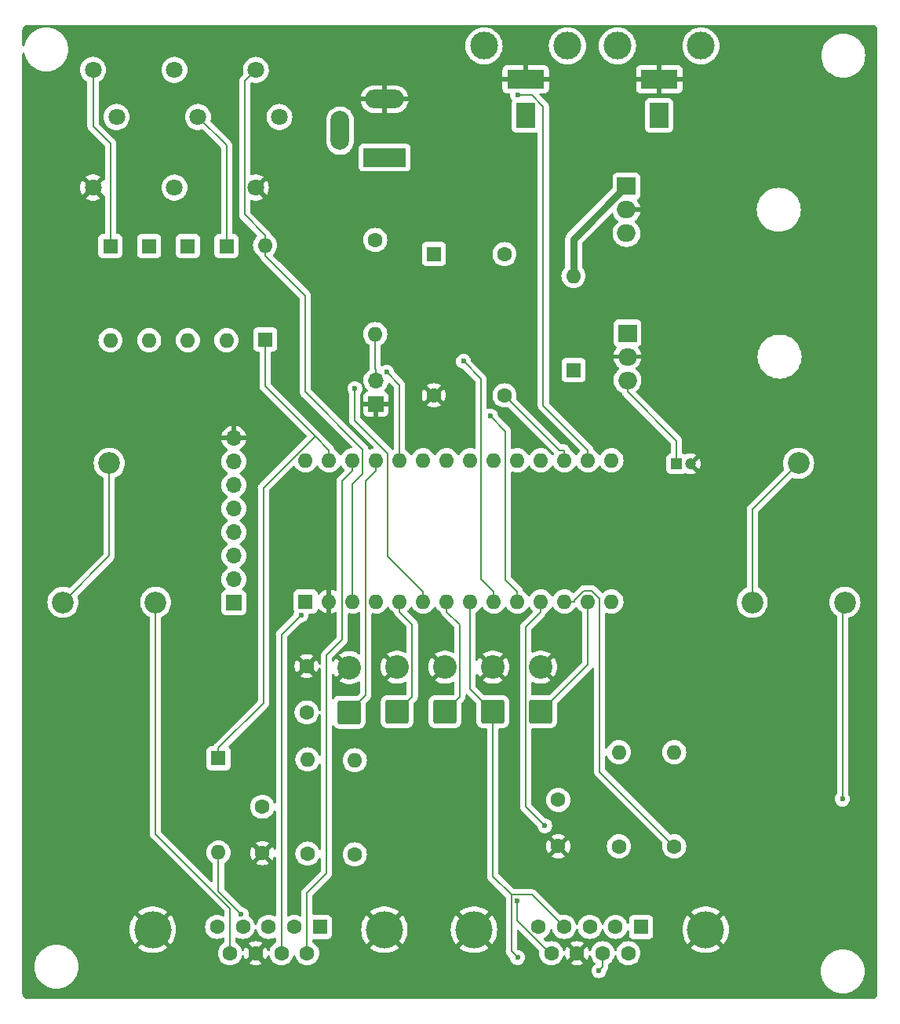
<source format=gbr>
%TF.GenerationSoftware,KiCad,Pcbnew,7.0.11*%
%TF.CreationDate,2025-01-18T22:08:42+03:00*%
%TF.ProjectId,Pong,506f6e67-2e6b-4696-9361-645f70636258,rev?*%
%TF.SameCoordinates,Original*%
%TF.FileFunction,Copper,L1,Top*%
%TF.FilePolarity,Positive*%
%FSLAX46Y46*%
G04 Gerber Fmt 4.6, Leading zero omitted, Abs format (unit mm)*
G04 Created by KiCad (PCBNEW 7.0.11) date 2025-01-18 22:08:42*
%MOMM*%
%LPD*%
G01*
G04 APERTURE LIST*
G04 Aperture macros list*
%AMRoundRect*
0 Rectangle with rounded corners*
0 $1 Rounding radius*
0 $2 $3 $4 $5 $6 $7 $8 $9 X,Y pos of 4 corners*
0 Add a 4 corners polygon primitive as box body*
4,1,4,$2,$3,$4,$5,$6,$7,$8,$9,$2,$3,0*
0 Add four circle primitives for the rounded corners*
1,1,$1+$1,$2,$3*
1,1,$1+$1,$4,$5*
1,1,$1+$1,$6,$7*
1,1,$1+$1,$8,$9*
0 Add four rect primitives between the rounded corners*
20,1,$1+$1,$2,$3,$4,$5,0*
20,1,$1+$1,$4,$5,$6,$7,0*
20,1,$1+$1,$6,$7,$8,$9,0*
20,1,$1+$1,$8,$9,$2,$3,0*%
G04 Aperture macros list end*
%TA.AperFunction,ComponentPad*%
%ADD10C,1.800000*%
%TD*%
%TA.AperFunction,ComponentPad*%
%ADD11R,1.600000X1.600000*%
%TD*%
%TA.AperFunction,ComponentPad*%
%ADD12O,1.600000X1.600000*%
%TD*%
%TA.AperFunction,ComponentPad*%
%ADD13R,4.600000X2.000000*%
%TD*%
%TA.AperFunction,ComponentPad*%
%ADD14O,4.200000X2.000000*%
%TD*%
%TA.AperFunction,ComponentPad*%
%ADD15O,2.000000X4.200000*%
%TD*%
%TA.AperFunction,ComponentPad*%
%ADD16C,4.000000*%
%TD*%
%TA.AperFunction,ComponentPad*%
%ADD17C,1.600000*%
%TD*%
%TA.AperFunction,ComponentPad*%
%ADD18RoundRect,0.249999X1.025001X-1.025001X1.025001X1.025001X-1.025001X1.025001X-1.025001X-1.025001X0*%
%TD*%
%TA.AperFunction,ComponentPad*%
%ADD19C,2.550000*%
%TD*%
%TA.AperFunction,ComponentPad*%
%ADD20R,1.700000X1.700000*%
%TD*%
%TA.AperFunction,ComponentPad*%
%ADD21O,1.700000X1.700000*%
%TD*%
%TA.AperFunction,ComponentPad*%
%ADD22C,3.000000*%
%TD*%
%TA.AperFunction,ComponentPad*%
%ADD23R,2.000000X2.700000*%
%TD*%
%TA.AperFunction,ComponentPad*%
%ADD24R,4.000000X2.000000*%
%TD*%
%TA.AperFunction,ComponentPad*%
%ADD25R,1.200000X1.200000*%
%TD*%
%TA.AperFunction,ComponentPad*%
%ADD26C,1.200000*%
%TD*%
%TA.AperFunction,ComponentPad*%
%ADD27R,2.000000X1.905000*%
%TD*%
%TA.AperFunction,ComponentPad*%
%ADD28O,2.000000X1.905000*%
%TD*%
%TA.AperFunction,ComponentPad*%
%ADD29C,2.340000*%
%TD*%
%TA.AperFunction,ViaPad*%
%ADD30C,0.600000*%
%TD*%
%TA.AperFunction,Conductor*%
%ADD31C,0.800000*%
%TD*%
%TA.AperFunction,Conductor*%
%ADD32C,0.200000*%
%TD*%
G04 APERTURE END LIST*
D10*
%TO.P,RV3,1,1*%
%TO.N,GND*%
X124734400Y-55256400D03*
%TO.P,RV3,2,2*%
%TO.N,Net-(J5-Pad1)*%
X127274400Y-47636400D03*
%TO.P,RV3,3,3*%
%TO.N,Net-(D3-A)*%
X124734400Y-42556400D03*
%TD*%
D11*
%TO.P,D6,1,K*%
%TO.N,Net-(D4-K)*%
X113214200Y-61569600D03*
D12*
%TO.P,D6,2,A*%
%TO.N,Net-(D6-A)*%
X113214200Y-71729600D03*
%TD*%
D13*
%TO.P,J3,1*%
%TO.N,/Power*%
X138622800Y-52019200D03*
D14*
%TO.P,J3,2*%
%TO.N,GND*%
X138622800Y-45719200D03*
D15*
%TO.P,J3,3*%
%TO.N,N/C*%
X133822800Y-49119200D03*
%TD*%
D11*
%TO.P,D4,1,K*%
%TO.N,Net-(D4-K)*%
X121558100Y-61569600D03*
D12*
%TO.P,D4,2,A*%
%TO.N,Net-(D4-A)*%
X121558100Y-71729600D03*
%TD*%
D16*
%TO.P,J1,0,PAD*%
%TO.N,GND*%
X148266600Y-135334100D03*
X173266600Y-135334100D03*
D11*
%TO.P,J1,1,1*%
%TO.N,HIT*%
X166306600Y-135034100D03*
D17*
%TO.P,J1,2,2*%
%TO.N,unconnected-(J1-Pad2)*%
X163536600Y-135034100D03*
%TO.P,J1,3,3*%
%TO.N,SERVE*%
X160766600Y-135034100D03*
%TO.P,J1,4,4*%
X157996600Y-135034100D03*
%TO.P,J1,5,5*%
%TO.N,Net-(J1-Pad5)*%
X155226600Y-135034100D03*
%TO.P,J1,6,6*%
%TO.N,SHOT*%
X164921600Y-137874100D03*
%TO.P,J1,7,7*%
%TO.N,Net-(U2-Vcc)*%
X162151600Y-137874100D03*
%TO.P,J1,8,8*%
%TO.N,GND*%
X159381600Y-137874100D03*
%TO.P,J1,9,9*%
%TO.N,Net-(J1-Pad9)*%
X156611600Y-137874100D03*
%TD*%
%TO.P,C1,1*%
%TO.N,Net-(C1-Pad1)*%
X125424600Y-122064500D03*
%TO.P,C1,2*%
%TO.N,GND*%
X125424600Y-127064500D03*
%TD*%
D11*
%TO.P,D3,1,K*%
%TO.N,Net-(D3-K)*%
X125730000Y-71653400D03*
D12*
%TO.P,D3,2,A*%
%TO.N,Net-(D3-A)*%
X125730000Y-61493400D03*
%TD*%
D11*
%TO.P,D2,1,K*%
%TO.N,Net-(D2-K)*%
X159004000Y-74955400D03*
D12*
%TO.P,D2,2,A*%
%TO.N,/Power*%
X159004000Y-64795400D03*
%TD*%
D17*
%TO.P,C2,1*%
%TO.N,Net-(C2-Pad1)*%
X157352400Y-121327900D03*
%TO.P,C2,2*%
%TO.N,GND*%
X157352400Y-126327900D03*
%TD*%
D16*
%TO.P,J2,0,PAD*%
%TO.N,GND*%
X113599800Y-135334100D03*
X138599800Y-135334100D03*
D11*
%TO.P,J2,1,1*%
%TO.N,HIT*%
X131639800Y-135034100D03*
D17*
%TO.P,J2,2,2*%
%TO.N,unconnected-(J2-Pad2)*%
X128869800Y-135034100D03*
%TO.P,J2,3,3*%
%TO.N,SERVE*%
X126099800Y-135034100D03*
%TO.P,J2,4,4*%
X123329800Y-135034100D03*
%TO.P,J2,5,5*%
%TO.N,Net-(J1-Pad5)*%
X120559800Y-135034100D03*
%TO.P,J2,6,6*%
%TO.N,SHOT*%
X130254800Y-137874100D03*
%TO.P,J2,7,7*%
%TO.N,Net-(U2-Vcc)*%
X127484800Y-137874100D03*
%TO.P,J2,8,8*%
%TO.N,GND*%
X124714800Y-137874100D03*
%TO.P,J2,9,9*%
%TO.N,Net-(J1-Pad9)*%
X121944800Y-137874100D03*
%TD*%
D11*
%TO.P,X1,1,Tri-State*%
%TO.N,unconnected-(X1-Tri-State-Pad1)*%
X143941800Y-62433200D03*
D17*
%TO.P,X1,7,GND*%
%TO.N,GND*%
X143941800Y-77673200D03*
%TO.P,X1,8,OUT*%
%TO.N,Net-(U2-Clock_input)*%
X151561800Y-77673200D03*
%TO.P,X1,14,Vcc*%
%TO.N,Net-(U1-OUT)*%
X151561800Y-62433200D03*
%TD*%
D18*
%TO.P,SW2,1,A*%
%TO.N,Net-(SW2-A)*%
X139970100Y-111810200D03*
D19*
%TO.P,SW2,2,B*%
%TO.N,GND*%
X139970100Y-107010200D03*
%TD*%
D10*
%TO.P,RV5,1,1*%
%TO.N,GND*%
X107157600Y-55256400D03*
%TO.P,RV5,2,2*%
%TO.N,Net-(J6-Pad1)*%
X109697600Y-47636400D03*
%TO.P,RV5,3,3*%
%TO.N,Net-(D4-K)*%
X107157600Y-42556400D03*
%TD*%
D11*
%TO.P,D8,1,K*%
%TO.N,Net-(D3-K)*%
X120700200Y-116842900D03*
D12*
%TO.P,D8,2,A*%
%TO.N,HIT*%
X120700200Y-127002900D03*
%TD*%
D18*
%TO.P,SW4,1,A*%
%TO.N,SERVE*%
X150301100Y-111810800D03*
D19*
%TO.P,SW4,2,B*%
%TO.N,GND*%
X150301100Y-107010800D03*
%TD*%
D11*
%TO.P,D5,1,K*%
%TO.N,Net-(D4-K)*%
X117386100Y-61569600D03*
D12*
%TO.P,D5,2,A*%
%TO.N,Net-(D5-A)*%
X117386100Y-71729600D03*
%TD*%
D11*
%TO.P,D7,1,K*%
%TO.N,Net-(D4-K)*%
X109042200Y-61569600D03*
D12*
%TO.P,D7,2,A*%
%TO.N,Net-(D7-A)*%
X109042200Y-71729600D03*
%TD*%
D17*
%TO.P,R3,1*%
%TO.N,Net-(J1-Pad9)*%
X130301400Y-127129900D03*
D12*
%TO.P,R3,2*%
%TO.N,Net-(C1-Pad1)*%
X130301400Y-116969900D03*
%TD*%
D20*
%TO.P,SW1,1*%
%TO.N,Net-(U2-Rifle_game_1)*%
X122351800Y-100050600D03*
D21*
%TO.P,SW1,2*%
%TO.N,Net-(U2-Rifle_game_2)*%
X122351800Y-97510600D03*
%TO.P,SW1,3*%
%TO.N,Net-(U2-Practice)*%
X122351800Y-94970600D03*
%TO.P,SW1,4*%
%TO.N,Net-(U2-Squash)*%
X122351800Y-92430600D03*
%TO.P,SW1,5*%
%TO.N,Net-(U2-Soccer)*%
X122351800Y-89890600D03*
%TO.P,SW1,6*%
%TO.N,Net-(U2-Tennis)*%
X122351800Y-87350600D03*
%TO.P,SW1,7*%
%TO.N,unconnected-(SW1-Pad7)*%
X122351800Y-84810600D03*
%TO.P,SW1,8*%
%TO.N,GND*%
X122351800Y-82270600D03*
%TD*%
D22*
%TO.P,J6,*%
%TO.N,*%
X158347800Y-39972600D03*
X149347800Y-39972600D03*
D23*
%TO.P,J6,1,1*%
%TO.N,Net-(J6-Pad1)*%
X153847800Y-47472600D03*
D24*
%TO.P,J6,2,2*%
%TO.N,GND*%
X153847800Y-43572600D03*
%TD*%
D25*
%TO.P,C4,1*%
%TO.N,Net-(U2-Vcc)*%
X170127800Y-85064600D03*
D26*
%TO.P,C4,2*%
%TO.N,GND*%
X171627800Y-85064600D03*
%TD*%
D11*
%TO.P,U2,1,NC*%
%TO.N,unconnected-(U2-NC-Pad1)*%
X130083400Y-99928600D03*
D12*
%TO.P,U2,2,GND*%
%TO.N,GND*%
X132623400Y-99928600D03*
%TO.P,U2,3,Sound_output*%
%TO.N,Net-(D3-A)*%
X135163400Y-99928600D03*
%TO.P,U2,4,Vcc*%
%TO.N,Net-(U2-Vcc)*%
X137703400Y-99928600D03*
%TO.P,U2,5,Ball_angle*%
%TO.N,Net-(SW2-A)*%
X140243400Y-99928600D03*
%TO.P,U2,6,Ball_output*%
%TO.N,Net-(D7-A)*%
X142783400Y-99928600D03*
%TO.P,U2,7,Ball_speed*%
%TO.N,Net-(SW3-A)*%
X145323400Y-99928600D03*
%TO.P,U2,8,Manual_serve*%
%TO.N,SERVE*%
X147863400Y-99928600D03*
%TO.P,U2,9,Right_player_output*%
%TO.N,Net-(D6-A)*%
X150403400Y-99928600D03*
%TO.P,U2,10,Left_player_output*%
%TO.N,Net-(D5-A)*%
X152943400Y-99928600D03*
%TO.P,U2,11,Right_bat_input*%
%TO.N,Net-(U2-Right_bat_input)*%
X155483400Y-99928600D03*
%TO.P,U2,12,Left_bat_input*%
%TO.N,Net-(U2-Left_bat_input)*%
X158023400Y-99928600D03*
%TO.P,U2,13,Bat_size*%
%TO.N,Net-(SW5-A)*%
X160563400Y-99928600D03*
%TO.P,U2,14,NC*%
%TO.N,unconnected-(U2-NC-Pad14)*%
X163103400Y-99928600D03*
%TO.P,U2,15,NC*%
%TO.N,unconnected-(U2-NC-Pad15)*%
X163103400Y-84688600D03*
%TO.P,U2,16,Sync_output*%
%TO.N,Net-(U2-Sync_output)*%
X160563400Y-84688600D03*
%TO.P,U2,17,Clock_input*%
%TO.N,Net-(U2-Clock_input)*%
X158023400Y-84688600D03*
%TO.P,U2,18,Rifle_game_1*%
%TO.N,Net-(U2-Rifle_game_1)*%
X155483400Y-84688600D03*
%TO.P,U2,19,Rifle_game_2*%
%TO.N,Net-(U2-Rifle_game_2)*%
X152943400Y-84688600D03*
%TO.P,U2,20,Tennis*%
%TO.N,Net-(U2-Tennis)*%
X150403400Y-84688600D03*
%TO.P,U2,21,Soccer*%
%TO.N,Net-(U2-Soccer)*%
X147863400Y-84688600D03*
%TO.P,U2,22,Squash*%
%TO.N,Net-(U2-Squash)*%
X145323400Y-84688600D03*
%TO.P,U2,23,Practice*%
%TO.N,Net-(U2-Practice)*%
X142783400Y-84688600D03*
%TO.P,U2,24,Score_field_output*%
%TO.N,Net-(D4-A)*%
X140243400Y-84688600D03*
%TO.P,U2,25,Reset_input*%
%TO.N,Net-(U2-Reset_input)*%
X137703400Y-84688600D03*
%TO.P,U2,26,Shot_input*%
%TO.N,SHOT*%
X135163400Y-84688600D03*
%TO.P,U2,27,Hit_input*%
%TO.N,Net-(D3-K)*%
X132623400Y-84688600D03*
%TO.P,U2,28,NC*%
%TO.N,unconnected-(U2-NC-Pad28)*%
X130083400Y-84688600D03*
%TD*%
D17*
%TO.P,R4,1*%
%TO.N,Net-(J1-Pad5)*%
X163905600Y-126342500D03*
D12*
%TO.P,R4,2*%
%TO.N,Net-(C2-Pad1)*%
X163905600Y-116182500D03*
%TD*%
D20*
%TO.P,D1,1,K*%
%TO.N,GND*%
X137693400Y-78613000D03*
D21*
%TO.P,D1,2,A*%
%TO.N,Net-(D1-A)*%
X137693400Y-76073000D03*
%TD*%
D27*
%TO.P,U3,1,IN*%
%TO.N,Net-(D2-K)*%
X164820600Y-70967600D03*
D28*
%TO.P,U3,2,GND*%
%TO.N,GND*%
X164820600Y-73507600D03*
%TO.P,U3,3,OUT*%
%TO.N,Net-(U2-Vcc)*%
X164820600Y-76047600D03*
%TD*%
D17*
%TO.P,R1,1*%
%TO.N,Net-(U2-Left_bat_input)*%
X169874600Y-126342500D03*
D12*
%TO.P,R1,2*%
%TO.N,Net-(C2-Pad1)*%
X169874600Y-116182500D03*
%TD*%
D27*
%TO.P,U1,1,IN*%
%TO.N,/Power*%
X164719000Y-55118000D03*
D28*
%TO.P,U1,2,GND*%
%TO.N,GND*%
X164719000Y-57658000D03*
%TO.P,U1,3,OUT*%
%TO.N,Net-(U1-OUT)*%
X164719000Y-60198000D03*
%TD*%
D22*
%TO.P,J5,*%
%TO.N,*%
X172749600Y-39972600D03*
X163749600Y-39972600D03*
D23*
%TO.P,J5,1,1*%
%TO.N,Net-(J5-Pad1)*%
X168249600Y-47472600D03*
D24*
%TO.P,J5,2,2*%
%TO.N,GND*%
X168249600Y-43572600D03*
%TD*%
D18*
%TO.P,SW3,1,A*%
%TO.N,Net-(SW3-A)*%
X145135600Y-111810800D03*
D19*
%TO.P,SW3,2,B*%
%TO.N,GND*%
X145135600Y-107010800D03*
%TD*%
D29*
%TO.P,RV2,1,1*%
%TO.N,Net-(J1-Pad5)*%
X188290200Y-100006800D03*
%TO.P,RV2,2,2*%
%TO.N,Net-(U2-Vcc)*%
X183290200Y-85006800D03*
%TO.P,RV2,3,3*%
X178290200Y-100006800D03*
%TD*%
D17*
%TO.P,C3,1*%
%TO.N,GND*%
X130219000Y-106898400D03*
%TO.P,C3,2*%
%TO.N,Net-(U2-Reset_input)*%
X130219000Y-111898400D03*
%TD*%
D18*
%TO.P,SW6,1,1*%
%TO.N,Net-(U2-Reset_input)*%
X134804600Y-111862200D03*
D19*
%TO.P,SW6,2,2*%
%TO.N,GND*%
X134804600Y-107062200D03*
%TD*%
D17*
%TO.P,R2,1*%
%TO.N,Net-(U2-Right_bat_input)*%
X135406800Y-127206100D03*
D12*
%TO.P,R2,2*%
%TO.N,Net-(C1-Pad1)*%
X135406800Y-117046100D03*
%TD*%
D18*
%TO.P,SW5,1,A*%
%TO.N,Net-(SW5-A)*%
X155466600Y-111810800D03*
D19*
%TO.P,SW5,2,B*%
%TO.N,GND*%
X155466600Y-107010800D03*
%TD*%
D10*
%TO.P,RV4,1,1*%
%TO.N,unconnected-(RV4-Pad1)*%
X115946000Y-55256400D03*
%TO.P,RV4,2,2*%
%TO.N,Net-(D4-K)*%
X118486000Y-47636400D03*
%TO.P,RV4,3,3*%
%TO.N,Net-(U2-Sync_output)*%
X115946000Y-42556400D03*
%TD*%
D29*
%TO.P,RV1,1,1*%
%TO.N,Net-(J1-Pad9)*%
X113915200Y-100006800D03*
%TO.P,RV1,2,2*%
%TO.N,Net-(U2-Vcc)*%
X108915200Y-85006800D03*
%TO.P,RV1,3,3*%
X103915200Y-100006800D03*
%TD*%
D17*
%TO.P,R5,1*%
%TO.N,Net-(U1-OUT)*%
X137617200Y-60909200D03*
D12*
%TO.P,R5,2*%
%TO.N,Net-(D1-A)*%
X137617200Y-71069200D03*
%TD*%
D30*
%TO.N,HIT*%
X123147100Y-133668200D03*
%TO.N,Net-(D4-A)*%
X138850200Y-75182100D03*
%TO.N,Net-(D5-A)*%
X150050400Y-79931100D03*
%TO.N,Net-(D6-A)*%
X147129500Y-74009000D03*
%TO.N,SERVE*%
X152971300Y-138344900D03*
%TO.N,Net-(D7-A)*%
X135414400Y-76961000D03*
%TO.N,Net-(U2-Sync_output)*%
X152971300Y-45268800D03*
%TO.N,Net-(U2-Vcc)*%
X129604100Y-101390800D03*
X161734000Y-139772400D03*
%TO.N,Net-(J1-Pad9)*%
X152953600Y-132236500D03*
%TO.N,Net-(J1-Pad5)*%
X188022100Y-121241000D03*
%TO.N,Net-(U2-Right_bat_input)*%
X155892200Y-124122400D03*
%TD*%
D31*
%TO.N,/Power*%
X159004000Y-60833000D02*
X159004000Y-64795400D01*
X164719000Y-55118000D02*
X159004000Y-60833000D01*
D32*
%TO.N,HIT*%
X120700200Y-131221300D02*
X120700200Y-127002900D01*
X123147100Y-133668200D02*
X120700200Y-131221300D01*
%TO.N,Net-(D3-K)*%
X132623400Y-84688600D02*
X132623400Y-83586700D01*
X120700200Y-116842900D02*
X120700200Y-115741000D01*
X125541200Y-87667900D02*
X131122900Y-82086200D01*
X125541200Y-110900000D02*
X125541200Y-87667900D01*
X120700200Y-115741000D02*
X125541200Y-110900000D01*
X132623400Y-83586700D02*
X131122900Y-82086200D01*
X125730000Y-76693300D02*
X125730000Y-71653400D01*
X131122900Y-82086200D02*
X125730000Y-76693300D01*
%TO.N,SHOT*%
X130254800Y-131358400D02*
X130254800Y-137874100D01*
X132339600Y-129273600D02*
X130254800Y-131358400D01*
X132339600Y-105756800D02*
X132339600Y-129273600D01*
X134061500Y-104034900D02*
X132339600Y-105756800D01*
X134061500Y-86892400D02*
X134061500Y-104034900D01*
X135163400Y-85790500D02*
X134061500Y-86892400D01*
X135163400Y-84688600D02*
X135163400Y-85790500D01*
%TO.N,Net-(U2-Reset_input)*%
X136601500Y-110065300D02*
X134804600Y-111862200D01*
X136601500Y-86892400D02*
X136601500Y-110065300D01*
X137703400Y-85790500D02*
X136601500Y-86892400D01*
X137703400Y-84688600D02*
X137703400Y-85790500D01*
%TO.N,Net-(D4-A)*%
X140243400Y-76575300D02*
X138850200Y-75182100D01*
X140243400Y-84688600D02*
X140243400Y-76575300D01*
%TO.N,Net-(U2-Clock_input)*%
X157475300Y-83586700D02*
X151561800Y-77673200D01*
X158023400Y-83586700D02*
X157475300Y-83586700D01*
X158023400Y-84688600D02*
X158023400Y-83586700D01*
%TO.N,Net-(SW5-A)*%
X160563400Y-106714000D02*
X155466600Y-111810800D01*
X160563400Y-99928600D02*
X160563400Y-106714000D01*
%TO.N,Net-(D5-A)*%
X151673400Y-97556700D02*
X152943400Y-98826700D01*
X151673400Y-81554100D02*
X151673400Y-97556700D01*
X150050400Y-79931100D02*
X151673400Y-81554100D01*
X152943400Y-99928600D02*
X152943400Y-98826700D01*
%TO.N,Net-(D6-A)*%
X149048500Y-97471800D02*
X150403400Y-98826700D01*
X149048500Y-75928000D02*
X149048500Y-97471800D01*
X147129500Y-74009000D02*
X149048500Y-75928000D01*
X150403400Y-99928600D02*
X150403400Y-98826700D01*
%TO.N,SERVE*%
X147863400Y-109373100D02*
X150301100Y-111810800D01*
X147863400Y-99928600D02*
X147863400Y-109373100D01*
X152293400Y-137667000D02*
X152971300Y-138344900D01*
X152293400Y-131582700D02*
X152293400Y-137667000D01*
X150301100Y-129590400D02*
X152293400Y-131582700D01*
X150301100Y-111810800D02*
X150301100Y-129590400D01*
X154545200Y-131582700D02*
X157996600Y-135034100D01*
X152293400Y-131582700D02*
X154545200Y-131582700D01*
%TO.N,Net-(SW3-A)*%
X146752300Y-110194100D02*
X145135600Y-111810800D01*
X146752300Y-102459400D02*
X146752300Y-110194100D01*
X145323400Y-101030500D02*
X146752300Y-102459400D01*
X145323400Y-99928600D02*
X145323400Y-101030500D01*
%TO.N,Net-(D7-A)*%
X142783400Y-99928600D02*
X142783400Y-98826700D01*
X135414400Y-80401300D02*
X135414400Y-76961000D01*
X138973400Y-83960300D02*
X135414400Y-80401300D01*
X138973400Y-95016700D02*
X138973400Y-83960300D01*
X142783400Y-98826700D02*
X138973400Y-95016700D01*
%TO.N,Net-(SW2-A)*%
X141614500Y-110165800D02*
X139970100Y-111810200D01*
X141614500Y-102401600D02*
X141614500Y-110165800D01*
X140243400Y-101030500D02*
X141614500Y-102401600D01*
X140243400Y-99928600D02*
X140243400Y-101030500D01*
%TO.N,Net-(D3-A)*%
X123517600Y-43773200D02*
X124734400Y-42556400D01*
X123517600Y-58179100D02*
X123517600Y-43773200D01*
X125730000Y-60391500D02*
X123517600Y-58179100D01*
X125730000Y-61493400D02*
X125730000Y-60391500D01*
X130059200Y-66924500D02*
X125730000Y-62595300D01*
X130059200Y-77292900D02*
X130059200Y-66924500D01*
X136274600Y-83508300D02*
X130059200Y-77292900D01*
X136274600Y-86134900D02*
X136274600Y-83508300D01*
X135163400Y-87246100D02*
X136274600Y-86134900D01*
X135163400Y-99928600D02*
X135163400Y-87246100D01*
X125730000Y-61493400D02*
X125730000Y-62595300D01*
%TO.N,Net-(U2-Sync_output)*%
X154499500Y-45268800D02*
X152971300Y-45268800D01*
X155747600Y-46516900D02*
X154499500Y-45268800D01*
X155747600Y-78770900D02*
X155747600Y-46516900D01*
X160563400Y-83586700D02*
X155747600Y-78770900D01*
X160563400Y-84688600D02*
X160563400Y-83586700D01*
%TO.N,Net-(D4-K)*%
X121558100Y-50708500D02*
X118486000Y-47636400D01*
X121558100Y-61569600D02*
X121558100Y-50708500D01*
X107157600Y-48614000D02*
X107157600Y-42556400D01*
X109042200Y-50498600D02*
X107157600Y-48614000D01*
X109042200Y-61569600D02*
X109042200Y-50498600D01*
%TO.N,Net-(U2-Vcc)*%
X108915200Y-95006800D02*
X108915200Y-85006800D01*
X103915200Y-100006800D02*
X108915200Y-95006800D01*
X178290200Y-90006800D02*
X183290200Y-85006800D01*
X178290200Y-100006800D02*
X178290200Y-90006800D01*
X170127800Y-82609200D02*
X170127800Y-85064600D01*
X164820600Y-77302000D02*
X170127800Y-82609200D01*
X164820600Y-76047600D02*
X164820600Y-77302000D01*
X127484800Y-103510100D02*
X127484800Y-137874100D01*
X129604100Y-101390800D02*
X127484800Y-103510100D01*
X162151600Y-139354800D02*
X162151600Y-137874100D01*
X161734000Y-139772400D02*
X162151600Y-139354800D01*
%TO.N,Net-(J1-Pad9)*%
X121944800Y-133059400D02*
X121944800Y-137874100D01*
X113915200Y-125029800D02*
X121944800Y-133059400D01*
X113915200Y-100006800D02*
X113915200Y-125029800D01*
X152953600Y-134345100D02*
X152953600Y-132236500D01*
X156482600Y-137874100D02*
X152953600Y-134345100D01*
X156611600Y-137874100D02*
X156482600Y-137874100D01*
%TO.N,Net-(J1-Pad5)*%
X188022100Y-100274900D02*
X188022100Y-121241000D01*
X188290200Y-100006800D02*
X188022100Y-100274900D01*
%TO.N,Net-(D1-A)*%
X137617200Y-74844900D02*
X137617200Y-71069200D01*
X137693400Y-74921100D02*
X137617200Y-74844900D01*
X137693400Y-76073000D02*
X137693400Y-74921100D01*
%TO.N,Net-(U2-Left_bat_input)*%
X161833400Y-118301300D02*
X169874600Y-126342500D01*
X161833400Y-99633500D02*
X161833400Y-118301300D01*
X160997700Y-98797800D02*
X161833400Y-99633500D01*
X160118400Y-98797800D02*
X160997700Y-98797800D01*
X159125300Y-99790900D02*
X160118400Y-98797800D01*
X159125300Y-99928600D02*
X159125300Y-99790900D01*
X158023400Y-99928600D02*
X159125300Y-99928600D01*
%TO.N,Net-(U2-Right_bat_input)*%
X153869600Y-122099800D02*
X155892200Y-124122400D01*
X153869600Y-102644300D02*
X153869600Y-122099800D01*
X155483400Y-101030500D02*
X153869600Y-102644300D01*
X155483400Y-99928600D02*
X155483400Y-101030500D01*
%TD*%
%TA.AperFunction,Conductor*%
%TO.N,GND*%
G36*
X124763612Y-135255068D02*
G01*
X124817490Y-135299553D01*
X124834575Y-135336963D01*
X124873058Y-135480588D01*
X124873061Y-135480597D01*
X124969231Y-135686832D01*
X124969232Y-135686834D01*
X125099754Y-135873241D01*
X125260658Y-136034145D01*
X125260661Y-136034147D01*
X125447066Y-136164668D01*
X125653304Y-136260839D01*
X125873108Y-136319735D01*
X126035030Y-136333901D01*
X126099798Y-136339568D01*
X126099800Y-136339568D01*
X126099802Y-136339568D01*
X126156607Y-136334598D01*
X126326492Y-136319735D01*
X126546296Y-136260839D01*
X126707897Y-136185482D01*
X126776972Y-136174991D01*
X126840756Y-136203510D01*
X126878996Y-136261987D01*
X126884300Y-136297865D01*
X126884300Y-136642406D01*
X126864615Y-136709445D01*
X126831423Y-136743981D01*
X126645659Y-136874053D01*
X126484754Y-137034958D01*
X126354232Y-137221365D01*
X126354231Y-137221367D01*
X126258061Y-137427602D01*
X126258059Y-137427608D01*
X126219316Y-137572202D01*
X126182951Y-137631862D01*
X126120104Y-137662391D01*
X126050728Y-137654096D01*
X125996850Y-137609611D01*
X125979766Y-137572201D01*
X125941069Y-137427782D01*
X125941064Y-137427768D01*
X125844936Y-137221621D01*
X125844932Y-137221613D01*
X125793825Y-137148626D01*
X125197876Y-137744575D01*
X125174293Y-137664256D01*
X125096561Y-137543302D01*
X124987900Y-137449148D01*
X124857115Y-137389420D01*
X124847333Y-137388013D01*
X125440272Y-136795074D01*
X125367278Y-136743963D01*
X125161131Y-136647835D01*
X125161117Y-136647830D01*
X124941410Y-136588960D01*
X124941399Y-136588958D01*
X124714802Y-136569134D01*
X124714798Y-136569134D01*
X124488200Y-136588958D01*
X124488189Y-136588960D01*
X124268482Y-136647830D01*
X124268473Y-136647834D01*
X124062316Y-136743966D01*
X124062312Y-136743968D01*
X123989326Y-136795073D01*
X123989326Y-136795074D01*
X124582266Y-137388013D01*
X124572485Y-137389420D01*
X124441700Y-137449148D01*
X124333039Y-137543302D01*
X124255307Y-137664256D01*
X124231723Y-137744575D01*
X123635774Y-137148626D01*
X123635773Y-137148626D01*
X123584668Y-137221612D01*
X123584666Y-137221616D01*
X123488534Y-137427773D01*
X123488531Y-137427780D01*
X123449833Y-137572202D01*
X123413467Y-137631862D01*
X123350620Y-137662391D01*
X123281245Y-137654096D01*
X123227367Y-137609610D01*
X123210284Y-137572203D01*
X123178768Y-137454584D01*
X123171541Y-137427611D01*
X123171538Y-137427602D01*
X123153733Y-137389420D01*
X123075368Y-137221366D01*
X122944847Y-137034961D01*
X122944845Y-137034958D01*
X122783940Y-136874053D01*
X122598177Y-136743981D01*
X122554552Y-136689404D01*
X122545300Y-136642406D01*
X122545300Y-136297865D01*
X122564985Y-136230826D01*
X122617789Y-136185071D01*
X122686947Y-136175127D01*
X122721701Y-136185481D01*
X122883304Y-136260839D01*
X123103108Y-136319735D01*
X123265030Y-136333901D01*
X123329798Y-136339568D01*
X123329800Y-136339568D01*
X123329802Y-136339568D01*
X123386607Y-136334598D01*
X123556492Y-136319735D01*
X123776296Y-136260839D01*
X123982534Y-136164668D01*
X124168939Y-136034147D01*
X124329847Y-135873239D01*
X124460368Y-135686834D01*
X124556539Y-135480596D01*
X124595025Y-135336962D01*
X124631390Y-135277302D01*
X124694237Y-135246773D01*
X124763612Y-135255068D01*
G37*
%TD.AperFunction*%
%TA.AperFunction,Conductor*%
G36*
X132873400Y-101207472D02*
G01*
X133069717Y-101154869D01*
X133069726Y-101154865D01*
X133280789Y-101056446D01*
X133281373Y-101057699D01*
X133342885Y-101042770D01*
X133408915Y-101065614D01*
X133452112Y-101120530D01*
X133461000Y-101166630D01*
X133461000Y-103734802D01*
X133441315Y-103801841D01*
X133424681Y-103822483D01*
X131948565Y-105298598D01*
X131936374Y-105309290D01*
X131911318Y-105328517D01*
X131887149Y-105360013D01*
X131887150Y-105360014D01*
X131815064Y-105453958D01*
X131815061Y-105453963D01*
X131754557Y-105600034D01*
X131754555Y-105600039D01*
X131733918Y-105756798D01*
X131733918Y-105756799D01*
X131738039Y-105788101D01*
X131739100Y-105804287D01*
X131739100Y-106606800D01*
X131719415Y-106673839D01*
X131666611Y-106719594D01*
X131597453Y-106729538D01*
X131533897Y-106700513D01*
X131496123Y-106641735D01*
X131495325Y-106638893D01*
X131445269Y-106452082D01*
X131445264Y-106452068D01*
X131349136Y-106245921D01*
X131349132Y-106245913D01*
X131298025Y-106172926D01*
X130616953Y-106853998D01*
X130604165Y-106773252D01*
X130546641Y-106660355D01*
X130457045Y-106570759D01*
X130344148Y-106513235D01*
X130263401Y-106500446D01*
X130944472Y-105819374D01*
X130871478Y-105768263D01*
X130665331Y-105672135D01*
X130665317Y-105672130D01*
X130445610Y-105613260D01*
X130445599Y-105613258D01*
X130219002Y-105593434D01*
X130218998Y-105593434D01*
X129992400Y-105613258D01*
X129992389Y-105613260D01*
X129772682Y-105672130D01*
X129772673Y-105672134D01*
X129566516Y-105768266D01*
X129566512Y-105768268D01*
X129493526Y-105819373D01*
X129493526Y-105819374D01*
X130174599Y-106500446D01*
X130093852Y-106513235D01*
X129980955Y-106570759D01*
X129891359Y-106660355D01*
X129833835Y-106773252D01*
X129821046Y-106853998D01*
X129139974Y-106172926D01*
X129139973Y-106172926D01*
X129088868Y-106245912D01*
X129088866Y-106245916D01*
X128992734Y-106452073D01*
X128992730Y-106452082D01*
X128933860Y-106671789D01*
X128933858Y-106671800D01*
X128914034Y-106898397D01*
X128914034Y-106898402D01*
X128933858Y-107124999D01*
X128933860Y-107125010D01*
X128992730Y-107344717D01*
X128992735Y-107344731D01*
X129088863Y-107550878D01*
X129139974Y-107623872D01*
X129821046Y-106942800D01*
X129833835Y-107023548D01*
X129891359Y-107136445D01*
X129980955Y-107226041D01*
X130093852Y-107283565D01*
X130174599Y-107296353D01*
X129493526Y-107977425D01*
X129566513Y-108028532D01*
X129566521Y-108028536D01*
X129772668Y-108124664D01*
X129772682Y-108124669D01*
X129992389Y-108183539D01*
X129992400Y-108183541D01*
X130218998Y-108203366D01*
X130219002Y-108203366D01*
X130445599Y-108183541D01*
X130445610Y-108183539D01*
X130665317Y-108124669D01*
X130665331Y-108124664D01*
X130871478Y-108028536D01*
X130944471Y-107977424D01*
X130263400Y-107296353D01*
X130344148Y-107283565D01*
X130457045Y-107226041D01*
X130546641Y-107136445D01*
X130604165Y-107023548D01*
X130616953Y-106942800D01*
X131298024Y-107623871D01*
X131349136Y-107550878D01*
X131445264Y-107344731D01*
X131445269Y-107344717D01*
X131495325Y-107157906D01*
X131531690Y-107098245D01*
X131594537Y-107067716D01*
X131663912Y-107076011D01*
X131717790Y-107120496D01*
X131739065Y-107187048D01*
X131739100Y-107189999D01*
X131739100Y-111604869D01*
X131719415Y-111671908D01*
X131666611Y-111717663D01*
X131597453Y-111727607D01*
X131533897Y-111698582D01*
X131496123Y-111639804D01*
X131495325Y-111636962D01*
X131445741Y-111451911D01*
X131445738Y-111451902D01*
X131397054Y-111347500D01*
X131349568Y-111245666D01*
X131219047Y-111059261D01*
X131219045Y-111059258D01*
X131058141Y-110898354D01*
X130871734Y-110767832D01*
X130871732Y-110767831D01*
X130665497Y-110671661D01*
X130665488Y-110671658D01*
X130445697Y-110612766D01*
X130445693Y-110612765D01*
X130445692Y-110612765D01*
X130445691Y-110612764D01*
X130445686Y-110612764D01*
X130219002Y-110592932D01*
X130218998Y-110592932D01*
X129992313Y-110612764D01*
X129992302Y-110612766D01*
X129772511Y-110671658D01*
X129772502Y-110671661D01*
X129566267Y-110767831D01*
X129566265Y-110767832D01*
X129379858Y-110898354D01*
X129218954Y-111059258D01*
X129088432Y-111245665D01*
X129088431Y-111245667D01*
X128992261Y-111451902D01*
X128992258Y-111451911D01*
X128933366Y-111671702D01*
X128933364Y-111671713D01*
X128913532Y-111898398D01*
X128913532Y-111898401D01*
X128933364Y-112125086D01*
X128933366Y-112125097D01*
X128992258Y-112344888D01*
X128992261Y-112344897D01*
X129088431Y-112551132D01*
X129088432Y-112551134D01*
X129218954Y-112737541D01*
X129379858Y-112898445D01*
X129379861Y-112898447D01*
X129566266Y-113028968D01*
X129772504Y-113125139D01*
X129992308Y-113184035D01*
X130154230Y-113198201D01*
X130218998Y-113203868D01*
X130219000Y-113203868D01*
X130219002Y-113203868D01*
X130275673Y-113198909D01*
X130445692Y-113184035D01*
X130665496Y-113125139D01*
X130871734Y-113028968D01*
X131058139Y-112898447D01*
X131219047Y-112737539D01*
X131349568Y-112551134D01*
X131445739Y-112344896D01*
X131495325Y-112159836D01*
X131531690Y-112100176D01*
X131594537Y-112069647D01*
X131663912Y-112077942D01*
X131717790Y-112122427D01*
X131739065Y-112188979D01*
X131739100Y-112191930D01*
X131739100Y-116416484D01*
X131719415Y-116483523D01*
X131666611Y-116529278D01*
X131597453Y-116539222D01*
X131533897Y-116510197D01*
X131502718Y-116468889D01*
X131474883Y-116409197D01*
X131431968Y-116317166D01*
X131301447Y-116130761D01*
X131301445Y-116130758D01*
X131140541Y-115969854D01*
X130954134Y-115839332D01*
X130954132Y-115839331D01*
X130747897Y-115743161D01*
X130747888Y-115743158D01*
X130528097Y-115684266D01*
X130528093Y-115684265D01*
X130528092Y-115684265D01*
X130528091Y-115684264D01*
X130528086Y-115684264D01*
X130301402Y-115664432D01*
X130301398Y-115664432D01*
X130074713Y-115684264D01*
X130074702Y-115684266D01*
X129854911Y-115743158D01*
X129854902Y-115743161D01*
X129648667Y-115839331D01*
X129648665Y-115839332D01*
X129462258Y-115969854D01*
X129301354Y-116130758D01*
X129170832Y-116317165D01*
X129170831Y-116317167D01*
X129074661Y-116523402D01*
X129074658Y-116523411D01*
X129015766Y-116743202D01*
X129015764Y-116743213D01*
X128995932Y-116969898D01*
X128995932Y-116969901D01*
X129015764Y-117196586D01*
X129015766Y-117196597D01*
X129074658Y-117416388D01*
X129074661Y-117416397D01*
X129170831Y-117622632D01*
X129170832Y-117622634D01*
X129301354Y-117809041D01*
X129462258Y-117969945D01*
X129462261Y-117969947D01*
X129648666Y-118100468D01*
X129854904Y-118196639D01*
X130074708Y-118255535D01*
X130236630Y-118269701D01*
X130301398Y-118275368D01*
X130301400Y-118275368D01*
X130301402Y-118275368D01*
X130362791Y-118269997D01*
X130528092Y-118255535D01*
X130747896Y-118196639D01*
X130954134Y-118100468D01*
X131140539Y-117969947D01*
X131301447Y-117809039D01*
X131431968Y-117622634D01*
X131502719Y-117470908D01*
X131548890Y-117418471D01*
X131616084Y-117399319D01*
X131682965Y-117419535D01*
X131728300Y-117472700D01*
X131739100Y-117523315D01*
X131739100Y-126576484D01*
X131719415Y-126643523D01*
X131666611Y-126689278D01*
X131597453Y-126699222D01*
X131533897Y-126670197D01*
X131502718Y-126628889D01*
X131474883Y-126569197D01*
X131431968Y-126477166D01*
X131301447Y-126290761D01*
X131301445Y-126290758D01*
X131140541Y-126129854D01*
X130954134Y-125999332D01*
X130954132Y-125999331D01*
X130747897Y-125903161D01*
X130747888Y-125903158D01*
X130528097Y-125844266D01*
X130528093Y-125844265D01*
X130528092Y-125844265D01*
X130528091Y-125844264D01*
X130528086Y-125844264D01*
X130301402Y-125824432D01*
X130301398Y-125824432D01*
X130074713Y-125844264D01*
X130074702Y-125844266D01*
X129854911Y-125903158D01*
X129854902Y-125903161D01*
X129648667Y-125999331D01*
X129648665Y-125999332D01*
X129462258Y-126129854D01*
X129301354Y-126290758D01*
X129170832Y-126477165D01*
X129170831Y-126477167D01*
X129074661Y-126683402D01*
X129074658Y-126683411D01*
X129015766Y-126903202D01*
X129015764Y-126903213D01*
X128995932Y-127129898D01*
X128995932Y-127129901D01*
X129015764Y-127356586D01*
X129015766Y-127356597D01*
X129074658Y-127576388D01*
X129074661Y-127576397D01*
X129170831Y-127782632D01*
X129170832Y-127782634D01*
X129301354Y-127969041D01*
X129462258Y-128129945D01*
X129502075Y-128157825D01*
X129648666Y-128260468D01*
X129854904Y-128356639D01*
X130074708Y-128415535D01*
X130236630Y-128429701D01*
X130301398Y-128435368D01*
X130301400Y-128435368D01*
X130301402Y-128435368D01*
X130358073Y-128430409D01*
X130528092Y-128415535D01*
X130747896Y-128356639D01*
X130954134Y-128260468D01*
X131140539Y-128129947D01*
X131301447Y-127969039D01*
X131431968Y-127782634D01*
X131502719Y-127630908D01*
X131548890Y-127578471D01*
X131616084Y-127559319D01*
X131682965Y-127579535D01*
X131728300Y-127632700D01*
X131739100Y-127683315D01*
X131739100Y-128973502D01*
X131719415Y-129040541D01*
X131702781Y-129061183D01*
X129863765Y-130900198D01*
X129851575Y-130910889D01*
X129826516Y-130930118D01*
X129730264Y-131055557D01*
X129669756Y-131201637D01*
X129669755Y-131201639D01*
X129649118Y-131358398D01*
X129649118Y-131358400D01*
X129653239Y-131389701D01*
X129654300Y-131405887D01*
X129654300Y-133770334D01*
X129634615Y-133837373D01*
X129581811Y-133883128D01*
X129512653Y-133893072D01*
X129477895Y-133882716D01*
X129402277Y-133847455D01*
X129316296Y-133807361D01*
X129316292Y-133807360D01*
X129316288Y-133807358D01*
X129096497Y-133748466D01*
X129096493Y-133748465D01*
X129096492Y-133748465D01*
X129096491Y-133748464D01*
X129096486Y-133748464D01*
X128869802Y-133728632D01*
X128869798Y-133728632D01*
X128643113Y-133748464D01*
X128643102Y-133748466D01*
X128423311Y-133807358D01*
X128423304Y-133807360D01*
X128423304Y-133807361D01*
X128397442Y-133819420D01*
X128261705Y-133882716D01*
X128192627Y-133893208D01*
X128128843Y-133864688D01*
X128090604Y-133806212D01*
X128085300Y-133770334D01*
X128085300Y-103810196D01*
X128104985Y-103743157D01*
X128121614Y-103722520D01*
X129622635Y-102221498D01*
X129683956Y-102188015D01*
X129696411Y-102185963D01*
X129783355Y-102176168D01*
X129953622Y-102116589D01*
X130106362Y-102020616D01*
X130233916Y-101893062D01*
X130329889Y-101740322D01*
X130389468Y-101570055D01*
X130389905Y-101566183D01*
X130409665Y-101390802D01*
X130409665Y-101390795D01*
X130406982Y-101366982D01*
X130419037Y-101298160D01*
X130466386Y-101246781D01*
X130530202Y-101229099D01*
X130931271Y-101229099D01*
X130931272Y-101229099D01*
X130990883Y-101222691D01*
X131125731Y-101172396D01*
X131240946Y-101086146D01*
X131327196Y-100970931D01*
X131377491Y-100836083D01*
X131381344Y-100800244D01*
X131408079Y-100735698D01*
X131465470Y-100695848D01*
X131535295Y-100693353D01*
X131595385Y-100729004D01*
X131606206Y-100742377D01*
X131623741Y-100767419D01*
X131784579Y-100928257D01*
X131970917Y-101058734D01*
X132177073Y-101154865D01*
X132177082Y-101154869D01*
X132373399Y-101207472D01*
X132373400Y-101207471D01*
X132373400Y-100244286D01*
X132385355Y-100256241D01*
X132498252Y-100313765D01*
X132591919Y-100328600D01*
X132654881Y-100328600D01*
X132748548Y-100313765D01*
X132861445Y-100256241D01*
X132873400Y-100244286D01*
X132873400Y-101207472D01*
G37*
%TD.AperFunction*%
%TA.AperFunction,Conductor*%
G36*
X134194846Y-107548462D02*
G01*
X134318338Y-107671954D01*
X134459622Y-107760728D01*
X133737440Y-108482911D01*
X133914611Y-108603704D01*
X133914615Y-108603706D01*
X134154295Y-108719131D01*
X134154299Y-108719132D01*
X134408509Y-108797546D01*
X134408515Y-108797547D01*
X134671576Y-108837199D01*
X134671583Y-108837200D01*
X134937617Y-108837200D01*
X134937623Y-108837199D01*
X135200684Y-108797547D01*
X135200690Y-108797546D01*
X135454899Y-108719133D01*
X135694585Y-108603706D01*
X135694591Y-108603702D01*
X135807148Y-108526963D01*
X135873627Y-108505462D01*
X135941177Y-108523316D01*
X135988352Y-108574856D01*
X136001000Y-108629416D01*
X136001000Y-109765203D01*
X135981315Y-109832242D01*
X135964681Y-109852884D01*
X135767184Y-110050381D01*
X135705861Y-110083866D01*
X135679503Y-110086700D01*
X133729582Y-110086700D01*
X133626803Y-110097200D01*
X133626802Y-110097201D01*
X133544269Y-110124549D01*
X133460267Y-110152385D01*
X133460262Y-110152387D01*
X133310942Y-110244489D01*
X133186890Y-110368542D01*
X133186887Y-110368544D01*
X133169638Y-110396510D01*
X133117689Y-110443234D01*
X133048727Y-110454455D01*
X132984645Y-110426611D01*
X132945790Y-110368542D01*
X132940100Y-110331412D01*
X132940100Y-107825360D01*
X132959785Y-107758321D01*
X133012589Y-107712566D01*
X133081747Y-107702622D01*
X133145303Y-107731647D01*
X133179528Y-107780058D01*
X133200896Y-107834503D01*
X133333916Y-108064900D01*
X133384683Y-108128561D01*
X133384684Y-108128561D01*
X134106070Y-107407175D01*
X134194846Y-107548462D01*
G37*
%TD.AperFunction*%
%TA.AperFunction,Conductor*%
G36*
X156821265Y-100471948D02*
G01*
X156865782Y-100523325D01*
X156892829Y-100581328D01*
X156892832Y-100581334D01*
X157023354Y-100767741D01*
X157184258Y-100928645D01*
X157184261Y-100928647D01*
X157370666Y-101059168D01*
X157576904Y-101155339D01*
X157796708Y-101214235D01*
X157958630Y-101228401D01*
X158023398Y-101234068D01*
X158023400Y-101234068D01*
X158023402Y-101234068D01*
X158080207Y-101229098D01*
X158250092Y-101214235D01*
X158469896Y-101155339D01*
X158676134Y-101059168D01*
X158862539Y-100928647D01*
X159023447Y-100767739D01*
X159153968Y-100581334D01*
X159153971Y-100581326D01*
X159155147Y-100579292D01*
X159155903Y-100578570D01*
X159157074Y-100576899D01*
X159157409Y-100577134D01*
X159205710Y-100531072D01*
X159246352Y-100518344D01*
X159282062Y-100513644D01*
X159282071Y-100513640D01*
X159287523Y-100512180D01*
X159357373Y-100513843D01*
X159415236Y-100553005D01*
X159431993Y-100579537D01*
X159432827Y-100581326D01*
X159432830Y-100581331D01*
X159432831Y-100581332D01*
X159432832Y-100581334D01*
X159459039Y-100618762D01*
X159563354Y-100767741D01*
X159724258Y-100928645D01*
X159724261Y-100928647D01*
X159910024Y-101058718D01*
X159953648Y-101113293D01*
X159962900Y-101160292D01*
X159962900Y-106413903D01*
X159943215Y-106480942D01*
X159926581Y-106501584D01*
X156429184Y-109998981D01*
X156367861Y-110032466D01*
X156341503Y-110035300D01*
X154594100Y-110035300D01*
X154527061Y-110015615D01*
X154481306Y-109962811D01*
X154470100Y-109911300D01*
X154470100Y-108698356D01*
X154489785Y-108631317D01*
X154542589Y-108585562D01*
X154611747Y-108575618D01*
X154647902Y-108586636D01*
X154816296Y-108667731D01*
X154816299Y-108667732D01*
X155070509Y-108746146D01*
X155070515Y-108746147D01*
X155333576Y-108785799D01*
X155333583Y-108785800D01*
X155599617Y-108785800D01*
X155599623Y-108785799D01*
X155862684Y-108746147D01*
X155862690Y-108746146D01*
X156116899Y-108667733D01*
X156356592Y-108552303D01*
X156533758Y-108431511D01*
X155811576Y-107709329D01*
X155952862Y-107620554D01*
X156076354Y-107497062D01*
X156165129Y-107355776D01*
X156886514Y-108077161D01*
X156886515Y-108077160D01*
X156937279Y-108013506D01*
X156937286Y-108013495D01*
X157070303Y-107783103D01*
X157167495Y-107535462D01*
X157167501Y-107535443D01*
X157226696Y-107276092D01*
X157226696Y-107276090D01*
X157246577Y-107010804D01*
X157246577Y-107010795D01*
X157226696Y-106745509D01*
X157226696Y-106745507D01*
X157167501Y-106486156D01*
X157167495Y-106486137D01*
X157070303Y-106238496D01*
X156937283Y-106008099D01*
X156886515Y-105944437D01*
X156165129Y-106665823D01*
X156076354Y-106524538D01*
X155952862Y-106401046D01*
X155811575Y-106312270D01*
X156533758Y-105590087D01*
X156356584Y-105469292D01*
X156116899Y-105353866D01*
X155862690Y-105275453D01*
X155862684Y-105275452D01*
X155599623Y-105235800D01*
X155333576Y-105235800D01*
X155070515Y-105275452D01*
X155070509Y-105275453D01*
X154816299Y-105353867D01*
X154816295Y-105353868D01*
X154647902Y-105434963D01*
X154578960Y-105446315D01*
X154514826Y-105418593D01*
X154475860Y-105360598D01*
X154470100Y-105323243D01*
X154470100Y-102944396D01*
X154489785Y-102877357D01*
X154506414Y-102856720D01*
X155874444Y-101488689D01*
X155886622Y-101478010D01*
X155911682Y-101458782D01*
X156007936Y-101333341D01*
X156068444Y-101187262D01*
X156073144Y-101151554D01*
X156101409Y-101087659D01*
X156131731Y-101062319D01*
X156131699Y-101062274D01*
X156132236Y-101061897D01*
X156134092Y-101060347D01*
X156136126Y-101059171D01*
X156136134Y-101059168D01*
X156322539Y-100928647D01*
X156483447Y-100767739D01*
X156613968Y-100581334D01*
X156641018Y-100523324D01*
X156687190Y-100470885D01*
X156754383Y-100451733D01*
X156821265Y-100471948D01*
G37*
%TD.AperFunction*%
%TA.AperFunction,Conductor*%
G36*
X135948925Y-101066201D02*
G01*
X135992117Y-101121121D01*
X136001000Y-101167210D01*
X136001000Y-105494983D01*
X135981315Y-105562022D01*
X135928511Y-105607777D01*
X135859353Y-105617721D01*
X135807149Y-105597437D01*
X135694589Y-105520695D01*
X135694585Y-105520693D01*
X135454899Y-105405266D01*
X135200690Y-105326853D01*
X135200684Y-105326852D01*
X134937623Y-105287200D01*
X134671576Y-105287200D01*
X134408515Y-105326852D01*
X134408509Y-105326853D01*
X134154299Y-105405267D01*
X134154295Y-105405268D01*
X133914615Y-105520693D01*
X133914611Y-105520695D01*
X133737440Y-105641487D01*
X134459623Y-106363670D01*
X134318338Y-106452446D01*
X134194846Y-106575938D01*
X134106070Y-106717223D01*
X133384684Y-105995838D01*
X133333914Y-106059502D01*
X133200897Y-106289894D01*
X133179528Y-106344342D01*
X133136712Y-106399555D01*
X133070842Y-106422856D01*
X133002831Y-106406845D01*
X132954273Y-106356607D01*
X132940100Y-106299039D01*
X132940100Y-106056896D01*
X132959785Y-105989857D01*
X132976414Y-105969220D01*
X134452544Y-104493089D01*
X134464722Y-104482410D01*
X134489782Y-104463182D01*
X134586036Y-104337741D01*
X134646544Y-104191662D01*
X134662000Y-104074261D01*
X134667182Y-104034900D01*
X134663061Y-104003597D01*
X134662000Y-103987412D01*
X134662000Y-101302227D01*
X134681685Y-101235188D01*
X134734489Y-101189433D01*
X134803647Y-101179489D01*
X134818083Y-101182449D01*
X134936708Y-101214235D01*
X135098630Y-101228401D01*
X135163398Y-101234068D01*
X135163400Y-101234068D01*
X135163402Y-101234068D01*
X135220207Y-101229098D01*
X135390092Y-101214235D01*
X135609896Y-101155339D01*
X135811965Y-101061112D01*
X135821041Y-101056880D01*
X135821660Y-101058207D01*
X135882898Y-101043350D01*
X135948925Y-101066201D01*
G37*
%TD.AperFunction*%
%TA.AperFunction,Conductor*%
G36*
X171329062Y-85092093D02*
G01*
X171328442Y-85090958D01*
X171328666Y-85087821D01*
X171329062Y-85092093D01*
G37*
%TD.AperFunction*%
%TA.AperFunction,Conductor*%
G36*
X191310322Y-37712280D02*
G01*
X191400666Y-37722459D01*
X191427731Y-37728636D01*
X191506940Y-37756352D01*
X191531953Y-37768398D01*
X191603006Y-37813043D01*
X191624713Y-37830355D01*
X191684044Y-37889686D01*
X191701357Y-37911395D01*
X191746000Y-37982444D01*
X191758048Y-38007462D01*
X191785762Y-38086666D01*
X191791940Y-38113735D01*
X191802120Y-38204076D01*
X191802900Y-38217961D01*
X191802900Y-142274438D01*
X191802120Y-142288323D01*
X191791940Y-142378664D01*
X191785762Y-142405733D01*
X191758048Y-142484937D01*
X191746000Y-142509955D01*
X191701357Y-142581004D01*
X191684044Y-142602713D01*
X191624713Y-142662044D01*
X191603004Y-142679357D01*
X191531955Y-142724000D01*
X191506937Y-142736048D01*
X191427733Y-142763762D01*
X191400664Y-142769940D01*
X191320475Y-142778976D01*
X191310321Y-142780120D01*
X191296438Y-142780900D01*
X100041562Y-142780900D01*
X100027678Y-142780120D01*
X100015153Y-142778708D01*
X99937335Y-142769940D01*
X99910266Y-142763762D01*
X99831062Y-142736048D01*
X99806044Y-142724000D01*
X99734995Y-142679357D01*
X99713286Y-142662044D01*
X99653955Y-142602713D01*
X99636642Y-142581004D01*
X99591999Y-142509955D01*
X99579951Y-142484937D01*
X99552237Y-142405733D01*
X99546059Y-142378663D01*
X99535880Y-142288322D01*
X99535100Y-142274438D01*
X99535100Y-139344400D01*
X100826378Y-139344400D01*
X100831521Y-139422876D01*
X100846686Y-139654244D01*
X100846687Y-139654256D01*
X100907262Y-139958782D01*
X100907267Y-139958802D01*
X101007070Y-140252814D01*
X101007074Y-140252824D01*
X101144404Y-140531301D01*
X101144413Y-140531316D01*
X101175583Y-140577965D01*
X101280792Y-140735422D01*
X101316921Y-140789492D01*
X101521653Y-141022946D01*
X101669824Y-141152887D01*
X101755109Y-141227680D01*
X102013289Y-141400190D01*
X102013292Y-141400191D01*
X102013298Y-141400195D01*
X102291775Y-141537525D01*
X102291785Y-141537529D01*
X102585797Y-141637332D01*
X102585801Y-141637333D01*
X102585810Y-141637336D01*
X102791683Y-141678287D01*
X102890343Y-141697912D01*
X102890344Y-141697912D01*
X102890354Y-141697914D01*
X103200200Y-141718222D01*
X103510046Y-141697914D01*
X103814590Y-141637336D01*
X103814602Y-141637332D01*
X104108614Y-141537529D01*
X104108624Y-141537525D01*
X104387101Y-141400195D01*
X104387101Y-141400194D01*
X104387111Y-141400190D01*
X104645291Y-141227680D01*
X104878746Y-141022946D01*
X105083480Y-140789491D01*
X105255990Y-140531311D01*
X105393326Y-140252822D01*
X105432695Y-140136846D01*
X105493132Y-139958802D01*
X105493132Y-139958801D01*
X105493136Y-139958790D01*
X105553714Y-139654246D01*
X105574022Y-139344400D01*
X105553714Y-139034554D01*
X105493136Y-138730010D01*
X105481056Y-138694422D01*
X105393329Y-138435985D01*
X105393325Y-138435975D01*
X105255995Y-138157498D01*
X105255986Y-138157483D01*
X105243360Y-138138587D01*
X105083480Y-137899309D01*
X104971143Y-137771213D01*
X104878746Y-137665853D01*
X104645292Y-137461121D01*
X104633404Y-137453178D01*
X104504285Y-137366903D01*
X104387116Y-137288613D01*
X104387101Y-137288604D01*
X104108624Y-137151274D01*
X104108614Y-137151270D01*
X103814602Y-137051467D01*
X103814582Y-137051462D01*
X103510056Y-136990887D01*
X103510047Y-136990886D01*
X103510046Y-136990886D01*
X103200200Y-136970578D01*
X102890354Y-136990886D01*
X102890353Y-136990886D01*
X102890343Y-136990887D01*
X102585817Y-137051462D01*
X102585797Y-137051467D01*
X102291785Y-137151270D01*
X102291775Y-137151274D01*
X102013298Y-137288604D01*
X102013283Y-137288613D01*
X101755107Y-137461121D01*
X101521653Y-137665853D01*
X101316921Y-137899307D01*
X101144413Y-138157483D01*
X101144404Y-138157498D01*
X101007074Y-138435975D01*
X101007070Y-138435985D01*
X100907267Y-138729997D01*
X100907262Y-138730017D01*
X100846687Y-139034543D01*
X100846686Y-139034553D01*
X100846686Y-139034554D01*
X100826378Y-139344400D01*
X99535100Y-139344400D01*
X99535100Y-135334105D01*
X111094857Y-135334105D01*
X111114607Y-135648042D01*
X111114608Y-135648049D01*
X111173555Y-135957058D01*
X111270763Y-136256232D01*
X111270765Y-136256237D01*
X111404700Y-136540861D01*
X111404703Y-136540867D01*
X111573257Y-136806467D01*
X111573260Y-136806471D01*
X111664086Y-136916260D01*
X112302066Y-136278280D01*
X112464930Y-136468970D01*
X112655618Y-136631832D01*
X112014771Y-137272679D01*
X112014772Y-137272681D01*
X112257572Y-137449085D01*
X112257590Y-137449096D01*
X112533247Y-137600640D01*
X112533255Y-137600644D01*
X112825726Y-137716440D01*
X113130420Y-137794673D01*
X113130429Y-137794675D01*
X113442501Y-137834099D01*
X113442515Y-137834100D01*
X113757085Y-137834100D01*
X113757098Y-137834099D01*
X114069170Y-137794675D01*
X114069179Y-137794673D01*
X114373873Y-137716440D01*
X114666344Y-137600644D01*
X114666352Y-137600640D01*
X114942009Y-137449096D01*
X114942019Y-137449090D01*
X115184826Y-137272679D01*
X115184827Y-137272679D01*
X114543980Y-136631833D01*
X114734670Y-136468970D01*
X114897533Y-136278281D01*
X115535512Y-136916260D01*
X115626344Y-136806464D01*
X115794896Y-136540867D01*
X115794899Y-136540861D01*
X115928834Y-136256237D01*
X115928836Y-136256232D01*
X116026044Y-135957058D01*
X116084991Y-135648049D01*
X116084992Y-135648042D01*
X116104743Y-135334105D01*
X116104743Y-135334094D01*
X116084992Y-135020157D01*
X116084991Y-135020150D01*
X116026044Y-134711141D01*
X115928836Y-134411967D01*
X115928834Y-134411962D01*
X115794899Y-134127338D01*
X115794896Y-134127332D01*
X115626342Y-133861732D01*
X115626339Y-133861728D01*
X115535512Y-133751938D01*
X114897532Y-134389918D01*
X114734670Y-134199230D01*
X114543980Y-134036366D01*
X115184827Y-133395519D01*
X115184826Y-133395517D01*
X114942027Y-133219114D01*
X114942009Y-133219103D01*
X114666352Y-133067559D01*
X114666344Y-133067555D01*
X114373873Y-132951759D01*
X114069179Y-132873526D01*
X114069170Y-132873524D01*
X113757098Y-132834100D01*
X113442501Y-132834100D01*
X113130429Y-132873524D01*
X113130420Y-132873526D01*
X112825726Y-132951759D01*
X112533255Y-133067555D01*
X112533247Y-133067559D01*
X112257587Y-133219104D01*
X112257582Y-133219107D01*
X112014772Y-133395518D01*
X112014771Y-133395519D01*
X112655619Y-134036366D01*
X112464930Y-134199230D01*
X112302066Y-134389918D01*
X111664086Y-133751938D01*
X111664085Y-133751938D01*
X111573259Y-133861729D01*
X111573257Y-133861732D01*
X111404703Y-134127332D01*
X111404700Y-134127338D01*
X111270765Y-134411962D01*
X111270763Y-134411967D01*
X111173555Y-134711141D01*
X111114608Y-135020150D01*
X111114607Y-135020157D01*
X111094857Y-135334094D01*
X111094857Y-135334105D01*
X99535100Y-135334105D01*
X99535100Y-100006804D01*
X102240016Y-100006804D01*
X102258724Y-100256463D01*
X102258725Y-100256468D01*
X102314436Y-100500555D01*
X102314438Y-100500564D01*
X102314440Y-100500569D01*
X102405911Y-100733635D01*
X102531098Y-100950465D01*
X102623395Y-101066201D01*
X102687206Y-101146218D01*
X102850961Y-101298160D01*
X102870740Y-101316512D01*
X103077608Y-101457552D01*
X103077613Y-101457554D01*
X103077614Y-101457555D01*
X103077615Y-101457556D01*
X103142281Y-101488697D01*
X103303183Y-101566183D01*
X103303184Y-101566183D01*
X103303187Y-101566185D01*
X103542436Y-101639984D01*
X103542437Y-101639984D01*
X103542440Y-101639985D01*
X103790005Y-101677299D01*
X103790010Y-101677299D01*
X103790013Y-101677300D01*
X103790014Y-101677300D01*
X104040386Y-101677300D01*
X104040387Y-101677300D01*
X104042968Y-101676911D01*
X104287959Y-101639985D01*
X104287960Y-101639984D01*
X104287964Y-101639984D01*
X104527213Y-101566185D01*
X104752792Y-101457552D01*
X104959660Y-101316512D01*
X105128025Y-101160292D01*
X105143193Y-101146218D01*
X105143193Y-101146216D01*
X105143197Y-101146214D01*
X105299302Y-100950465D01*
X105424489Y-100733635D01*
X105515960Y-100500569D01*
X105571674Y-100256473D01*
X105571675Y-100256463D01*
X105590384Y-100006804D01*
X112240016Y-100006804D01*
X112258724Y-100256463D01*
X112258725Y-100256468D01*
X112314436Y-100500555D01*
X112314438Y-100500564D01*
X112314440Y-100500569D01*
X112405911Y-100733635D01*
X112531098Y-100950465D01*
X112623395Y-101066201D01*
X112687206Y-101146218D01*
X112850961Y-101298160D01*
X112870740Y-101316512D01*
X113077608Y-101457552D01*
X113077611Y-101457553D01*
X113077612Y-101457554D01*
X113244502Y-101537924D01*
X113296361Y-101584746D01*
X113314700Y-101649644D01*
X113314700Y-124982312D01*
X113313639Y-124998497D01*
X113309518Y-125029798D01*
X113309518Y-125029800D01*
X113314700Y-125069160D01*
X113314700Y-125069161D01*
X113330155Y-125186560D01*
X113330156Y-125186562D01*
X113355966Y-125248874D01*
X113390664Y-125332641D01*
X113398194Y-125342454D01*
X113486919Y-125458083D01*
X113511969Y-125477304D01*
X113524164Y-125487999D01*
X121307981Y-133271816D01*
X121341466Y-133333139D01*
X121344300Y-133359497D01*
X121344300Y-133770334D01*
X121324615Y-133837373D01*
X121271811Y-133883128D01*
X121202653Y-133893072D01*
X121167895Y-133882716D01*
X121092277Y-133847455D01*
X121006296Y-133807361D01*
X121006292Y-133807360D01*
X121006288Y-133807358D01*
X120786497Y-133748466D01*
X120786493Y-133748465D01*
X120786492Y-133748465D01*
X120786491Y-133748464D01*
X120786486Y-133748464D01*
X120559802Y-133728632D01*
X120559798Y-133728632D01*
X120333113Y-133748464D01*
X120333102Y-133748466D01*
X120113311Y-133807358D01*
X120113302Y-133807361D01*
X119907067Y-133903531D01*
X119907065Y-133903532D01*
X119720658Y-134034054D01*
X119559754Y-134194958D01*
X119429232Y-134381365D01*
X119429231Y-134381367D01*
X119333061Y-134587602D01*
X119333058Y-134587611D01*
X119274166Y-134807402D01*
X119274164Y-134807413D01*
X119254332Y-135034098D01*
X119254332Y-135034101D01*
X119274164Y-135260786D01*
X119274166Y-135260797D01*
X119333058Y-135480588D01*
X119333061Y-135480597D01*
X119429231Y-135686832D01*
X119429232Y-135686834D01*
X119559754Y-135873241D01*
X119720658Y-136034145D01*
X119720661Y-136034147D01*
X119907066Y-136164668D01*
X120113304Y-136260839D01*
X120333108Y-136319735D01*
X120495030Y-136333901D01*
X120559798Y-136339568D01*
X120559800Y-136339568D01*
X120559802Y-136339568D01*
X120616607Y-136334598D01*
X120786492Y-136319735D01*
X121006296Y-136260839D01*
X121167897Y-136185482D01*
X121236972Y-136174991D01*
X121300756Y-136203510D01*
X121338996Y-136261987D01*
X121344300Y-136297865D01*
X121344300Y-136642406D01*
X121324615Y-136709445D01*
X121291423Y-136743981D01*
X121105659Y-136874053D01*
X120944754Y-137034958D01*
X120814232Y-137221365D01*
X120814231Y-137221367D01*
X120718061Y-137427602D01*
X120718058Y-137427611D01*
X120659166Y-137647402D01*
X120659164Y-137647413D01*
X120639332Y-137874098D01*
X120639332Y-137874101D01*
X120659164Y-138100786D01*
X120659166Y-138100797D01*
X120718058Y-138320588D01*
X120718061Y-138320597D01*
X120814231Y-138526832D01*
X120814232Y-138526834D01*
X120944754Y-138713241D01*
X121105658Y-138874145D01*
X121105661Y-138874147D01*
X121292066Y-139004668D01*
X121498304Y-139100839D01*
X121718108Y-139159735D01*
X121880030Y-139173901D01*
X121944798Y-139179568D01*
X121944800Y-139179568D01*
X121944802Y-139179568D01*
X122001473Y-139174609D01*
X122171492Y-139159735D01*
X122391296Y-139100839D01*
X122597534Y-139004668D01*
X122783939Y-138874147D01*
X122944847Y-138713239D01*
X123075368Y-138526834D01*
X123171539Y-138320596D01*
X123210284Y-138175995D01*
X123246647Y-138116338D01*
X123309494Y-138085808D01*
X123378870Y-138094102D01*
X123432748Y-138138587D01*
X123449833Y-138175997D01*
X123488531Y-138320419D01*
X123488535Y-138320431D01*
X123584663Y-138526578D01*
X123635774Y-138599572D01*
X124231723Y-138003623D01*
X124255307Y-138083944D01*
X124333039Y-138204898D01*
X124441700Y-138299052D01*
X124572485Y-138358780D01*
X124582266Y-138360186D01*
X123989326Y-138953125D01*
X124062313Y-139004232D01*
X124062321Y-139004236D01*
X124268468Y-139100364D01*
X124268482Y-139100369D01*
X124488189Y-139159239D01*
X124488200Y-139159241D01*
X124714798Y-139179066D01*
X124714802Y-139179066D01*
X124941399Y-139159241D01*
X124941410Y-139159239D01*
X125161117Y-139100369D01*
X125161131Y-139100364D01*
X125367278Y-139004236D01*
X125440271Y-138953124D01*
X124847333Y-138360186D01*
X124857115Y-138358780D01*
X124987900Y-138299052D01*
X125096561Y-138204898D01*
X125174293Y-138083944D01*
X125197876Y-138003623D01*
X125793824Y-138599571D01*
X125844936Y-138526578D01*
X125941064Y-138320431D01*
X125941069Y-138320417D01*
X125979766Y-138175998D01*
X126016131Y-138116337D01*
X126078978Y-138085808D01*
X126148353Y-138094103D01*
X126202231Y-138138588D01*
X126219316Y-138175998D01*
X126258058Y-138320588D01*
X126258061Y-138320597D01*
X126354231Y-138526832D01*
X126354232Y-138526834D01*
X126484754Y-138713241D01*
X126645658Y-138874145D01*
X126645661Y-138874147D01*
X126832066Y-139004668D01*
X127038304Y-139100839D01*
X127258108Y-139159735D01*
X127420030Y-139173901D01*
X127484798Y-139179568D01*
X127484800Y-139179568D01*
X127484802Y-139179568D01*
X127541473Y-139174609D01*
X127711492Y-139159735D01*
X127931296Y-139100839D01*
X128137534Y-139004668D01*
X128323939Y-138874147D01*
X128484847Y-138713239D01*
X128615368Y-138526834D01*
X128711539Y-138320596D01*
X128750025Y-138176962D01*
X128786390Y-138117302D01*
X128849237Y-138086773D01*
X128918612Y-138095068D01*
X128972490Y-138139553D01*
X128989575Y-138176963D01*
X129028058Y-138320588D01*
X129028061Y-138320597D01*
X129124231Y-138526832D01*
X129124232Y-138526834D01*
X129254754Y-138713241D01*
X129415658Y-138874145D01*
X129415661Y-138874147D01*
X129602066Y-139004668D01*
X129808304Y-139100839D01*
X130028108Y-139159735D01*
X130190030Y-139173901D01*
X130254798Y-139179568D01*
X130254800Y-139179568D01*
X130254802Y-139179568D01*
X130311473Y-139174609D01*
X130481492Y-139159735D01*
X130701296Y-139100839D01*
X130907534Y-139004668D01*
X131093939Y-138874147D01*
X131254847Y-138713239D01*
X131385368Y-138526834D01*
X131481539Y-138320596D01*
X131540435Y-138100792D01*
X131557434Y-137906484D01*
X131560268Y-137874101D01*
X131560268Y-137874098D01*
X131553319Y-137794673D01*
X131540435Y-137647408D01*
X131488768Y-137454584D01*
X131481541Y-137427611D01*
X131481538Y-137427602D01*
X131463733Y-137389420D01*
X131385368Y-137221366D01*
X131254847Y-137034961D01*
X131254845Y-137034958D01*
X131093940Y-136874053D01*
X130908177Y-136743981D01*
X130864552Y-136689404D01*
X130855300Y-136642406D01*
X130855300Y-136458599D01*
X130874985Y-136391560D01*
X130927789Y-136345805D01*
X130979300Y-136334599D01*
X132487671Y-136334599D01*
X132487672Y-136334599D01*
X132547283Y-136328191D01*
X132682131Y-136277896D01*
X132797346Y-136191646D01*
X132883596Y-136076431D01*
X132933891Y-135941583D01*
X132940300Y-135881973D01*
X132940300Y-135334105D01*
X136094857Y-135334105D01*
X136114607Y-135648042D01*
X136114608Y-135648049D01*
X136173555Y-135957058D01*
X136270763Y-136256232D01*
X136270765Y-136256237D01*
X136404700Y-136540861D01*
X136404703Y-136540867D01*
X136573257Y-136806467D01*
X136573260Y-136806471D01*
X136664086Y-136916260D01*
X137302066Y-136278280D01*
X137464930Y-136468970D01*
X137655618Y-136631832D01*
X137014771Y-137272679D01*
X137014772Y-137272681D01*
X137257572Y-137449085D01*
X137257590Y-137449096D01*
X137533247Y-137600640D01*
X137533255Y-137600644D01*
X137825726Y-137716440D01*
X138130420Y-137794673D01*
X138130429Y-137794675D01*
X138442501Y-137834099D01*
X138442515Y-137834100D01*
X138757085Y-137834100D01*
X138757098Y-137834099D01*
X139069170Y-137794675D01*
X139069179Y-137794673D01*
X139373873Y-137716440D01*
X139666344Y-137600644D01*
X139666352Y-137600640D01*
X139942009Y-137449096D01*
X139942019Y-137449090D01*
X140184826Y-137272679D01*
X140184827Y-137272679D01*
X139543980Y-136631833D01*
X139734670Y-136468970D01*
X139897533Y-136278281D01*
X140535512Y-136916260D01*
X140626344Y-136806464D01*
X140794896Y-136540867D01*
X140794899Y-136540861D01*
X140928834Y-136256237D01*
X140928836Y-136256232D01*
X141026044Y-135957058D01*
X141084991Y-135648049D01*
X141084992Y-135648042D01*
X141104743Y-135334105D01*
X145761657Y-135334105D01*
X145781407Y-135648042D01*
X145781408Y-135648049D01*
X145840355Y-135957058D01*
X145937563Y-136256232D01*
X145937565Y-136256237D01*
X146071500Y-136540861D01*
X146071503Y-136540867D01*
X146240057Y-136806467D01*
X146240060Y-136806471D01*
X146330886Y-136916260D01*
X146968866Y-136278280D01*
X147131730Y-136468970D01*
X147322418Y-136631832D01*
X146681571Y-137272679D01*
X146681572Y-137272681D01*
X146924372Y-137449085D01*
X146924390Y-137449096D01*
X147200047Y-137600640D01*
X147200055Y-137600644D01*
X147492526Y-137716440D01*
X147797220Y-137794673D01*
X147797229Y-137794675D01*
X148109301Y-137834099D01*
X148109315Y-137834100D01*
X148423885Y-137834100D01*
X148423898Y-137834099D01*
X148735970Y-137794675D01*
X148735979Y-137794673D01*
X149040673Y-137716440D01*
X149333144Y-137600644D01*
X149333152Y-137600640D01*
X149608809Y-137449096D01*
X149608819Y-137449090D01*
X149851626Y-137272679D01*
X149851627Y-137272679D01*
X149210780Y-136631833D01*
X149401470Y-136468970D01*
X149564333Y-136278281D01*
X150202312Y-136916260D01*
X150293144Y-136806464D01*
X150461696Y-136540867D01*
X150461699Y-136540861D01*
X150595634Y-136256237D01*
X150595636Y-136256232D01*
X150692844Y-135957058D01*
X150751791Y-135648049D01*
X150751792Y-135648042D01*
X150771543Y-135334105D01*
X150771543Y-135334094D01*
X150751792Y-135020157D01*
X150751791Y-135020150D01*
X150692844Y-134711141D01*
X150595636Y-134411967D01*
X150595634Y-134411962D01*
X150461699Y-134127338D01*
X150461696Y-134127332D01*
X150293142Y-133861732D01*
X150293139Y-133861728D01*
X150202312Y-133751938D01*
X149564332Y-134389918D01*
X149401470Y-134199230D01*
X149210780Y-134036366D01*
X149851627Y-133395519D01*
X149851626Y-133395517D01*
X149608827Y-133219114D01*
X149608809Y-133219103D01*
X149333152Y-133067559D01*
X149333144Y-133067555D01*
X149040673Y-132951759D01*
X148735979Y-132873526D01*
X148735970Y-132873524D01*
X148423898Y-132834100D01*
X148109301Y-132834100D01*
X147797229Y-132873524D01*
X147797220Y-132873526D01*
X147492526Y-132951759D01*
X147200055Y-133067555D01*
X147200047Y-133067559D01*
X146924387Y-133219104D01*
X146924382Y-133219107D01*
X146681572Y-133395518D01*
X146681571Y-133395519D01*
X147322419Y-134036366D01*
X147131730Y-134199230D01*
X146968866Y-134389918D01*
X146330886Y-133751938D01*
X146330885Y-133751938D01*
X146240059Y-133861729D01*
X146240057Y-133861732D01*
X146071503Y-134127332D01*
X146071500Y-134127338D01*
X145937565Y-134411962D01*
X145937563Y-134411967D01*
X145840355Y-134711141D01*
X145781408Y-135020150D01*
X145781407Y-135020157D01*
X145761657Y-135334094D01*
X145761657Y-135334105D01*
X141104743Y-135334105D01*
X141104743Y-135334094D01*
X141084992Y-135020157D01*
X141084991Y-135020150D01*
X141026044Y-134711141D01*
X140928836Y-134411967D01*
X140928834Y-134411962D01*
X140794899Y-134127338D01*
X140794896Y-134127332D01*
X140626342Y-133861732D01*
X140626339Y-133861728D01*
X140535512Y-133751938D01*
X139897532Y-134389918D01*
X139734670Y-134199230D01*
X139543980Y-134036366D01*
X140184827Y-133395519D01*
X140184826Y-133395517D01*
X139942027Y-133219114D01*
X139942009Y-133219103D01*
X139666352Y-133067559D01*
X139666344Y-133067555D01*
X139373873Y-132951759D01*
X139069179Y-132873526D01*
X139069170Y-132873524D01*
X138757098Y-132834100D01*
X138442501Y-132834100D01*
X138130429Y-132873524D01*
X138130420Y-132873526D01*
X137825726Y-132951759D01*
X137533255Y-133067555D01*
X137533247Y-133067559D01*
X137257587Y-133219104D01*
X137257582Y-133219107D01*
X137014772Y-133395518D01*
X137014771Y-133395519D01*
X137655619Y-134036366D01*
X137464930Y-134199230D01*
X137302066Y-134389918D01*
X136664086Y-133751938D01*
X136664085Y-133751938D01*
X136573259Y-133861729D01*
X136573257Y-133861732D01*
X136404703Y-134127332D01*
X136404700Y-134127338D01*
X136270765Y-134411962D01*
X136270763Y-134411967D01*
X136173555Y-134711141D01*
X136114608Y-135020150D01*
X136114607Y-135020157D01*
X136094857Y-135334094D01*
X136094857Y-135334105D01*
X132940300Y-135334105D01*
X132940299Y-134186228D01*
X132933891Y-134126617D01*
X132899367Y-134034054D01*
X132883597Y-133991771D01*
X132883593Y-133991764D01*
X132797347Y-133876555D01*
X132797344Y-133876552D01*
X132682135Y-133790306D01*
X132682128Y-133790302D01*
X132547282Y-133740008D01*
X132547283Y-133740008D01*
X132487683Y-133733601D01*
X132487681Y-133733600D01*
X132487673Y-133733600D01*
X132487665Y-133733600D01*
X130979300Y-133733600D01*
X130912261Y-133713915D01*
X130866506Y-133661111D01*
X130855300Y-133609600D01*
X130855300Y-131658496D01*
X130874985Y-131591457D01*
X130891614Y-131570820D01*
X132730644Y-129731789D01*
X132742822Y-129721110D01*
X132767882Y-129701882D01*
X132864136Y-129576441D01*
X132924644Y-129430362D01*
X132940100Y-129312961D01*
X132945282Y-129273600D01*
X132941161Y-129242297D01*
X132940100Y-129226112D01*
X132940100Y-127206101D01*
X134101332Y-127206101D01*
X134121164Y-127432786D01*
X134121166Y-127432797D01*
X134180058Y-127652588D01*
X134180061Y-127652597D01*
X134276231Y-127858832D01*
X134276232Y-127858834D01*
X134406754Y-128045241D01*
X134567658Y-128206145D01*
X134567661Y-128206147D01*
X134754066Y-128336668D01*
X134960304Y-128432839D01*
X135180108Y-128491735D01*
X135342030Y-128505901D01*
X135406798Y-128511568D01*
X135406800Y-128511568D01*
X135406802Y-128511568D01*
X135463473Y-128506609D01*
X135633492Y-128491735D01*
X135853296Y-128432839D01*
X136059534Y-128336668D01*
X136245939Y-128206147D01*
X136406847Y-128045239D01*
X136537368Y-127858834D01*
X136633539Y-127652596D01*
X136692435Y-127432792D01*
X136712268Y-127206100D01*
X136692435Y-126979408D01*
X136633539Y-126759604D01*
X136537368Y-126553366D01*
X136406847Y-126366961D01*
X136406845Y-126366958D01*
X136245941Y-126206054D01*
X136059534Y-126075532D01*
X136059532Y-126075531D01*
X135853297Y-125979361D01*
X135853288Y-125979358D01*
X135633497Y-125920466D01*
X135633493Y-125920465D01*
X135633492Y-125920465D01*
X135633491Y-125920464D01*
X135633486Y-125920464D01*
X135406802Y-125900632D01*
X135406798Y-125900632D01*
X135180113Y-125920464D01*
X135180102Y-125920466D01*
X134960311Y-125979358D01*
X134960302Y-125979361D01*
X134754067Y-126075531D01*
X134754065Y-126075532D01*
X134567658Y-126206054D01*
X134406754Y-126366958D01*
X134276232Y-126553365D01*
X134276231Y-126553367D01*
X134180061Y-126759602D01*
X134180058Y-126759611D01*
X134121166Y-126979402D01*
X134121164Y-126979413D01*
X134101332Y-127206098D01*
X134101332Y-127206101D01*
X132940100Y-127206101D01*
X132940100Y-117046101D01*
X134101332Y-117046101D01*
X134121164Y-117272786D01*
X134121166Y-117272797D01*
X134180058Y-117492588D01*
X134180061Y-117492597D01*
X134276231Y-117698832D01*
X134276232Y-117698834D01*
X134406754Y-117885241D01*
X134567658Y-118046145D01*
X134567661Y-118046147D01*
X134754066Y-118176668D01*
X134960304Y-118272839D01*
X135180108Y-118331735D01*
X135342030Y-118345901D01*
X135406798Y-118351568D01*
X135406800Y-118351568D01*
X135406802Y-118351568D01*
X135463473Y-118346609D01*
X135633492Y-118331735D01*
X135853296Y-118272839D01*
X136059534Y-118176668D01*
X136245939Y-118046147D01*
X136406847Y-117885239D01*
X136537368Y-117698834D01*
X136633539Y-117492596D01*
X136692435Y-117272792D01*
X136712268Y-117046100D01*
X136692435Y-116819408D01*
X136633539Y-116599604D01*
X136537368Y-116393366D01*
X136406847Y-116206961D01*
X136406845Y-116206958D01*
X136245941Y-116046054D01*
X136059534Y-115915532D01*
X136059532Y-115915531D01*
X135853297Y-115819361D01*
X135853288Y-115819358D01*
X135633497Y-115760466D01*
X135633493Y-115760465D01*
X135633492Y-115760465D01*
X135633491Y-115760464D01*
X135633486Y-115760464D01*
X135406802Y-115740632D01*
X135406798Y-115740632D01*
X135180113Y-115760464D01*
X135180102Y-115760466D01*
X134960311Y-115819358D01*
X134960302Y-115819361D01*
X134754067Y-115915531D01*
X134754065Y-115915532D01*
X134567658Y-116046054D01*
X134406754Y-116206958D01*
X134276232Y-116393365D01*
X134276231Y-116393367D01*
X134180061Y-116599602D01*
X134180058Y-116599611D01*
X134121166Y-116819402D01*
X134121164Y-116819413D01*
X134101332Y-117046098D01*
X134101332Y-117046101D01*
X132940100Y-117046101D01*
X132940100Y-113392987D01*
X132959785Y-113325948D01*
X133012589Y-113280193D01*
X133081747Y-113270249D01*
X133145303Y-113299274D01*
X133169636Y-113327887D01*
X133186888Y-113355856D01*
X133310944Y-113479912D01*
X133460265Y-113572014D01*
X133626802Y-113627199D01*
X133729590Y-113637700D01*
X133729595Y-113637700D01*
X135879605Y-113637700D01*
X135879610Y-113637700D01*
X135982398Y-113627199D01*
X136148935Y-113572014D01*
X136298256Y-113479912D01*
X136422312Y-113355856D01*
X136514414Y-113206535D01*
X136569599Y-113039998D01*
X136580100Y-112937210D01*
X136580100Y-110987296D01*
X136599785Y-110920257D01*
X136616415Y-110899619D01*
X136992544Y-110523489D01*
X137004722Y-110512810D01*
X137029782Y-110493582D01*
X137126036Y-110368141D01*
X137186544Y-110222062D01*
X137202000Y-110104661D01*
X137207182Y-110065300D01*
X137203061Y-110033997D01*
X137202000Y-110017812D01*
X137202000Y-101302227D01*
X137221685Y-101235188D01*
X137274489Y-101189433D01*
X137343647Y-101179489D01*
X137358083Y-101182449D01*
X137476708Y-101214235D01*
X137638630Y-101228401D01*
X137703398Y-101234068D01*
X137703400Y-101234068D01*
X137703402Y-101234068D01*
X137760207Y-101229098D01*
X137930092Y-101214235D01*
X138149896Y-101155339D01*
X138356134Y-101059168D01*
X138542539Y-100928647D01*
X138703447Y-100767739D01*
X138833968Y-100581334D01*
X138861018Y-100523324D01*
X138907190Y-100470885D01*
X138974383Y-100451733D01*
X139041265Y-100471948D01*
X139085782Y-100523325D01*
X139112829Y-100581328D01*
X139112832Y-100581334D01*
X139243354Y-100767741D01*
X139404258Y-100928645D01*
X139404261Y-100928647D01*
X139587398Y-101056880D01*
X139590669Y-101059170D01*
X139592720Y-101060355D01*
X139593442Y-101061112D01*
X139595101Y-101062274D01*
X139594867Y-101062607D01*
X139640933Y-101110924D01*
X139653654Y-101151551D01*
X139658356Y-101187261D01*
X139658356Y-101187262D01*
X139704291Y-101298160D01*
X139718864Y-101333341D01*
X139815118Y-101458782D01*
X139815119Y-101458783D01*
X139840169Y-101478004D01*
X139852364Y-101488699D01*
X140977681Y-102614016D01*
X141011166Y-102675339D01*
X141014000Y-102701697D01*
X141014000Y-105345469D01*
X140994315Y-105412508D01*
X140941511Y-105458263D01*
X140872353Y-105468207D01*
X140836199Y-105457189D01*
X140620401Y-105353267D01*
X140620403Y-105353267D01*
X140366190Y-105274853D01*
X140366184Y-105274852D01*
X140103123Y-105235200D01*
X139837076Y-105235200D01*
X139574015Y-105274852D01*
X139574009Y-105274853D01*
X139319799Y-105353267D01*
X139319795Y-105353268D01*
X139080115Y-105468693D01*
X139080111Y-105468695D01*
X138902940Y-105589487D01*
X139625123Y-106311670D01*
X139483838Y-106400446D01*
X139360346Y-106523938D01*
X139271570Y-106665223D01*
X138550184Y-105943838D01*
X138499414Y-106007502D01*
X138366396Y-106237896D01*
X138269204Y-106485537D01*
X138269198Y-106485556D01*
X138210003Y-106744907D01*
X138210003Y-106744909D01*
X138190123Y-107010195D01*
X138190123Y-107010204D01*
X138210003Y-107275490D01*
X138210003Y-107275492D01*
X138269198Y-107534843D01*
X138269204Y-107534862D01*
X138366396Y-107782503D01*
X138499416Y-108012900D01*
X138550183Y-108076561D01*
X138550184Y-108076561D01*
X139271570Y-107355175D01*
X139360346Y-107496462D01*
X139483838Y-107619954D01*
X139625122Y-107708728D01*
X138902940Y-108430911D01*
X139080111Y-108551704D01*
X139080115Y-108551706D01*
X139319795Y-108667131D01*
X139319799Y-108667132D01*
X139574009Y-108745546D01*
X139574015Y-108745547D01*
X139837076Y-108785199D01*
X139837083Y-108785200D01*
X140103117Y-108785200D01*
X140103123Y-108785199D01*
X140366184Y-108745547D01*
X140366190Y-108745546D01*
X140620399Y-108667133D01*
X140836198Y-108563210D01*
X140905140Y-108551858D01*
X140969274Y-108579580D01*
X141008240Y-108637575D01*
X141014000Y-108674930D01*
X141014000Y-109865703D01*
X140994315Y-109932742D01*
X140977681Y-109953384D01*
X140932684Y-109998381D01*
X140871361Y-110031866D01*
X140845003Y-110034700D01*
X138895082Y-110034700D01*
X138792303Y-110045200D01*
X138792302Y-110045201D01*
X138709769Y-110072549D01*
X138625767Y-110100385D01*
X138625762Y-110100387D01*
X138476442Y-110192489D01*
X138352389Y-110316542D01*
X138260287Y-110465862D01*
X138260285Y-110465867D01*
X138243093Y-110517751D01*
X138205101Y-110632402D01*
X138205101Y-110632403D01*
X138205100Y-110632403D01*
X138194600Y-110735182D01*
X138194600Y-112885217D01*
X138205100Y-112987996D01*
X138260285Y-113154532D01*
X138260287Y-113154537D01*
X138278482Y-113184035D01*
X138352388Y-113303856D01*
X138476444Y-113427912D01*
X138625765Y-113520014D01*
X138792302Y-113575199D01*
X138895090Y-113585700D01*
X138895095Y-113585700D01*
X141045105Y-113585700D01*
X141045110Y-113585700D01*
X141147898Y-113575199D01*
X141314435Y-113520014D01*
X141463756Y-113427912D01*
X141587812Y-113303856D01*
X141679914Y-113154535D01*
X141735099Y-112987998D01*
X141745600Y-112885210D01*
X141745600Y-110935296D01*
X141765285Y-110868257D01*
X141781915Y-110847619D01*
X142005544Y-110623989D01*
X142017722Y-110613310D01*
X142042782Y-110594082D01*
X142139036Y-110468641D01*
X142199544Y-110322562D01*
X142215000Y-110205161D01*
X142220182Y-110165800D01*
X142216061Y-110134497D01*
X142215000Y-110118312D01*
X142215000Y-102449087D01*
X142216061Y-102432901D01*
X142220182Y-102401599D01*
X142220182Y-102401598D01*
X142199544Y-102244839D01*
X142199542Y-102244834D01*
X142177168Y-102190819D01*
X142155455Y-102138397D01*
X142139038Y-102098763D01*
X142139035Y-102098758D01*
X142066951Y-102004816D01*
X142066950Y-102004815D01*
X142053261Y-101986975D01*
X142042781Y-101973316D01*
X142017729Y-101954094D01*
X142005534Y-101943399D01*
X141124342Y-101062207D01*
X141090857Y-101000884D01*
X141095841Y-100931192D01*
X141124342Y-100886845D01*
X141243445Y-100767741D01*
X141243447Y-100767739D01*
X141373968Y-100581334D01*
X141401018Y-100523324D01*
X141447190Y-100470885D01*
X141514383Y-100451733D01*
X141581265Y-100471948D01*
X141625782Y-100523325D01*
X141652829Y-100581328D01*
X141652832Y-100581334D01*
X141783354Y-100767741D01*
X141944258Y-100928645D01*
X141944261Y-100928647D01*
X142130666Y-101059168D01*
X142336904Y-101155339D01*
X142556708Y-101214235D01*
X142718630Y-101228401D01*
X142783398Y-101234068D01*
X142783400Y-101234068D01*
X142783402Y-101234068D01*
X142840207Y-101229098D01*
X143010092Y-101214235D01*
X143229896Y-101155339D01*
X143436134Y-101059168D01*
X143622539Y-100928647D01*
X143783447Y-100767739D01*
X143913968Y-100581334D01*
X143941018Y-100523324D01*
X143987190Y-100470885D01*
X144054383Y-100451733D01*
X144121265Y-100471948D01*
X144165782Y-100523325D01*
X144192829Y-100581328D01*
X144192832Y-100581334D01*
X144323354Y-100767741D01*
X144484258Y-100928645D01*
X144484261Y-100928647D01*
X144667398Y-101056880D01*
X144670669Y-101059170D01*
X144672720Y-101060355D01*
X144673442Y-101061112D01*
X144675101Y-101062274D01*
X144674867Y-101062607D01*
X144720933Y-101110924D01*
X144733654Y-101151551D01*
X144738356Y-101187261D01*
X144738356Y-101187262D01*
X144784291Y-101298160D01*
X144798864Y-101333341D01*
X144895118Y-101458782D01*
X144895119Y-101458783D01*
X144920169Y-101478004D01*
X144932364Y-101488699D01*
X146115481Y-102671816D01*
X146148966Y-102733139D01*
X146151800Y-102759497D01*
X146151800Y-105332730D01*
X146132115Y-105399769D01*
X146079311Y-105445524D01*
X146010153Y-105455468D01*
X145973998Y-105444450D01*
X145785899Y-105353866D01*
X145531690Y-105275453D01*
X145531684Y-105275452D01*
X145268623Y-105235800D01*
X145002576Y-105235800D01*
X144739515Y-105275452D01*
X144739509Y-105275453D01*
X144485299Y-105353867D01*
X144485295Y-105353868D01*
X144245615Y-105469293D01*
X144245611Y-105469295D01*
X144068440Y-105590087D01*
X144790623Y-106312270D01*
X144649338Y-106401046D01*
X144525846Y-106524538D01*
X144437070Y-106665824D01*
X143715684Y-105944438D01*
X143664914Y-106008102D01*
X143531896Y-106238496D01*
X143434704Y-106486137D01*
X143434698Y-106486156D01*
X143375503Y-106745507D01*
X143375503Y-106745509D01*
X143355623Y-107010795D01*
X143355623Y-107010804D01*
X143375503Y-107276090D01*
X143375503Y-107276092D01*
X143434698Y-107535443D01*
X143434704Y-107535462D01*
X143531896Y-107783103D01*
X143664916Y-108013500D01*
X143715683Y-108077161D01*
X143715684Y-108077161D01*
X144437070Y-107355775D01*
X144525846Y-107497062D01*
X144649338Y-107620554D01*
X144790622Y-107709328D01*
X144068440Y-108431511D01*
X144245611Y-108552304D01*
X144245615Y-108552306D01*
X144485295Y-108667731D01*
X144485299Y-108667732D01*
X144739509Y-108746146D01*
X144739515Y-108746147D01*
X145002576Y-108785799D01*
X145002583Y-108785800D01*
X145268617Y-108785800D01*
X145268623Y-108785799D01*
X145531684Y-108746147D01*
X145531690Y-108746146D01*
X145785899Y-108667733D01*
X145973998Y-108577149D01*
X146042939Y-108565797D01*
X146107074Y-108593519D01*
X146146040Y-108651514D01*
X146151800Y-108688869D01*
X146151800Y-109894003D01*
X146132115Y-109961042D01*
X146115481Y-109981684D01*
X146098184Y-109998981D01*
X146036861Y-110032466D01*
X146010503Y-110035300D01*
X144060582Y-110035300D01*
X143957803Y-110045800D01*
X143957802Y-110045801D01*
X143943981Y-110050381D01*
X143791267Y-110100985D01*
X143791262Y-110100987D01*
X143641942Y-110193089D01*
X143517889Y-110317142D01*
X143425787Y-110466462D01*
X143425785Y-110466467D01*
X143416801Y-110493580D01*
X143370601Y-110633002D01*
X143370601Y-110633003D01*
X143370600Y-110633003D01*
X143360100Y-110735782D01*
X143360100Y-112885817D01*
X143370600Y-112988596D01*
X143387633Y-113039998D01*
X143425786Y-113155135D01*
X143517888Y-113304456D01*
X143641944Y-113428512D01*
X143791265Y-113520614D01*
X143957802Y-113575799D01*
X144060590Y-113586300D01*
X144060595Y-113586300D01*
X146210605Y-113586300D01*
X146210610Y-113586300D01*
X146313398Y-113575799D01*
X146479935Y-113520614D01*
X146629256Y-113428512D01*
X146753312Y-113304456D01*
X146845414Y-113155135D01*
X146900599Y-112988598D01*
X146911100Y-112885810D01*
X146911100Y-110935896D01*
X146930785Y-110868857D01*
X146947415Y-110848219D01*
X147143344Y-110652289D01*
X147155522Y-110641610D01*
X147180582Y-110622382D01*
X147276836Y-110496941D01*
X147337344Y-110350862D01*
X147352800Y-110233461D01*
X147357982Y-110194100D01*
X147353861Y-110162797D01*
X147352800Y-110146612D01*
X147352800Y-110011097D01*
X147372485Y-109944058D01*
X147425289Y-109898303D01*
X147494447Y-109888359D01*
X147558003Y-109917384D01*
X147564481Y-109923416D01*
X148489281Y-110848216D01*
X148522766Y-110909539D01*
X148525600Y-110935897D01*
X148525600Y-112885817D01*
X148536100Y-112988596D01*
X148553133Y-113039998D01*
X148591286Y-113155135D01*
X148683388Y-113304456D01*
X148807444Y-113428512D01*
X148956765Y-113520614D01*
X149123302Y-113575799D01*
X149226090Y-113586300D01*
X149576600Y-113586300D01*
X149643639Y-113605985D01*
X149689394Y-113658789D01*
X149700600Y-113710300D01*
X149700600Y-129542912D01*
X149699539Y-129559097D01*
X149695418Y-129590398D01*
X149695418Y-129590400D01*
X149700600Y-129629760D01*
X149700600Y-129629761D01*
X149716055Y-129747160D01*
X149716056Y-129747162D01*
X149776564Y-129893241D01*
X149872818Y-130018682D01*
X149872819Y-130018683D01*
X149897869Y-130037904D01*
X149910064Y-130048599D01*
X151656581Y-131795116D01*
X151690066Y-131856439D01*
X151692900Y-131882797D01*
X151692900Y-137619512D01*
X151691839Y-137635697D01*
X151690298Y-137647406D01*
X151687718Y-137667000D01*
X151696302Y-137732204D01*
X151708356Y-137823762D01*
X151768864Y-137969841D01*
X151864954Y-138095068D01*
X151865119Y-138095283D01*
X151890169Y-138114504D01*
X151902364Y-138125199D01*
X152140598Y-138363433D01*
X152174083Y-138424756D01*
X152176137Y-138437230D01*
X152185930Y-138524149D01*
X152185931Y-138524154D01*
X152185932Y-138524155D01*
X152193838Y-138546749D01*
X152245510Y-138694421D01*
X152267864Y-138729997D01*
X152341484Y-138847162D01*
X152469038Y-138974716D01*
X152518449Y-139005763D01*
X152617746Y-139068156D01*
X152621778Y-139070689D01*
X152792045Y-139130268D01*
X152792050Y-139130269D01*
X152971296Y-139150465D01*
X152971300Y-139150465D01*
X152971304Y-139150465D01*
X153150549Y-139130269D01*
X153150552Y-139130268D01*
X153150555Y-139130268D01*
X153320822Y-139070689D01*
X153473562Y-138974716D01*
X153601116Y-138847162D01*
X153697089Y-138694422D01*
X153756668Y-138524155D01*
X153756669Y-138524149D01*
X153776865Y-138344903D01*
X153776865Y-138344896D01*
X153756669Y-138165650D01*
X153756668Y-138165645D01*
X153728732Y-138085808D01*
X153697089Y-137995378D01*
X153601116Y-137842638D01*
X153473562Y-137715084D01*
X153320821Y-137619110D01*
X153150549Y-137559530D01*
X153063630Y-137549737D01*
X152999216Y-137522670D01*
X152989833Y-137514198D01*
X152930219Y-137454584D01*
X152896734Y-137393261D01*
X152893900Y-137366903D01*
X152893900Y-135433997D01*
X152913585Y-135366958D01*
X152966389Y-135321203D01*
X153035547Y-135311259D01*
X153099103Y-135340284D01*
X153105581Y-135346316D01*
X155292418Y-137533153D01*
X155325903Y-137594476D01*
X155326856Y-137642352D01*
X155325965Y-137647406D01*
X155306132Y-137874099D01*
X155306132Y-137874101D01*
X155325964Y-138100786D01*
X155325966Y-138100797D01*
X155384858Y-138320588D01*
X155384861Y-138320597D01*
X155481031Y-138526832D01*
X155481032Y-138526834D01*
X155611554Y-138713241D01*
X155772458Y-138874145D01*
X155772461Y-138874147D01*
X155958866Y-139004668D01*
X156165104Y-139100839D01*
X156384908Y-139159735D01*
X156546830Y-139173901D01*
X156611598Y-139179568D01*
X156611600Y-139179568D01*
X156611602Y-139179568D01*
X156668273Y-139174609D01*
X156838292Y-139159735D01*
X157058096Y-139100839D01*
X157264334Y-139004668D01*
X157450739Y-138874147D01*
X157611647Y-138713239D01*
X157742168Y-138526834D01*
X157838339Y-138320596D01*
X157877084Y-138175995D01*
X157913447Y-138116338D01*
X157976294Y-138085808D01*
X158045670Y-138094102D01*
X158099548Y-138138587D01*
X158116633Y-138175997D01*
X158155331Y-138320419D01*
X158155335Y-138320431D01*
X158251463Y-138526578D01*
X158302574Y-138599572D01*
X158898523Y-138003623D01*
X158922107Y-138083944D01*
X158999839Y-138204898D01*
X159108500Y-138299052D01*
X159239285Y-138358780D01*
X159249066Y-138360186D01*
X158656126Y-138953125D01*
X158729113Y-139004232D01*
X158729121Y-139004236D01*
X158935268Y-139100364D01*
X158935282Y-139100369D01*
X159154989Y-139159239D01*
X159155000Y-139159241D01*
X159381598Y-139179066D01*
X159381602Y-139179066D01*
X159608199Y-139159241D01*
X159608210Y-139159239D01*
X159827917Y-139100369D01*
X159827931Y-139100364D01*
X160034078Y-139004236D01*
X160107071Y-138953124D01*
X159514133Y-138360186D01*
X159523915Y-138358780D01*
X159654700Y-138299052D01*
X159763361Y-138204898D01*
X159841093Y-138083944D01*
X159864676Y-138003623D01*
X160460624Y-138599571D01*
X160511736Y-138526578D01*
X160607864Y-138320431D01*
X160607869Y-138320417D01*
X160646566Y-138175998D01*
X160682931Y-138116337D01*
X160745778Y-138085808D01*
X160815153Y-138094103D01*
X160869031Y-138138588D01*
X160886116Y-138175998D01*
X160924858Y-138320588D01*
X160924861Y-138320597D01*
X161021031Y-138526832D01*
X161021032Y-138526834D01*
X161151554Y-138713241D01*
X161312458Y-138874145D01*
X161323286Y-138881727D01*
X161366911Y-138936303D01*
X161374105Y-139005802D01*
X161342583Y-139068156D01*
X161318136Y-139088295D01*
X161231740Y-139142582D01*
X161231737Y-139142584D01*
X161104184Y-139270137D01*
X161008211Y-139422876D01*
X160948631Y-139593145D01*
X160948630Y-139593150D01*
X160928435Y-139772396D01*
X160928435Y-139772403D01*
X160948630Y-139951649D01*
X160948631Y-139951654D01*
X161008211Y-140121923D01*
X161090456Y-140252814D01*
X161104184Y-140274662D01*
X161231738Y-140402216D01*
X161384478Y-140498189D01*
X161479150Y-140531316D01*
X161554745Y-140557768D01*
X161554750Y-140557769D01*
X161733996Y-140577965D01*
X161734000Y-140577965D01*
X161734004Y-140577965D01*
X161913249Y-140557769D01*
X161913252Y-140557768D01*
X161913255Y-140557768D01*
X162083522Y-140498189D01*
X162236262Y-140402216D01*
X162363816Y-140274662D01*
X162459789Y-140121922D01*
X162519368Y-139951655D01*
X162528528Y-139870350D01*
X162546743Y-139827000D01*
X185687778Y-139827000D01*
X185698813Y-139995372D01*
X185708086Y-140136844D01*
X185708087Y-140136856D01*
X185768662Y-140441382D01*
X185768667Y-140441402D01*
X185868470Y-140735414D01*
X185868474Y-140735424D01*
X186005804Y-141013901D01*
X186005810Y-141013911D01*
X186123513Y-141190067D01*
X186178321Y-141272092D01*
X186383053Y-141505546D01*
X186533332Y-141637336D01*
X186616509Y-141710280D01*
X186874689Y-141882790D01*
X186874692Y-141882791D01*
X186874698Y-141882795D01*
X187153175Y-142020125D01*
X187153185Y-142020129D01*
X187447197Y-142119932D01*
X187447201Y-142119933D01*
X187447210Y-142119936D01*
X187653083Y-142160887D01*
X187751743Y-142180512D01*
X187751744Y-142180512D01*
X187751754Y-142180514D01*
X188061600Y-142200822D01*
X188371446Y-142180514D01*
X188675990Y-142119936D01*
X188676002Y-142119932D01*
X188970014Y-142020129D01*
X188970024Y-142020125D01*
X189248501Y-141882795D01*
X189248501Y-141882794D01*
X189248511Y-141882790D01*
X189506691Y-141710280D01*
X189740146Y-141505546D01*
X189944880Y-141272091D01*
X190117390Y-141013911D01*
X190254726Y-140735422D01*
X190264216Y-140707467D01*
X190354532Y-140441402D01*
X190354532Y-140441401D01*
X190354536Y-140441390D01*
X190415114Y-140136846D01*
X190435422Y-139827000D01*
X190415114Y-139517154D01*
X190354536Y-139212610D01*
X190343320Y-139179568D01*
X190254729Y-138918585D01*
X190254725Y-138918575D01*
X190117395Y-138640098D01*
X190117386Y-138640083D01*
X190073539Y-138574461D01*
X189944880Y-138381909D01*
X189872217Y-138299052D01*
X189740146Y-138148453D01*
X189506692Y-137943721D01*
X189402498Y-137874101D01*
X189327159Y-137823761D01*
X189248516Y-137771213D01*
X189248501Y-137771204D01*
X188970024Y-137633874D01*
X188970014Y-137633870D01*
X188676002Y-137534067D01*
X188675982Y-137534062D01*
X188371456Y-137473487D01*
X188371447Y-137473486D01*
X188371446Y-137473486D01*
X188061600Y-137453178D01*
X187751754Y-137473486D01*
X187751753Y-137473486D01*
X187751743Y-137473487D01*
X187447217Y-137534062D01*
X187447197Y-137534067D01*
X187153185Y-137633870D01*
X187153175Y-137633874D01*
X186874698Y-137771204D01*
X186874683Y-137771213D01*
X186616507Y-137943721D01*
X186383053Y-138148453D01*
X186178321Y-138381907D01*
X186005813Y-138640083D01*
X186005804Y-138640098D01*
X185868474Y-138918575D01*
X185868470Y-138918585D01*
X185768667Y-139212597D01*
X185768662Y-139212617D01*
X185708087Y-139517143D01*
X185708086Y-139517153D01*
X185708086Y-139517154D01*
X185687778Y-139827000D01*
X162546743Y-139827000D01*
X162555593Y-139805939D01*
X162576263Y-139785858D01*
X162579882Y-139783082D01*
X162676136Y-139657641D01*
X162736644Y-139511562D01*
X162742395Y-139467877D01*
X162757283Y-139354800D01*
X162753161Y-139323489D01*
X162752100Y-139307304D01*
X162752100Y-139105792D01*
X162771785Y-139038753D01*
X162804974Y-139004219D01*
X162990739Y-138874147D01*
X163151647Y-138713239D01*
X163282168Y-138526834D01*
X163378339Y-138320596D01*
X163416825Y-138176962D01*
X163453190Y-138117302D01*
X163516037Y-138086773D01*
X163585412Y-138095068D01*
X163639290Y-138139553D01*
X163656375Y-138176963D01*
X163694858Y-138320588D01*
X163694861Y-138320597D01*
X163791031Y-138526832D01*
X163791032Y-138526834D01*
X163921554Y-138713241D01*
X164082458Y-138874145D01*
X164082461Y-138874147D01*
X164268866Y-139004668D01*
X164475104Y-139100839D01*
X164694908Y-139159735D01*
X164856830Y-139173901D01*
X164921598Y-139179568D01*
X164921600Y-139179568D01*
X164921602Y-139179568D01*
X164978273Y-139174609D01*
X165148292Y-139159735D01*
X165368096Y-139100839D01*
X165574334Y-139004668D01*
X165760739Y-138874147D01*
X165921647Y-138713239D01*
X166052168Y-138526834D01*
X166148339Y-138320596D01*
X166207235Y-138100792D01*
X166224234Y-137906484D01*
X166227068Y-137874101D01*
X166227068Y-137874098D01*
X166220119Y-137794673D01*
X166207235Y-137647408D01*
X166155568Y-137454584D01*
X166148341Y-137427611D01*
X166148338Y-137427602D01*
X166130533Y-137389420D01*
X166052168Y-137221366D01*
X165921647Y-137034961D01*
X165921645Y-137034958D01*
X165760741Y-136874054D01*
X165574334Y-136743532D01*
X165574332Y-136743531D01*
X165368097Y-136647361D01*
X165368088Y-136647358D01*
X165148297Y-136588466D01*
X165148293Y-136588465D01*
X165148292Y-136588465D01*
X165148291Y-136588464D01*
X165148286Y-136588464D01*
X164921602Y-136568632D01*
X164921598Y-136568632D01*
X164694913Y-136588464D01*
X164694902Y-136588466D01*
X164475111Y-136647358D01*
X164475102Y-136647361D01*
X164268867Y-136743531D01*
X164268865Y-136743532D01*
X164082458Y-136874054D01*
X163921554Y-137034958D01*
X163791032Y-137221365D01*
X163791031Y-137221367D01*
X163694861Y-137427602D01*
X163694858Y-137427611D01*
X163656375Y-137571236D01*
X163620010Y-137630897D01*
X163557163Y-137661426D01*
X163487788Y-137653131D01*
X163433910Y-137608646D01*
X163416825Y-137571236D01*
X163378341Y-137427611D01*
X163378338Y-137427602D01*
X163360533Y-137389420D01*
X163282168Y-137221366D01*
X163151647Y-137034961D01*
X163151645Y-137034958D01*
X162990741Y-136874054D01*
X162804334Y-136743532D01*
X162804332Y-136743531D01*
X162598097Y-136647361D01*
X162598088Y-136647358D01*
X162378297Y-136588466D01*
X162378293Y-136588465D01*
X162378292Y-136588465D01*
X162378291Y-136588464D01*
X162378286Y-136588464D01*
X162151602Y-136568632D01*
X162151598Y-136568632D01*
X161924913Y-136588464D01*
X161924902Y-136588466D01*
X161705111Y-136647358D01*
X161705102Y-136647361D01*
X161498867Y-136743531D01*
X161498865Y-136743532D01*
X161312458Y-136874054D01*
X161151554Y-137034958D01*
X161021032Y-137221365D01*
X161021031Y-137221367D01*
X160924861Y-137427602D01*
X160924859Y-137427608D01*
X160886116Y-137572202D01*
X160849751Y-137631862D01*
X160786904Y-137662391D01*
X160717528Y-137654096D01*
X160663650Y-137609611D01*
X160646566Y-137572201D01*
X160607869Y-137427782D01*
X160607864Y-137427768D01*
X160511736Y-137221621D01*
X160511732Y-137221613D01*
X160460625Y-137148626D01*
X159864676Y-137744575D01*
X159841093Y-137664256D01*
X159763361Y-137543302D01*
X159654700Y-137449148D01*
X159523915Y-137389420D01*
X159514133Y-137388013D01*
X160107072Y-136795074D01*
X160034078Y-136743963D01*
X159827931Y-136647835D01*
X159827917Y-136647830D01*
X159608210Y-136588960D01*
X159608199Y-136588958D01*
X159381602Y-136569134D01*
X159381598Y-136569134D01*
X159155000Y-136588958D01*
X159154989Y-136588960D01*
X158935282Y-136647830D01*
X158935273Y-136647834D01*
X158729116Y-136743966D01*
X158729112Y-136743968D01*
X158656126Y-136795073D01*
X158656126Y-136795074D01*
X159249066Y-137388013D01*
X159239285Y-137389420D01*
X159108500Y-137449148D01*
X158999839Y-137543302D01*
X158922107Y-137664256D01*
X158898523Y-137744575D01*
X158302574Y-137148626D01*
X158302573Y-137148626D01*
X158251468Y-137221612D01*
X158251466Y-137221616D01*
X158155334Y-137427773D01*
X158155331Y-137427780D01*
X158116633Y-137572202D01*
X158080267Y-137631862D01*
X158017420Y-137662391D01*
X157948045Y-137654096D01*
X157894167Y-137609610D01*
X157877084Y-137572203D01*
X157845568Y-137454584D01*
X157838341Y-137427611D01*
X157838338Y-137427602D01*
X157820533Y-137389420D01*
X157742168Y-137221366D01*
X157611647Y-137034961D01*
X157611645Y-137034958D01*
X157450741Y-136874054D01*
X157264334Y-136743532D01*
X157264332Y-136743531D01*
X157058097Y-136647361D01*
X157058088Y-136647358D01*
X156838297Y-136588466D01*
X156838293Y-136588465D01*
X156838292Y-136588465D01*
X156838291Y-136588464D01*
X156838286Y-136588464D01*
X156611602Y-136568632D01*
X156611598Y-136568632D01*
X156384913Y-136588464D01*
X156384899Y-136588467D01*
X156186926Y-136641512D01*
X156117077Y-136639849D01*
X156067153Y-136609418D01*
X155829332Y-136371597D01*
X155795847Y-136310274D01*
X155800831Y-136240582D01*
X155842703Y-136184649D01*
X155864607Y-136171535D01*
X155879334Y-136164668D01*
X156065739Y-136034147D01*
X156226647Y-135873239D01*
X156357168Y-135686834D01*
X156453339Y-135480596D01*
X156491825Y-135336962D01*
X156528190Y-135277302D01*
X156591037Y-135246773D01*
X156660412Y-135255068D01*
X156714290Y-135299553D01*
X156731375Y-135336963D01*
X156769858Y-135480588D01*
X156769861Y-135480597D01*
X156866031Y-135686832D01*
X156866032Y-135686834D01*
X156996554Y-135873241D01*
X157157458Y-136034145D01*
X157157461Y-136034147D01*
X157343866Y-136164668D01*
X157550104Y-136260839D01*
X157769908Y-136319735D01*
X157931830Y-136333901D01*
X157996598Y-136339568D01*
X157996600Y-136339568D01*
X157996602Y-136339568D01*
X158053407Y-136334598D01*
X158223292Y-136319735D01*
X158443096Y-136260839D01*
X158649334Y-136164668D01*
X158835739Y-136034147D01*
X158996647Y-135873239D01*
X159127168Y-135686834D01*
X159223339Y-135480596D01*
X159261825Y-135336962D01*
X159298190Y-135277302D01*
X159361037Y-135246773D01*
X159430412Y-135255068D01*
X159484290Y-135299553D01*
X159501375Y-135336963D01*
X159539858Y-135480588D01*
X159539861Y-135480597D01*
X159636031Y-135686832D01*
X159636032Y-135686834D01*
X159766554Y-135873241D01*
X159927458Y-136034145D01*
X159927461Y-136034147D01*
X160113866Y-136164668D01*
X160320104Y-136260839D01*
X160539908Y-136319735D01*
X160701830Y-136333901D01*
X160766598Y-136339568D01*
X160766600Y-136339568D01*
X160766602Y-136339568D01*
X160823407Y-136334598D01*
X160993292Y-136319735D01*
X161213096Y-136260839D01*
X161419334Y-136164668D01*
X161605739Y-136034147D01*
X161766647Y-135873239D01*
X161897168Y-135686834D01*
X161993339Y-135480596D01*
X162031825Y-135336962D01*
X162068190Y-135277302D01*
X162131037Y-135246773D01*
X162200412Y-135255068D01*
X162254290Y-135299553D01*
X162271375Y-135336963D01*
X162309858Y-135480588D01*
X162309861Y-135480597D01*
X162406031Y-135686832D01*
X162406032Y-135686834D01*
X162536554Y-135873241D01*
X162697458Y-136034145D01*
X162697461Y-136034147D01*
X162883866Y-136164668D01*
X163090104Y-136260839D01*
X163309908Y-136319735D01*
X163471830Y-136333901D01*
X163536598Y-136339568D01*
X163536600Y-136339568D01*
X163536602Y-136339568D01*
X163593407Y-136334598D01*
X163763292Y-136319735D01*
X163983096Y-136260839D01*
X164189334Y-136164668D01*
X164375739Y-136034147D01*
X164536647Y-135873239D01*
X164667168Y-135686834D01*
X164763339Y-135480596D01*
X164763341Y-135480588D01*
X164765193Y-135475502D01*
X164767289Y-135476265D01*
X164798632Y-135424770D01*
X164861459Y-135394201D01*
X164930840Y-135402452D01*
X164984746Y-135446903D01*
X165006063Y-135513441D01*
X165006100Y-135516471D01*
X165006100Y-135881969D01*
X165006101Y-135881976D01*
X165012508Y-135941583D01*
X165062802Y-136076428D01*
X165062806Y-136076435D01*
X165149052Y-136191644D01*
X165149055Y-136191647D01*
X165264264Y-136277893D01*
X165264271Y-136277897D01*
X165399117Y-136328191D01*
X165399116Y-136328191D01*
X165406044Y-136328935D01*
X165458727Y-136334600D01*
X167154472Y-136334599D01*
X167214083Y-136328191D01*
X167348931Y-136277896D01*
X167464146Y-136191646D01*
X167550396Y-136076431D01*
X167600691Y-135941583D01*
X167607100Y-135881973D01*
X167607100Y-135334105D01*
X170761657Y-135334105D01*
X170781407Y-135648042D01*
X170781408Y-135648049D01*
X170840355Y-135957058D01*
X170937563Y-136256232D01*
X170937565Y-136256237D01*
X171071500Y-136540861D01*
X171071503Y-136540867D01*
X171240057Y-136806467D01*
X171240060Y-136806471D01*
X171330886Y-136916260D01*
X171968866Y-136278280D01*
X172131730Y-136468970D01*
X172322418Y-136631832D01*
X171681571Y-137272679D01*
X171681572Y-137272681D01*
X171924372Y-137449085D01*
X171924390Y-137449096D01*
X172200047Y-137600640D01*
X172200055Y-137600644D01*
X172492526Y-137716440D01*
X172797220Y-137794673D01*
X172797229Y-137794675D01*
X173109301Y-137834099D01*
X173109315Y-137834100D01*
X173423885Y-137834100D01*
X173423898Y-137834099D01*
X173735970Y-137794675D01*
X173735979Y-137794673D01*
X174040673Y-137716440D01*
X174333144Y-137600644D01*
X174333152Y-137600640D01*
X174608809Y-137449096D01*
X174608819Y-137449090D01*
X174851626Y-137272679D01*
X174851627Y-137272679D01*
X174210780Y-136631833D01*
X174401470Y-136468970D01*
X174564333Y-136278281D01*
X175202312Y-136916260D01*
X175293144Y-136806464D01*
X175461696Y-136540867D01*
X175461699Y-136540861D01*
X175595634Y-136256237D01*
X175595636Y-136256232D01*
X175692844Y-135957058D01*
X175751791Y-135648049D01*
X175751792Y-135648042D01*
X175771543Y-135334105D01*
X175771543Y-135334094D01*
X175751792Y-135020157D01*
X175751791Y-135020150D01*
X175692844Y-134711141D01*
X175595636Y-134411967D01*
X175595634Y-134411962D01*
X175461699Y-134127338D01*
X175461696Y-134127332D01*
X175293142Y-133861732D01*
X175293139Y-133861728D01*
X175202312Y-133751938D01*
X174564332Y-134389918D01*
X174401470Y-134199230D01*
X174210780Y-134036366D01*
X174851627Y-133395519D01*
X174851626Y-133395517D01*
X174608827Y-133219114D01*
X174608809Y-133219103D01*
X174333152Y-133067559D01*
X174333144Y-133067555D01*
X174040673Y-132951759D01*
X173735979Y-132873526D01*
X173735970Y-132873524D01*
X173423898Y-132834100D01*
X173109301Y-132834100D01*
X172797229Y-132873524D01*
X172797220Y-132873526D01*
X172492526Y-132951759D01*
X172200055Y-133067555D01*
X172200047Y-133067559D01*
X171924387Y-133219104D01*
X171924382Y-133219107D01*
X171681572Y-133395518D01*
X171681571Y-133395519D01*
X172322419Y-134036366D01*
X172131730Y-134199230D01*
X171968866Y-134389918D01*
X171330886Y-133751938D01*
X171330885Y-133751938D01*
X171240059Y-133861729D01*
X171240057Y-133861732D01*
X171071503Y-134127332D01*
X171071500Y-134127338D01*
X170937565Y-134411962D01*
X170937563Y-134411967D01*
X170840355Y-134711141D01*
X170781408Y-135020150D01*
X170781407Y-135020157D01*
X170761657Y-135334094D01*
X170761657Y-135334105D01*
X167607100Y-135334105D01*
X167607099Y-134186228D01*
X167600691Y-134126617D01*
X167566167Y-134034054D01*
X167550397Y-133991771D01*
X167550393Y-133991764D01*
X167464147Y-133876555D01*
X167464144Y-133876552D01*
X167348935Y-133790306D01*
X167348928Y-133790302D01*
X167214082Y-133740008D01*
X167214083Y-133740008D01*
X167154483Y-133733601D01*
X167154481Y-133733600D01*
X167154473Y-133733600D01*
X167154464Y-133733600D01*
X165458729Y-133733600D01*
X165458723Y-133733601D01*
X165399116Y-133740008D01*
X165264271Y-133790302D01*
X165264264Y-133790306D01*
X165149055Y-133876552D01*
X165149052Y-133876555D01*
X165062806Y-133991764D01*
X165062802Y-133991771D01*
X165012508Y-134126617D01*
X165006101Y-134186216D01*
X165006101Y-134186223D01*
X165006100Y-134186235D01*
X165006100Y-134551726D01*
X164986415Y-134618765D01*
X164933611Y-134664520D01*
X164864453Y-134674464D01*
X164800897Y-134645439D01*
X164766659Y-134592164D01*
X164765193Y-134592698D01*
X164763338Y-134587602D01*
X164707418Y-134467682D01*
X164667168Y-134381366D01*
X164536647Y-134194961D01*
X164536645Y-134194958D01*
X164375741Y-134034054D01*
X164189334Y-133903532D01*
X164189332Y-133903531D01*
X163983097Y-133807361D01*
X163983088Y-133807358D01*
X163763297Y-133748466D01*
X163763293Y-133748465D01*
X163763292Y-133748465D01*
X163763291Y-133748464D01*
X163763286Y-133748464D01*
X163536602Y-133728632D01*
X163536598Y-133728632D01*
X163309913Y-133748464D01*
X163309902Y-133748466D01*
X163090111Y-133807358D01*
X163090102Y-133807361D01*
X162883867Y-133903531D01*
X162883865Y-133903532D01*
X162697458Y-134034054D01*
X162536554Y-134194958D01*
X162406032Y-134381365D01*
X162406031Y-134381367D01*
X162309861Y-134587602D01*
X162309858Y-134587611D01*
X162271375Y-134731236D01*
X162235010Y-134790897D01*
X162172163Y-134821426D01*
X162102788Y-134813131D01*
X162048910Y-134768646D01*
X162031825Y-134731236D01*
X161993341Y-134587611D01*
X161993338Y-134587602D01*
X161937418Y-134467682D01*
X161897168Y-134381366D01*
X161766647Y-134194961D01*
X161766645Y-134194958D01*
X161605741Y-134034054D01*
X161419334Y-133903532D01*
X161419332Y-133903531D01*
X161213097Y-133807361D01*
X161213088Y-133807358D01*
X160993297Y-133748466D01*
X160993293Y-133748465D01*
X160993292Y-133748465D01*
X160993291Y-133748464D01*
X160993286Y-133748464D01*
X160766602Y-133728632D01*
X160766598Y-133728632D01*
X160539913Y-133748464D01*
X160539902Y-133748466D01*
X160320111Y-133807358D01*
X160320102Y-133807361D01*
X160113867Y-133903531D01*
X160113865Y-133903532D01*
X159927458Y-134034054D01*
X159766554Y-134194958D01*
X159636032Y-134381365D01*
X159636031Y-134381367D01*
X159539861Y-134587602D01*
X159539858Y-134587611D01*
X159501375Y-134731236D01*
X159465010Y-134790897D01*
X159402163Y-134821426D01*
X159332788Y-134813131D01*
X159278910Y-134768646D01*
X159261825Y-134731236D01*
X159223341Y-134587611D01*
X159223338Y-134587602D01*
X159167418Y-134467682D01*
X159127168Y-134381366D01*
X158996647Y-134194961D01*
X158996645Y-134194958D01*
X158835741Y-134034054D01*
X158649334Y-133903532D01*
X158649332Y-133903531D01*
X158443097Y-133807361D01*
X158443088Y-133807358D01*
X158223297Y-133748466D01*
X158223293Y-133748465D01*
X158223292Y-133748465D01*
X158223291Y-133748464D01*
X158223286Y-133748464D01*
X157996602Y-133728632D01*
X157996598Y-133728632D01*
X157769913Y-133748464D01*
X157769902Y-133748466D01*
X157673667Y-133774252D01*
X157603817Y-133772589D01*
X157553893Y-133742158D01*
X155003399Y-131191664D01*
X154992703Y-131179467D01*
X154973486Y-131154422D01*
X154973483Y-131154420D01*
X154973482Y-131154418D01*
X154848041Y-131058164D01*
X154841747Y-131055557D01*
X154701962Y-130997656D01*
X154701960Y-130997655D01*
X154584561Y-130982200D01*
X154545200Y-130977018D01*
X154513897Y-130981139D01*
X154497713Y-130982200D01*
X152593497Y-130982200D01*
X152526458Y-130962515D01*
X152505816Y-130945881D01*
X150937919Y-129377984D01*
X150904434Y-129316661D01*
X150901600Y-129290303D01*
X150901600Y-126327902D01*
X156047434Y-126327902D01*
X156067258Y-126554499D01*
X156067260Y-126554510D01*
X156126130Y-126774217D01*
X156126135Y-126774231D01*
X156222263Y-126980378D01*
X156273374Y-127053372D01*
X156954446Y-126372300D01*
X156967235Y-126453048D01*
X157024759Y-126565945D01*
X157114355Y-126655541D01*
X157227252Y-126713065D01*
X157307999Y-126725853D01*
X156626926Y-127406925D01*
X156699913Y-127458032D01*
X156699921Y-127458036D01*
X156906068Y-127554164D01*
X156906082Y-127554169D01*
X157125789Y-127613039D01*
X157125800Y-127613041D01*
X157352398Y-127632866D01*
X157352402Y-127632866D01*
X157578999Y-127613041D01*
X157579010Y-127613039D01*
X157798717Y-127554169D01*
X157798731Y-127554164D01*
X158004878Y-127458036D01*
X158077871Y-127406924D01*
X157396800Y-126725853D01*
X157477548Y-126713065D01*
X157590445Y-126655541D01*
X157680041Y-126565945D01*
X157737565Y-126453048D01*
X157750353Y-126372300D01*
X158431424Y-127053371D01*
X158482536Y-126980378D01*
X158578664Y-126774231D01*
X158578669Y-126774217D01*
X158637539Y-126554510D01*
X158637541Y-126554499D01*
X158656089Y-126342501D01*
X162600132Y-126342501D01*
X162619964Y-126569186D01*
X162619966Y-126569197D01*
X162678858Y-126788988D01*
X162678861Y-126788997D01*
X162775031Y-126995232D01*
X162775032Y-126995234D01*
X162905554Y-127181641D01*
X163066458Y-127342545D01*
X163086527Y-127356597D01*
X163252866Y-127473068D01*
X163459104Y-127569239D01*
X163459109Y-127569240D01*
X163459111Y-127569241D01*
X163485814Y-127576396D01*
X163678908Y-127628135D01*
X163840830Y-127642301D01*
X163905598Y-127647968D01*
X163905600Y-127647968D01*
X163905602Y-127647968D01*
X163962273Y-127643009D01*
X164132292Y-127628135D01*
X164352096Y-127569239D01*
X164558334Y-127473068D01*
X164744739Y-127342547D01*
X164905647Y-127181639D01*
X165036168Y-126995234D01*
X165132339Y-126788996D01*
X165191235Y-126569192D01*
X165211068Y-126342500D01*
X165209790Y-126327897D01*
X165205401Y-126277730D01*
X165191235Y-126115808D01*
X165142617Y-125934363D01*
X165132341Y-125896011D01*
X165132338Y-125896002D01*
X165108213Y-125844266D01*
X165036168Y-125689766D01*
X164905647Y-125503361D01*
X164905645Y-125503358D01*
X164744741Y-125342454D01*
X164558334Y-125211932D01*
X164558332Y-125211931D01*
X164352097Y-125115761D01*
X164352088Y-125115758D01*
X164132297Y-125056866D01*
X164132293Y-125056865D01*
X164132292Y-125056865D01*
X164132291Y-125056864D01*
X164132286Y-125056864D01*
X163905602Y-125037032D01*
X163905598Y-125037032D01*
X163678913Y-125056864D01*
X163678902Y-125056866D01*
X163459111Y-125115758D01*
X163459102Y-125115761D01*
X163252867Y-125211931D01*
X163252865Y-125211932D01*
X163066458Y-125342454D01*
X162905554Y-125503358D01*
X162775032Y-125689765D01*
X162775031Y-125689767D01*
X162678861Y-125896002D01*
X162678858Y-125896011D01*
X162619966Y-126115802D01*
X162619964Y-126115813D01*
X162600132Y-126342498D01*
X162600132Y-126342501D01*
X158656089Y-126342501D01*
X158657366Y-126327902D01*
X158657366Y-126327897D01*
X158637541Y-126101300D01*
X158637539Y-126101289D01*
X158578669Y-125881582D01*
X158578664Y-125881568D01*
X158482536Y-125675421D01*
X158482532Y-125675413D01*
X158431425Y-125602426D01*
X157750353Y-126283498D01*
X157737565Y-126202752D01*
X157680041Y-126089855D01*
X157590445Y-126000259D01*
X157477548Y-125942735D01*
X157396801Y-125929946D01*
X158077872Y-125248874D01*
X158004878Y-125197763D01*
X157798731Y-125101635D01*
X157798717Y-125101630D01*
X157579010Y-125042760D01*
X157578999Y-125042758D01*
X157352402Y-125022934D01*
X157352398Y-125022934D01*
X157125800Y-125042758D01*
X157125789Y-125042760D01*
X156906082Y-125101630D01*
X156906073Y-125101634D01*
X156699916Y-125197766D01*
X156699912Y-125197768D01*
X156626926Y-125248873D01*
X156626926Y-125248874D01*
X157307999Y-125929946D01*
X157227252Y-125942735D01*
X157114355Y-126000259D01*
X157024759Y-126089855D01*
X156967235Y-126202752D01*
X156954446Y-126283498D01*
X156273374Y-125602426D01*
X156273373Y-125602426D01*
X156222268Y-125675412D01*
X156222266Y-125675416D01*
X156126134Y-125881573D01*
X156126130Y-125881582D01*
X156067260Y-126101289D01*
X156067258Y-126101300D01*
X156047434Y-126327897D01*
X156047434Y-126327902D01*
X150901600Y-126327902D01*
X150901600Y-113710300D01*
X150921285Y-113643261D01*
X150974089Y-113597506D01*
X151025600Y-113586300D01*
X151376105Y-113586300D01*
X151376110Y-113586300D01*
X151478898Y-113575799D01*
X151645435Y-113520614D01*
X151794756Y-113428512D01*
X151918812Y-113304456D01*
X152010914Y-113155135D01*
X152066099Y-112988598D01*
X152076600Y-112885810D01*
X152076600Y-110735790D01*
X152066099Y-110633002D01*
X152010914Y-110466465D01*
X151918812Y-110317144D01*
X151794756Y-110193088D01*
X151651393Y-110104661D01*
X151645437Y-110100987D01*
X151645432Y-110100985D01*
X151634010Y-110097200D01*
X151478898Y-110045801D01*
X151478896Y-110045800D01*
X151376117Y-110035300D01*
X151376110Y-110035300D01*
X149426197Y-110035300D01*
X149359158Y-110015615D01*
X149338516Y-109998981D01*
X148500219Y-109160684D01*
X148466734Y-109099361D01*
X148463900Y-109073003D01*
X148463900Y-107841450D01*
X148483585Y-107774411D01*
X148536389Y-107728656D01*
X148605547Y-107718712D01*
X148669103Y-107747737D01*
X148695287Y-107779450D01*
X148830416Y-108013500D01*
X148881183Y-108077161D01*
X148881184Y-108077161D01*
X149602570Y-107355775D01*
X149691346Y-107497062D01*
X149814838Y-107620554D01*
X149956123Y-107709329D01*
X149233940Y-108431511D01*
X149411111Y-108552304D01*
X149411115Y-108552306D01*
X149650795Y-108667731D01*
X149650799Y-108667732D01*
X149905009Y-108746146D01*
X149905015Y-108746147D01*
X150168076Y-108785799D01*
X150168083Y-108785800D01*
X150434117Y-108785800D01*
X150434123Y-108785799D01*
X150697184Y-108746147D01*
X150697190Y-108746146D01*
X150951399Y-108667733D01*
X151191092Y-108552303D01*
X151368258Y-108431511D01*
X150646076Y-107709329D01*
X150787362Y-107620554D01*
X150910854Y-107497062D01*
X150999629Y-107355776D01*
X151721014Y-108077161D01*
X151721015Y-108077160D01*
X151771779Y-108013506D01*
X151771786Y-108013495D01*
X151904803Y-107783103D01*
X152001995Y-107535462D01*
X152002001Y-107535443D01*
X152061196Y-107276092D01*
X152061196Y-107276090D01*
X152081077Y-107010804D01*
X152081077Y-107010795D01*
X152061196Y-106745509D01*
X152061196Y-106745507D01*
X152002001Y-106486156D01*
X152001995Y-106486137D01*
X151904803Y-106238496D01*
X151771783Y-106008099D01*
X151721015Y-105944437D01*
X150999629Y-106665823D01*
X150910854Y-106524538D01*
X150787362Y-106401046D01*
X150646075Y-106312270D01*
X151368258Y-105590087D01*
X151191084Y-105469292D01*
X150951399Y-105353866D01*
X150697190Y-105275453D01*
X150697184Y-105275452D01*
X150434123Y-105235800D01*
X150168076Y-105235800D01*
X149905015Y-105275452D01*
X149905009Y-105275453D01*
X149650799Y-105353867D01*
X149650795Y-105353868D01*
X149411115Y-105469293D01*
X149411111Y-105469295D01*
X149233940Y-105590087D01*
X149956124Y-106312270D01*
X149814838Y-106401046D01*
X149691346Y-106524538D01*
X149602570Y-106665824D01*
X148881184Y-105944438D01*
X148830414Y-106008102D01*
X148695287Y-106242149D01*
X148644720Y-106290365D01*
X148576113Y-106303587D01*
X148511248Y-106277619D01*
X148470720Y-106220705D01*
X148463900Y-106180149D01*
X148463900Y-101160292D01*
X148483585Y-101093253D01*
X148516774Y-101058719D01*
X148702539Y-100928647D01*
X148863447Y-100767739D01*
X148993968Y-100581334D01*
X149021018Y-100523324D01*
X149067190Y-100470885D01*
X149134383Y-100451733D01*
X149201265Y-100471948D01*
X149245782Y-100523325D01*
X149272829Y-100581328D01*
X149272832Y-100581334D01*
X149403354Y-100767741D01*
X149564258Y-100928645D01*
X149564261Y-100928647D01*
X149750666Y-101059168D01*
X149956904Y-101155339D01*
X150176708Y-101214235D01*
X150338630Y-101228401D01*
X150403398Y-101234068D01*
X150403400Y-101234068D01*
X150403402Y-101234068D01*
X150460207Y-101229098D01*
X150630092Y-101214235D01*
X150849896Y-101155339D01*
X151056134Y-101059168D01*
X151242539Y-100928647D01*
X151403447Y-100767739D01*
X151533968Y-100581334D01*
X151561018Y-100523324D01*
X151607190Y-100470885D01*
X151674383Y-100451733D01*
X151741265Y-100471948D01*
X151785782Y-100523325D01*
X151812829Y-100581328D01*
X151812832Y-100581334D01*
X151943354Y-100767741D01*
X152104258Y-100928645D01*
X152104261Y-100928647D01*
X152290666Y-101059168D01*
X152496904Y-101155339D01*
X152716708Y-101214235D01*
X152878630Y-101228401D01*
X152943398Y-101234068D01*
X152943400Y-101234068D01*
X152943402Y-101234068D01*
X153000207Y-101229098D01*
X153170092Y-101214235D01*
X153389896Y-101155339D01*
X153596134Y-101059168D01*
X153782539Y-100928647D01*
X153943447Y-100767739D01*
X154073968Y-100581334D01*
X154101018Y-100523324D01*
X154147190Y-100470885D01*
X154214383Y-100451733D01*
X154281265Y-100471948D01*
X154325782Y-100523325D01*
X154352829Y-100581328D01*
X154352832Y-100581334D01*
X154483354Y-100767741D01*
X154602457Y-100886844D01*
X154635942Y-100948167D01*
X154630958Y-101017859D01*
X154602457Y-101062206D01*
X153478565Y-102186098D01*
X153466374Y-102196790D01*
X153441318Y-102216017D01*
X153417149Y-102247513D01*
X153417150Y-102247514D01*
X153345064Y-102341458D01*
X153345061Y-102341463D01*
X153284557Y-102487534D01*
X153284555Y-102487539D01*
X153267905Y-102614016D01*
X153263918Y-102644300D01*
X153268039Y-102675601D01*
X153269100Y-102691787D01*
X153269100Y-122052312D01*
X153268039Y-122068497D01*
X153263918Y-122099798D01*
X153263918Y-122099800D01*
X153269100Y-122139160D01*
X153269100Y-122139161D01*
X153284555Y-122256560D01*
X153284556Y-122256562D01*
X153345064Y-122402641D01*
X153441318Y-122528082D01*
X153441319Y-122528083D01*
X153466369Y-122547304D01*
X153478564Y-122557999D01*
X155061498Y-124140933D01*
X155094983Y-124202256D01*
X155097037Y-124214730D01*
X155106830Y-124301649D01*
X155166410Y-124471921D01*
X155262384Y-124624662D01*
X155389938Y-124752216D01*
X155542678Y-124848189D01*
X155712945Y-124907768D01*
X155712950Y-124907769D01*
X155892196Y-124927965D01*
X155892200Y-124927965D01*
X155892204Y-124927965D01*
X156071449Y-124907769D01*
X156071452Y-124907768D01*
X156071455Y-124907768D01*
X156241722Y-124848189D01*
X156394462Y-124752216D01*
X156522016Y-124624662D01*
X156617989Y-124471922D01*
X156677568Y-124301655D01*
X156687362Y-124214730D01*
X156697765Y-124122403D01*
X156697765Y-124122396D01*
X156677569Y-123943150D01*
X156677568Y-123943145D01*
X156617988Y-123772876D01*
X156522015Y-123620137D01*
X156394462Y-123492584D01*
X156241721Y-123396610D01*
X156071449Y-123337030D01*
X155984530Y-123327237D01*
X155920116Y-123300170D01*
X155910733Y-123291698D01*
X154506419Y-121887384D01*
X154472934Y-121826061D01*
X154470100Y-121799703D01*
X154470100Y-121327901D01*
X156046932Y-121327901D01*
X156066764Y-121554586D01*
X156066766Y-121554597D01*
X156125658Y-121774388D01*
X156125661Y-121774397D01*
X156221831Y-121980632D01*
X156221832Y-121980634D01*
X156352354Y-122167041D01*
X156513258Y-122327945D01*
X156513261Y-122327947D01*
X156699666Y-122458468D01*
X156905904Y-122554639D01*
X156905909Y-122554640D01*
X156905911Y-122554641D01*
X156958815Y-122568816D01*
X157125708Y-122613535D01*
X157287630Y-122627701D01*
X157352398Y-122633368D01*
X157352400Y-122633368D01*
X157352402Y-122633368D01*
X157409073Y-122628409D01*
X157579092Y-122613535D01*
X157798896Y-122554639D01*
X158005134Y-122458468D01*
X158191539Y-122327947D01*
X158352447Y-122167039D01*
X158482968Y-121980634D01*
X158579139Y-121774396D01*
X158638035Y-121554592D01*
X158657868Y-121327900D01*
X158638035Y-121101208D01*
X158579139Y-120881404D01*
X158482968Y-120675166D01*
X158352447Y-120488761D01*
X158352445Y-120488758D01*
X158191541Y-120327854D01*
X158005134Y-120197332D01*
X158005132Y-120197331D01*
X157798897Y-120101161D01*
X157798888Y-120101158D01*
X157579097Y-120042266D01*
X157579093Y-120042265D01*
X157579092Y-120042265D01*
X157579091Y-120042264D01*
X157579086Y-120042264D01*
X157352402Y-120022432D01*
X157352398Y-120022432D01*
X157125713Y-120042264D01*
X157125702Y-120042266D01*
X156905911Y-120101158D01*
X156905902Y-120101161D01*
X156699667Y-120197331D01*
X156699665Y-120197332D01*
X156513258Y-120327854D01*
X156352354Y-120488758D01*
X156221832Y-120675165D01*
X156221831Y-120675167D01*
X156125661Y-120881402D01*
X156125658Y-120881411D01*
X156066766Y-121101202D01*
X156066764Y-121101213D01*
X156046932Y-121327898D01*
X156046932Y-121327901D01*
X154470100Y-121327901D01*
X154470100Y-113710300D01*
X154489785Y-113643261D01*
X154542589Y-113597506D01*
X154594100Y-113586300D01*
X156541605Y-113586300D01*
X156541610Y-113586300D01*
X156644398Y-113575799D01*
X156810935Y-113520614D01*
X156960256Y-113428512D01*
X157084312Y-113304456D01*
X157176414Y-113155135D01*
X157231599Y-112988598D01*
X157242100Y-112885810D01*
X157242100Y-110935896D01*
X157261785Y-110868857D01*
X157278414Y-110848220D01*
X160954444Y-107172189D01*
X160966622Y-107161510D01*
X160991682Y-107142282D01*
X161010524Y-107117727D01*
X161066952Y-107076524D01*
X161136698Y-107072369D01*
X161197618Y-107106581D01*
X161230371Y-107168298D01*
X161232900Y-107193213D01*
X161232900Y-118253812D01*
X161231839Y-118269997D01*
X161227718Y-118301298D01*
X161227718Y-118301300D01*
X161232900Y-118340660D01*
X161232900Y-118340661D01*
X161248355Y-118458060D01*
X161248356Y-118458062D01*
X161308864Y-118604141D01*
X161405118Y-118729582D01*
X161405119Y-118729583D01*
X161430169Y-118748804D01*
X161442364Y-118759499D01*
X168582658Y-125899793D01*
X168616143Y-125961116D01*
X168614752Y-126019567D01*
X168588966Y-126115802D01*
X168588964Y-126115813D01*
X168569132Y-126342498D01*
X168569132Y-126342501D01*
X168588964Y-126569186D01*
X168588966Y-126569197D01*
X168647858Y-126788988D01*
X168647861Y-126788997D01*
X168744031Y-126995232D01*
X168744032Y-126995234D01*
X168874554Y-127181641D01*
X169035458Y-127342545D01*
X169055527Y-127356597D01*
X169221866Y-127473068D01*
X169428104Y-127569239D01*
X169428109Y-127569240D01*
X169428111Y-127569241D01*
X169454814Y-127576396D01*
X169647908Y-127628135D01*
X169809830Y-127642301D01*
X169874598Y-127647968D01*
X169874600Y-127647968D01*
X169874602Y-127647968D01*
X169931273Y-127643009D01*
X170101292Y-127628135D01*
X170321096Y-127569239D01*
X170527334Y-127473068D01*
X170713739Y-127342547D01*
X170874647Y-127181639D01*
X171005168Y-126995234D01*
X171101339Y-126788996D01*
X171160235Y-126569192D01*
X171180068Y-126342500D01*
X171178790Y-126327897D01*
X171174401Y-126277730D01*
X171160235Y-126115808D01*
X171111617Y-125934363D01*
X171101341Y-125896011D01*
X171101338Y-125896002D01*
X171077213Y-125844266D01*
X171005168Y-125689766D01*
X170874647Y-125503361D01*
X170874645Y-125503358D01*
X170713741Y-125342454D01*
X170527334Y-125211932D01*
X170527332Y-125211931D01*
X170321097Y-125115761D01*
X170321088Y-125115758D01*
X170101297Y-125056866D01*
X170101293Y-125056865D01*
X170101292Y-125056865D01*
X170101291Y-125056864D01*
X170101286Y-125056864D01*
X169874602Y-125037032D01*
X169874598Y-125037032D01*
X169647913Y-125056864D01*
X169647902Y-125056866D01*
X169551667Y-125082652D01*
X169481817Y-125080989D01*
X169431893Y-125050558D01*
X162470219Y-118088884D01*
X162436734Y-118027561D01*
X162433900Y-118001203D01*
X162433900Y-116656664D01*
X162453585Y-116589625D01*
X162506389Y-116543870D01*
X162575547Y-116533926D01*
X162639103Y-116562951D01*
X162676877Y-116621729D01*
X162677675Y-116624571D01*
X162678858Y-116628988D01*
X162678861Y-116628997D01*
X162775031Y-116835232D01*
X162775032Y-116835234D01*
X162905554Y-117021641D01*
X163066458Y-117182545D01*
X163086527Y-117196597D01*
X163252866Y-117313068D01*
X163459104Y-117409239D01*
X163459109Y-117409240D01*
X163459111Y-117409241D01*
X163485814Y-117416396D01*
X163678908Y-117468135D01*
X163840830Y-117482301D01*
X163905598Y-117487968D01*
X163905600Y-117487968D01*
X163905602Y-117487968D01*
X163962273Y-117483009D01*
X164132292Y-117468135D01*
X164352096Y-117409239D01*
X164558334Y-117313068D01*
X164744739Y-117182547D01*
X164905647Y-117021639D01*
X165036168Y-116835234D01*
X165132339Y-116628996D01*
X165191235Y-116409192D01*
X165211068Y-116182501D01*
X168569132Y-116182501D01*
X168588964Y-116409186D01*
X168588966Y-116409197D01*
X168647858Y-116628988D01*
X168647861Y-116628997D01*
X168744031Y-116835232D01*
X168744032Y-116835234D01*
X168874554Y-117021641D01*
X169035458Y-117182545D01*
X169055527Y-117196597D01*
X169221866Y-117313068D01*
X169428104Y-117409239D01*
X169428109Y-117409240D01*
X169428111Y-117409241D01*
X169454814Y-117416396D01*
X169647908Y-117468135D01*
X169809830Y-117482301D01*
X169874598Y-117487968D01*
X169874600Y-117487968D01*
X169874602Y-117487968D01*
X169931273Y-117483009D01*
X170101292Y-117468135D01*
X170321096Y-117409239D01*
X170527334Y-117313068D01*
X170713739Y-117182547D01*
X170874647Y-117021639D01*
X171005168Y-116835234D01*
X171101339Y-116628996D01*
X171160235Y-116409192D01*
X171180068Y-116182500D01*
X171160235Y-115955808D01*
X171101339Y-115736004D01*
X171005168Y-115529766D01*
X170874647Y-115343361D01*
X170874645Y-115343358D01*
X170713741Y-115182454D01*
X170527334Y-115051932D01*
X170527332Y-115051931D01*
X170321097Y-114955761D01*
X170321088Y-114955758D01*
X170101297Y-114896866D01*
X170101293Y-114896865D01*
X170101292Y-114896865D01*
X170101291Y-114896864D01*
X170101286Y-114896864D01*
X169874602Y-114877032D01*
X169874598Y-114877032D01*
X169647913Y-114896864D01*
X169647902Y-114896866D01*
X169428111Y-114955758D01*
X169428102Y-114955761D01*
X169221867Y-115051931D01*
X169221865Y-115051932D01*
X169035458Y-115182454D01*
X168874554Y-115343358D01*
X168744032Y-115529765D01*
X168744031Y-115529767D01*
X168647861Y-115736002D01*
X168647858Y-115736011D01*
X168588966Y-115955802D01*
X168588964Y-115955813D01*
X168569132Y-116182498D01*
X168569132Y-116182501D01*
X165211068Y-116182501D01*
X165211068Y-116182500D01*
X165191235Y-115955808D01*
X165132339Y-115736004D01*
X165036168Y-115529766D01*
X164905647Y-115343361D01*
X164905645Y-115343358D01*
X164744741Y-115182454D01*
X164558334Y-115051932D01*
X164558332Y-115051931D01*
X164352097Y-114955761D01*
X164352088Y-114955758D01*
X164132297Y-114896866D01*
X164132293Y-114896865D01*
X164132292Y-114896865D01*
X164132291Y-114896864D01*
X164132286Y-114896864D01*
X163905602Y-114877032D01*
X163905598Y-114877032D01*
X163678913Y-114896864D01*
X163678902Y-114896866D01*
X163459111Y-114955758D01*
X163459102Y-114955761D01*
X163252867Y-115051931D01*
X163252865Y-115051932D01*
X163066458Y-115182454D01*
X162905554Y-115343358D01*
X162775032Y-115529765D01*
X162775031Y-115529767D01*
X162678861Y-115736002D01*
X162678857Y-115736014D01*
X162677674Y-115740431D01*
X162641308Y-115800091D01*
X162578460Y-115830619D01*
X162509085Y-115822322D01*
X162455208Y-115777836D01*
X162433935Y-115711283D01*
X162433900Y-115708335D01*
X162433900Y-101245991D01*
X162453585Y-101178952D01*
X162506389Y-101133197D01*
X162575547Y-101123253D01*
X162610302Y-101133608D01*
X162656904Y-101155339D01*
X162876708Y-101214235D01*
X163038630Y-101228401D01*
X163103398Y-101234068D01*
X163103400Y-101234068D01*
X163103402Y-101234068D01*
X163160207Y-101229098D01*
X163330092Y-101214235D01*
X163549896Y-101155339D01*
X163756134Y-101059168D01*
X163942539Y-100928647D01*
X164103447Y-100767739D01*
X164233968Y-100581334D01*
X164330139Y-100375096D01*
X164389035Y-100155292D01*
X164402026Y-100006804D01*
X176615016Y-100006804D01*
X176633724Y-100256463D01*
X176633725Y-100256468D01*
X176689436Y-100500555D01*
X176689438Y-100500564D01*
X176689440Y-100500569D01*
X176780911Y-100733635D01*
X176906098Y-100950465D01*
X176998395Y-101066201D01*
X177062206Y-101146218D01*
X177225961Y-101298160D01*
X177245740Y-101316512D01*
X177452608Y-101457552D01*
X177452613Y-101457554D01*
X177452614Y-101457555D01*
X177452615Y-101457556D01*
X177517281Y-101488697D01*
X177678183Y-101566183D01*
X177678184Y-101566183D01*
X177678187Y-101566185D01*
X177917436Y-101639984D01*
X177917437Y-101639984D01*
X177917440Y-101639985D01*
X178165005Y-101677299D01*
X178165010Y-101677299D01*
X178165013Y-101677300D01*
X178165014Y-101677300D01*
X178415386Y-101677300D01*
X178415387Y-101677300D01*
X178417968Y-101676911D01*
X178662959Y-101639985D01*
X178662960Y-101639984D01*
X178662964Y-101639984D01*
X178902213Y-101566185D01*
X179127792Y-101457552D01*
X179334660Y-101316512D01*
X179503025Y-101160292D01*
X179518193Y-101146218D01*
X179518193Y-101146216D01*
X179518197Y-101146214D01*
X179674302Y-100950465D01*
X179799489Y-100733635D01*
X179890960Y-100500569D01*
X179946674Y-100256473D01*
X179946675Y-100256463D01*
X179965384Y-100006804D01*
X186615016Y-100006804D01*
X186633724Y-100256463D01*
X186633725Y-100256468D01*
X186689436Y-100500555D01*
X186689438Y-100500564D01*
X186689440Y-100500569D01*
X186780911Y-100733635D01*
X186906098Y-100950465D01*
X186998395Y-101066201D01*
X187062206Y-101146218D01*
X187225961Y-101298160D01*
X187245740Y-101316512D01*
X187367453Y-101399494D01*
X187411754Y-101453522D01*
X187421600Y-101501947D01*
X187421600Y-120658587D01*
X187401915Y-120725626D01*
X187394550Y-120735896D01*
X187392286Y-120738734D01*
X187296311Y-120891476D01*
X187236731Y-121061745D01*
X187236730Y-121061750D01*
X187216535Y-121240996D01*
X187216535Y-121241003D01*
X187236730Y-121420249D01*
X187236731Y-121420254D01*
X187296311Y-121590523D01*
X187353163Y-121681001D01*
X187392284Y-121743262D01*
X187519838Y-121870816D01*
X187672578Y-121966789D01*
X187712145Y-121980634D01*
X187842845Y-122026368D01*
X187842850Y-122026369D01*
X188022096Y-122046565D01*
X188022100Y-122046565D01*
X188022104Y-122046565D01*
X188201349Y-122026369D01*
X188201352Y-122026368D01*
X188201355Y-122026368D01*
X188371622Y-121966789D01*
X188524362Y-121870816D01*
X188651916Y-121743262D01*
X188747889Y-121590522D01*
X188807468Y-121420255D01*
X188807469Y-121420249D01*
X188827665Y-121241003D01*
X188827665Y-121240996D01*
X188807469Y-121061750D01*
X188807468Y-121061745D01*
X188747888Y-120891476D01*
X188677129Y-120778864D01*
X188651916Y-120738738D01*
X188651914Y-120738736D01*
X188651913Y-120738734D01*
X188649650Y-120735896D01*
X188648759Y-120733715D01*
X188648211Y-120732842D01*
X188648364Y-120732745D01*
X188623244Y-120671209D01*
X188622600Y-120658587D01*
X188622600Y-101743950D01*
X188642285Y-101676911D01*
X188695089Y-101631156D01*
X188710038Y-101625463D01*
X188902213Y-101566185D01*
X189127792Y-101457552D01*
X189334660Y-101316512D01*
X189503025Y-101160292D01*
X189518193Y-101146218D01*
X189518193Y-101146216D01*
X189518197Y-101146214D01*
X189674302Y-100950465D01*
X189799489Y-100733635D01*
X189890960Y-100500569D01*
X189946674Y-100256473D01*
X189946675Y-100256463D01*
X189965384Y-100006804D01*
X189965384Y-100006795D01*
X189946675Y-99757136D01*
X189946674Y-99757131D01*
X189946674Y-99757127D01*
X189890960Y-99513031D01*
X189799489Y-99279965D01*
X189674302Y-99063135D01*
X189518197Y-98867386D01*
X189518196Y-98867385D01*
X189518193Y-98867381D01*
X189334660Y-98697088D01*
X189325098Y-98690569D01*
X189127792Y-98556048D01*
X189127786Y-98556045D01*
X189127785Y-98556044D01*
X189127784Y-98556043D01*
X188902215Y-98447416D01*
X188902217Y-98447416D01*
X188662965Y-98373616D01*
X188662959Y-98373614D01*
X188415394Y-98336300D01*
X188415387Y-98336300D01*
X188165013Y-98336300D01*
X188165005Y-98336300D01*
X187917440Y-98373614D01*
X187917434Y-98373616D01*
X187678183Y-98447416D01*
X187452615Y-98556043D01*
X187452614Y-98556044D01*
X187245739Y-98697088D01*
X187062206Y-98867381D01*
X186906098Y-99063135D01*
X186780911Y-99279964D01*
X186689442Y-99513025D01*
X186689436Y-99513044D01*
X186633725Y-99757131D01*
X186633724Y-99757136D01*
X186615016Y-100006795D01*
X186615016Y-100006804D01*
X179965384Y-100006804D01*
X179965384Y-100006795D01*
X179946675Y-99757136D01*
X179946674Y-99757131D01*
X179946674Y-99757127D01*
X179890960Y-99513031D01*
X179799489Y-99279965D01*
X179674302Y-99063135D01*
X179518197Y-98867386D01*
X179518196Y-98867385D01*
X179518193Y-98867381D01*
X179334660Y-98697088D01*
X179301892Y-98674747D01*
X179127792Y-98556048D01*
X179127789Y-98556047D01*
X179127787Y-98556045D01*
X178960898Y-98475675D01*
X178909038Y-98428852D01*
X178890700Y-98363955D01*
X178890700Y-90306896D01*
X178910385Y-90239857D01*
X178927014Y-90219220D01*
X182550353Y-86595880D01*
X182611674Y-86562397D01*
X182674582Y-86565072D01*
X182678181Y-86566182D01*
X182678187Y-86566185D01*
X182917436Y-86639984D01*
X182917437Y-86639984D01*
X182917440Y-86639985D01*
X183165005Y-86677299D01*
X183165010Y-86677299D01*
X183165013Y-86677300D01*
X183165014Y-86677300D01*
X183415386Y-86677300D01*
X183415387Y-86677300D01*
X183415394Y-86677299D01*
X183662959Y-86639985D01*
X183662960Y-86639984D01*
X183662964Y-86639984D01*
X183902213Y-86566185D01*
X184080464Y-86480343D01*
X184127784Y-86457556D01*
X184127784Y-86457555D01*
X184127792Y-86457552D01*
X184334660Y-86316512D01*
X184518197Y-86146214D01*
X184674302Y-85950465D01*
X184799489Y-85733635D01*
X184890960Y-85500569D01*
X184946674Y-85256473D01*
X184955770Y-85135096D01*
X184965384Y-85006804D01*
X184965384Y-85006795D01*
X184946675Y-84757136D01*
X184946674Y-84757131D01*
X184946674Y-84757127D01*
X184890960Y-84513031D01*
X184799489Y-84279965D01*
X184674302Y-84063135D01*
X184518197Y-83867386D01*
X184518196Y-83867385D01*
X184518193Y-83867381D01*
X184334660Y-83697088D01*
X184253668Y-83641869D01*
X184127792Y-83556048D01*
X184127788Y-83556046D01*
X184127785Y-83556044D01*
X184127784Y-83556043D01*
X183902215Y-83447416D01*
X183902217Y-83447416D01*
X183662965Y-83373616D01*
X183662959Y-83373614D01*
X183415394Y-83336300D01*
X183415387Y-83336300D01*
X183165013Y-83336300D01*
X183165005Y-83336300D01*
X182917440Y-83373614D01*
X182917434Y-83373616D01*
X182678183Y-83447416D01*
X182452615Y-83556043D01*
X182452614Y-83556044D01*
X182452608Y-83556047D01*
X182452608Y-83556048D01*
X182449035Y-83558484D01*
X182245739Y-83697088D01*
X182062206Y-83867381D01*
X181906098Y-84063135D01*
X181780911Y-84279964D01*
X181689442Y-84513025D01*
X181689436Y-84513044D01*
X181633725Y-84757131D01*
X181633724Y-84757136D01*
X181615016Y-85006795D01*
X181615016Y-85006804D01*
X181633724Y-85256463D01*
X181633725Y-85256468D01*
X181633725Y-85256472D01*
X181633726Y-85256473D01*
X181639855Y-85283325D01*
X181689439Y-85500567D01*
X181732427Y-85610102D01*
X181738595Y-85679699D01*
X181706156Y-85741582D01*
X181704679Y-85743084D01*
X177899165Y-89548598D01*
X177886974Y-89559290D01*
X177861918Y-89578517D01*
X177837749Y-89610013D01*
X177837750Y-89610014D01*
X177765664Y-89703958D01*
X177765661Y-89703963D01*
X177705157Y-89850034D01*
X177705155Y-89850039D01*
X177684518Y-90006798D01*
X177684518Y-90006800D01*
X177688639Y-90038101D01*
X177689700Y-90054287D01*
X177689700Y-98363955D01*
X177670015Y-98430994D01*
X177619502Y-98475675D01*
X177452612Y-98556045D01*
X177245739Y-98697088D01*
X177062206Y-98867381D01*
X176906098Y-99063135D01*
X176780911Y-99279964D01*
X176689442Y-99513025D01*
X176689436Y-99513044D01*
X176633725Y-99757131D01*
X176633724Y-99757136D01*
X176615016Y-100006795D01*
X176615016Y-100006804D01*
X164402026Y-100006804D01*
X164408868Y-99928600D01*
X164389035Y-99701908D01*
X164330139Y-99482104D01*
X164233968Y-99275866D01*
X164103447Y-99089461D01*
X164103445Y-99089458D01*
X163942541Y-98928554D01*
X163756134Y-98798032D01*
X163756132Y-98798031D01*
X163549897Y-98701861D01*
X163549888Y-98701858D01*
X163330097Y-98642966D01*
X163330093Y-98642965D01*
X163330092Y-98642965D01*
X163330091Y-98642964D01*
X163330086Y-98642964D01*
X163103402Y-98623132D01*
X163103398Y-98623132D01*
X162876713Y-98642964D01*
X162876702Y-98642966D01*
X162656911Y-98701858D01*
X162656902Y-98701861D01*
X162450667Y-98798031D01*
X162450665Y-98798032D01*
X162264261Y-98928552D01*
X162208653Y-98984159D01*
X162147329Y-99017643D01*
X162077637Y-99012657D01*
X162033292Y-98984157D01*
X161455899Y-98406764D01*
X161445204Y-98394569D01*
X161425983Y-98369519D01*
X161418732Y-98363955D01*
X161300541Y-98273264D01*
X161154462Y-98212756D01*
X161154460Y-98212755D01*
X161037061Y-98197300D01*
X160997700Y-98192118D01*
X160966397Y-98196239D01*
X160950213Y-98197300D01*
X160165887Y-98197300D01*
X160149702Y-98196239D01*
X160118400Y-98192118D01*
X160118399Y-98192118D01*
X159961639Y-98212755D01*
X159961634Y-98212757D01*
X159815563Y-98273261D01*
X159815562Y-98273261D01*
X159776428Y-98303289D01*
X159733409Y-98336300D01*
X159733408Y-98336301D01*
X159690117Y-98369518D01*
X159670893Y-98394570D01*
X159660201Y-98406761D01*
X159088156Y-98978807D01*
X159026833Y-99012292D01*
X158957142Y-99007308D01*
X158912794Y-98978807D01*
X158862541Y-98928554D01*
X158676134Y-98798032D01*
X158676132Y-98798031D01*
X158469897Y-98701861D01*
X158469888Y-98701858D01*
X158250097Y-98642966D01*
X158250093Y-98642965D01*
X158250092Y-98642965D01*
X158250091Y-98642964D01*
X158250086Y-98642964D01*
X158023402Y-98623132D01*
X158023398Y-98623132D01*
X157796713Y-98642964D01*
X157796702Y-98642966D01*
X157576911Y-98701858D01*
X157576902Y-98701861D01*
X157370667Y-98798031D01*
X157370665Y-98798032D01*
X157184258Y-98928554D01*
X157023354Y-99089458D01*
X156892832Y-99275865D01*
X156892831Y-99275867D01*
X156865782Y-99333875D01*
X156819609Y-99386314D01*
X156752416Y-99405466D01*
X156685535Y-99385250D01*
X156641018Y-99333875D01*
X156613968Y-99275866D01*
X156483447Y-99089461D01*
X156483445Y-99089458D01*
X156322541Y-98928554D01*
X156136134Y-98798032D01*
X156136132Y-98798031D01*
X155929897Y-98701861D01*
X155929888Y-98701858D01*
X155710097Y-98642966D01*
X155710093Y-98642965D01*
X155710092Y-98642965D01*
X155710091Y-98642964D01*
X155710086Y-98642964D01*
X155483402Y-98623132D01*
X155483398Y-98623132D01*
X155256713Y-98642964D01*
X155256702Y-98642966D01*
X155036911Y-98701858D01*
X155036902Y-98701861D01*
X154830667Y-98798031D01*
X154830665Y-98798032D01*
X154644258Y-98928554D01*
X154483354Y-99089458D01*
X154352832Y-99275865D01*
X154352831Y-99275867D01*
X154325782Y-99333875D01*
X154279609Y-99386314D01*
X154212416Y-99405466D01*
X154145535Y-99385250D01*
X154101018Y-99333875D01*
X154073968Y-99275866D01*
X153943447Y-99089461D01*
X153943445Y-99089458D01*
X153782541Y-98928554D01*
X153617949Y-98813307D01*
X153596134Y-98798032D01*
X153596127Y-98798029D01*
X153594080Y-98796847D01*
X153593354Y-98796086D01*
X153591699Y-98794927D01*
X153591932Y-98794594D01*
X153545866Y-98746278D01*
X153533145Y-98705647D01*
X153528444Y-98669938D01*
X153481268Y-98556045D01*
X153467938Y-98523863D01*
X153467935Y-98523858D01*
X153426716Y-98470140D01*
X153409279Y-98447416D01*
X153371682Y-98398418D01*
X153371681Y-98398417D01*
X153346628Y-98379193D01*
X153334434Y-98368499D01*
X152310219Y-97344284D01*
X152276734Y-97282961D01*
X152273900Y-97256603D01*
X152273900Y-86005991D01*
X152293585Y-85938952D01*
X152346389Y-85893197D01*
X152415547Y-85883253D01*
X152450302Y-85893608D01*
X152496904Y-85915339D01*
X152496909Y-85915340D01*
X152496911Y-85915341D01*
X152521099Y-85921822D01*
X152716708Y-85974235D01*
X152878630Y-85988401D01*
X152943398Y-85994068D01*
X152943400Y-85994068D01*
X152943402Y-85994068D01*
X153000073Y-85989109D01*
X153170092Y-85974235D01*
X153389896Y-85915339D01*
X153596134Y-85819168D01*
X153782539Y-85688647D01*
X153943447Y-85527739D01*
X154073968Y-85341334D01*
X154101018Y-85283324D01*
X154147190Y-85230885D01*
X154214383Y-85211733D01*
X154281265Y-85231948D01*
X154325782Y-85283325D01*
X154352829Y-85341328D01*
X154352832Y-85341334D01*
X154483354Y-85527741D01*
X154644258Y-85688645D01*
X154644261Y-85688647D01*
X154830666Y-85819168D01*
X155036904Y-85915339D01*
X155036909Y-85915340D01*
X155036911Y-85915341D01*
X155061099Y-85921822D01*
X155256708Y-85974235D01*
X155418630Y-85988401D01*
X155483398Y-85994068D01*
X155483400Y-85994068D01*
X155483402Y-85994068D01*
X155540073Y-85989109D01*
X155710092Y-85974235D01*
X155929896Y-85915339D01*
X156136134Y-85819168D01*
X156322539Y-85688647D01*
X156483447Y-85527739D01*
X156613968Y-85341334D01*
X156641018Y-85283324D01*
X156687190Y-85230885D01*
X156754383Y-85211733D01*
X156821265Y-85231948D01*
X156865782Y-85283325D01*
X156892829Y-85341328D01*
X156892832Y-85341334D01*
X157023354Y-85527741D01*
X157184258Y-85688645D01*
X157184261Y-85688647D01*
X157370666Y-85819168D01*
X157576904Y-85915339D01*
X157576909Y-85915340D01*
X157576911Y-85915341D01*
X157601099Y-85921822D01*
X157796708Y-85974235D01*
X157958630Y-85988401D01*
X158023398Y-85994068D01*
X158023400Y-85994068D01*
X158023402Y-85994068D01*
X158080073Y-85989109D01*
X158250092Y-85974235D01*
X158469896Y-85915339D01*
X158676134Y-85819168D01*
X158862539Y-85688647D01*
X159023447Y-85527739D01*
X159153968Y-85341334D01*
X159181018Y-85283324D01*
X159227190Y-85230885D01*
X159294383Y-85211733D01*
X159361265Y-85231948D01*
X159405782Y-85283325D01*
X159432829Y-85341328D01*
X159432832Y-85341334D01*
X159563354Y-85527741D01*
X159724258Y-85688645D01*
X159724261Y-85688647D01*
X159910666Y-85819168D01*
X160116904Y-85915339D01*
X160116909Y-85915340D01*
X160116911Y-85915341D01*
X160141099Y-85921822D01*
X160336708Y-85974235D01*
X160498630Y-85988401D01*
X160563398Y-85994068D01*
X160563400Y-85994068D01*
X160563402Y-85994068D01*
X160620073Y-85989109D01*
X160790092Y-85974235D01*
X161009896Y-85915339D01*
X161216134Y-85819168D01*
X161402539Y-85688647D01*
X161563447Y-85527739D01*
X161693968Y-85341334D01*
X161721018Y-85283324D01*
X161767190Y-85230885D01*
X161834383Y-85211733D01*
X161901265Y-85231948D01*
X161945782Y-85283325D01*
X161972829Y-85341328D01*
X161972832Y-85341334D01*
X162103354Y-85527741D01*
X162264258Y-85688645D01*
X162264261Y-85688647D01*
X162450666Y-85819168D01*
X162656904Y-85915339D01*
X162656909Y-85915340D01*
X162656911Y-85915341D01*
X162681099Y-85921822D01*
X162876708Y-85974235D01*
X163038630Y-85988401D01*
X163103398Y-85994068D01*
X163103400Y-85994068D01*
X163103402Y-85994068D01*
X163160073Y-85989109D01*
X163330092Y-85974235D01*
X163549896Y-85915339D01*
X163756134Y-85819168D01*
X163942539Y-85688647D01*
X164103447Y-85527739D01*
X164233968Y-85341334D01*
X164330139Y-85135096D01*
X164389035Y-84915292D01*
X164408868Y-84688600D01*
X164389035Y-84461908D01*
X164330139Y-84242104D01*
X164233968Y-84035866D01*
X164103447Y-83849461D01*
X164103445Y-83849458D01*
X163942541Y-83688554D01*
X163756134Y-83558032D01*
X163756132Y-83558031D01*
X163549897Y-83461861D01*
X163549888Y-83461858D01*
X163330097Y-83402966D01*
X163330093Y-83402965D01*
X163330092Y-83402965D01*
X163330091Y-83402964D01*
X163330086Y-83402964D01*
X163103402Y-83383132D01*
X163103398Y-83383132D01*
X162876713Y-83402964D01*
X162876702Y-83402966D01*
X162656911Y-83461858D01*
X162656902Y-83461861D01*
X162450667Y-83558031D01*
X162450665Y-83558032D01*
X162264258Y-83688554D01*
X162103354Y-83849458D01*
X161972832Y-84035865D01*
X161972831Y-84035867D01*
X161945782Y-84093875D01*
X161899609Y-84146314D01*
X161832416Y-84165466D01*
X161765535Y-84145250D01*
X161721018Y-84093875D01*
X161711909Y-84074341D01*
X161693968Y-84035866D01*
X161563447Y-83849461D01*
X161563445Y-83849458D01*
X161402541Y-83688554D01*
X161222936Y-83562795D01*
X161216134Y-83558032D01*
X161216127Y-83558029D01*
X161214080Y-83556847D01*
X161213354Y-83556086D01*
X161211699Y-83554927D01*
X161211932Y-83554594D01*
X161165866Y-83506278D01*
X161153145Y-83465647D01*
X161148444Y-83429938D01*
X161098228Y-83308705D01*
X161087938Y-83283863D01*
X161087938Y-83283862D01*
X161087934Y-83283857D01*
X161035008Y-83214882D01*
X160991682Y-83158418D01*
X160991681Y-83158417D01*
X160966628Y-83139193D01*
X160954434Y-83128499D01*
X156384419Y-78558484D01*
X156350934Y-78497161D01*
X156348100Y-78470803D01*
X156348100Y-75803270D01*
X157703500Y-75803270D01*
X157703501Y-75803276D01*
X157709908Y-75862883D01*
X157760202Y-75997728D01*
X157760206Y-75997735D01*
X157846452Y-76112944D01*
X157846455Y-76112947D01*
X157961664Y-76199193D01*
X157961671Y-76199197D01*
X158096517Y-76249491D01*
X158096516Y-76249491D01*
X158103444Y-76250235D01*
X158156127Y-76255900D01*
X159851872Y-76255899D01*
X159911483Y-76249491D01*
X160046331Y-76199196D01*
X160088005Y-76167999D01*
X163320100Y-76167999D01*
X163325306Y-76199196D01*
X163359734Y-76405516D01*
X163437918Y-76633256D01*
X163437921Y-76633265D01*
X163552529Y-76845041D01*
X163576156Y-76875397D01*
X163700429Y-77035063D01*
X163877590Y-77198151D01*
X164079178Y-77329855D01*
X164114980Y-77345559D01*
X164163122Y-77366676D01*
X164216608Y-77411631D01*
X164231523Y-77451429D01*
X164233453Y-77450912D01*
X164235556Y-77458762D01*
X164292294Y-77595741D01*
X164296064Y-77604841D01*
X164385336Y-77721183D01*
X164392319Y-77730283D01*
X164417369Y-77749504D01*
X164429564Y-77760199D01*
X169490981Y-82821616D01*
X169524466Y-82882939D01*
X169527300Y-82909297D01*
X169527300Y-83847623D01*
X169507615Y-83914662D01*
X169454811Y-83960417D01*
X169427665Y-83967866D01*
X169427868Y-83968724D01*
X169420320Y-83970507D01*
X169285471Y-84020802D01*
X169285464Y-84020806D01*
X169170255Y-84107052D01*
X169170252Y-84107055D01*
X169084006Y-84222264D01*
X169084002Y-84222271D01*
X169033708Y-84357117D01*
X169027301Y-84416716D01*
X169027300Y-84416735D01*
X169027300Y-85712470D01*
X169027301Y-85712476D01*
X169033708Y-85772083D01*
X169084002Y-85906928D01*
X169084006Y-85906935D01*
X169170252Y-86022144D01*
X169170255Y-86022147D01*
X169285464Y-86108393D01*
X169285471Y-86108397D01*
X169420317Y-86158691D01*
X169420316Y-86158691D01*
X169427244Y-86159435D01*
X169479927Y-86165100D01*
X170775672Y-86165099D01*
X170835283Y-86158691D01*
X170918648Y-86127598D01*
X170970129Y-86108397D01*
X170970129Y-86108396D01*
X170970131Y-86108396D01*
X171019793Y-86071218D01*
X171085254Y-86046801D01*
X171138897Y-86054858D01*
X171325478Y-86127139D01*
X171525872Y-86164600D01*
X171729728Y-86164600D01*
X171930122Y-86127139D01*
X172120212Y-86053499D01*
X172120216Y-86053497D01*
X172208486Y-85998841D01*
X172208486Y-85998840D01*
X171574246Y-85364600D01*
X171655602Y-85364600D01*
X171738050Y-85349188D01*
X171833410Y-85290143D01*
X171901001Y-85200638D01*
X171931695Y-85092760D01*
X171929086Y-85064600D01*
X171981353Y-85064600D01*
X172565265Y-85648512D01*
X172567047Y-85646153D01*
X172567048Y-85646151D01*
X172657913Y-85463669D01*
X172657916Y-85463663D01*
X172713702Y-85267592D01*
X172713703Y-85267589D01*
X172732513Y-85064600D01*
X172732513Y-85064599D01*
X172713703Y-84861610D01*
X172713702Y-84861607D01*
X172657916Y-84665536D01*
X172657913Y-84665530D01*
X172567049Y-84483049D01*
X172567047Y-84483047D01*
X172565265Y-84480687D01*
X171981353Y-85064600D01*
X171929086Y-85064600D01*
X171921346Y-84981079D01*
X171871352Y-84880678D01*
X171788466Y-84805116D01*
X171683880Y-84764600D01*
X171599998Y-84764600D01*
X171568326Y-84770520D01*
X171627800Y-84711047D01*
X172208487Y-84130358D01*
X172120213Y-84075701D01*
X172120211Y-84075700D01*
X171930121Y-84002060D01*
X171729728Y-83964600D01*
X171525872Y-83964600D01*
X171325477Y-84002060D01*
X171138898Y-84074341D01*
X171069274Y-84080203D01*
X171019793Y-84057981D01*
X170970131Y-84020804D01*
X170970129Y-84020803D01*
X170970128Y-84020802D01*
X170835282Y-83970508D01*
X170827738Y-83968726D01*
X170828274Y-83966453D01*
X170774488Y-83944171D01*
X170734643Y-83886777D01*
X170728300Y-83847624D01*
X170728300Y-82656687D01*
X170729361Y-82640501D01*
X170733482Y-82609199D01*
X170733482Y-82609198D01*
X170712844Y-82452439D01*
X170712842Y-82452434D01*
X170652338Y-82306363D01*
X170652335Y-82306358D01*
X170580251Y-82212416D01*
X170580250Y-82212415D01*
X170566561Y-82194575D01*
X170556081Y-82180916D01*
X170531029Y-82161694D01*
X170518834Y-82150999D01*
X165751770Y-77383935D01*
X165718285Y-77322612D01*
X165723269Y-77252920D01*
X165760442Y-77202281D01*
X165759837Y-77201624D01*
X165763194Y-77198533D01*
X165763296Y-77198395D01*
X165763602Y-77198156D01*
X165763610Y-77198151D01*
X165940771Y-77035063D01*
X166088672Y-76845039D01*
X166203279Y-76633264D01*
X166281466Y-76405513D01*
X166321100Y-76167999D01*
X166321100Y-75927201D01*
X166281466Y-75689687D01*
X166203279Y-75461936D01*
X166088672Y-75250161D01*
X165940771Y-75060137D01*
X165771477Y-74904291D01*
X165763607Y-74897046D01*
X165739214Y-74881110D01*
X165693857Y-74827964D01*
X165684433Y-74758732D01*
X165713935Y-74695396D01*
X165739216Y-74673491D01*
X165763301Y-74657755D01*
X165763302Y-74657754D01*
X165940397Y-74494726D01*
X165940406Y-74494716D01*
X166088249Y-74304768D01*
X166088255Y-74304759D01*
X166202815Y-74093068D01*
X166202821Y-74093054D01*
X166280980Y-73865391D01*
X166298967Y-73757600D01*
X165315452Y-73757600D01*
X165364159Y-73620553D01*
X165371885Y-73507600D01*
X178866540Y-73507600D01*
X178883280Y-73763015D01*
X178886848Y-73817444D01*
X178886849Y-73817456D01*
X178947424Y-74121982D01*
X178947429Y-74122002D01*
X179047232Y-74416014D01*
X179047236Y-74416024D01*
X179184566Y-74694501D01*
X179184575Y-74694516D01*
X179251294Y-74794368D01*
X179347818Y-74938827D01*
X179357083Y-74952692D01*
X179561815Y-75186146D01*
X179634811Y-75250161D01*
X179795271Y-75390880D01*
X180053451Y-75563390D01*
X180053454Y-75563391D01*
X180053460Y-75563395D01*
X180331937Y-75700725D01*
X180331947Y-75700729D01*
X180625959Y-75800532D01*
X180625963Y-75800533D01*
X180625972Y-75800536D01*
X180812234Y-75837586D01*
X180930505Y-75861112D01*
X180930506Y-75861112D01*
X180930516Y-75861114D01*
X181240362Y-75881422D01*
X181550208Y-75861114D01*
X181854752Y-75800536D01*
X181941059Y-75771239D01*
X182148776Y-75700729D01*
X182148786Y-75700725D01*
X182427263Y-75563395D01*
X182427263Y-75563394D01*
X182427273Y-75563390D01*
X182685453Y-75390880D01*
X182918908Y-75186146D01*
X183123642Y-74952691D01*
X183296152Y-74694511D01*
X183303389Y-74679837D01*
X183433487Y-74416024D01*
X183433491Y-74416014D01*
X183533294Y-74122002D01*
X183533294Y-74122001D01*
X183533298Y-74121990D01*
X183593876Y-73817446D01*
X183614184Y-73507600D01*
X183593876Y-73197754D01*
X183580133Y-73128666D01*
X183567170Y-73063496D01*
X183533298Y-72893210D01*
X183522082Y-72860168D01*
X183433491Y-72599185D01*
X183433487Y-72599175D01*
X183296157Y-72320698D01*
X183296148Y-72320683D01*
X183190410Y-72162435D01*
X183123642Y-72062509D01*
X183040739Y-71967976D01*
X182918908Y-71829053D01*
X182685454Y-71624321D01*
X182427278Y-71451813D01*
X182427263Y-71451804D01*
X182148786Y-71314474D01*
X182148776Y-71314470D01*
X181854764Y-71214667D01*
X181854744Y-71214662D01*
X181550218Y-71154087D01*
X181550209Y-71154086D01*
X181550208Y-71154086D01*
X181240362Y-71133778D01*
X180930516Y-71154086D01*
X180930515Y-71154086D01*
X180930505Y-71154087D01*
X180625979Y-71214662D01*
X180625959Y-71214667D01*
X180331947Y-71314470D01*
X180331937Y-71314474D01*
X180053460Y-71451804D01*
X180053445Y-71451813D01*
X179795269Y-71624321D01*
X179561815Y-71829053D01*
X179357083Y-72062507D01*
X179184575Y-72320683D01*
X179184566Y-72320698D01*
X179047236Y-72599175D01*
X179047232Y-72599185D01*
X178947429Y-72893197D01*
X178947424Y-72893217D01*
X178886849Y-73197743D01*
X178886848Y-73197753D01*
X178886848Y-73197754D01*
X178866540Y-73507600D01*
X165371885Y-73507600D01*
X165374477Y-73469714D01*
X165343716Y-73321685D01*
X165310510Y-73257600D01*
X166298966Y-73257600D01*
X166298966Y-73257599D01*
X166280980Y-73149808D01*
X166202821Y-72922145D01*
X166202815Y-72922131D01*
X166088255Y-72710440D01*
X166088249Y-72710431D01*
X165977275Y-72567852D01*
X165951632Y-72502858D01*
X165965198Y-72434319D01*
X166013667Y-72383994D01*
X166031794Y-72375509D01*
X166046809Y-72369908D01*
X166062927Y-72363898D01*
X166062929Y-72363896D01*
X166062931Y-72363896D01*
X166178146Y-72277646D01*
X166264396Y-72162431D01*
X166314691Y-72027583D01*
X166321100Y-71967973D01*
X166321099Y-69967228D01*
X166314691Y-69907617D01*
X166290389Y-69842461D01*
X166264397Y-69772771D01*
X166264393Y-69772764D01*
X166178147Y-69657555D01*
X166178144Y-69657552D01*
X166062935Y-69571306D01*
X166062928Y-69571302D01*
X165928082Y-69521008D01*
X165928083Y-69521008D01*
X165868483Y-69514601D01*
X165868481Y-69514600D01*
X165868473Y-69514600D01*
X165868464Y-69514600D01*
X163772729Y-69514600D01*
X163772723Y-69514601D01*
X163713116Y-69521008D01*
X163578271Y-69571302D01*
X163578264Y-69571306D01*
X163463055Y-69657552D01*
X163463052Y-69657555D01*
X163376806Y-69772764D01*
X163376802Y-69772771D01*
X163326508Y-69907617D01*
X163323174Y-69938632D01*
X163320101Y-69967223D01*
X163320100Y-69967235D01*
X163320100Y-71967970D01*
X163320101Y-71967976D01*
X163326508Y-72027583D01*
X163376802Y-72162428D01*
X163376806Y-72162435D01*
X163463052Y-72277644D01*
X163463055Y-72277647D01*
X163578264Y-72363893D01*
X163578271Y-72363897D01*
X163578274Y-72363898D01*
X163609402Y-72375507D01*
X163665336Y-72417377D01*
X163689755Y-72482841D01*
X163674905Y-72551114D01*
X163663925Y-72567852D01*
X163552945Y-72710438D01*
X163552944Y-72710440D01*
X163438384Y-72922131D01*
X163438378Y-72922145D01*
X163360219Y-73149808D01*
X163342233Y-73257599D01*
X163342234Y-73257600D01*
X164325748Y-73257600D01*
X164277041Y-73394647D01*
X164266723Y-73545486D01*
X164297484Y-73693515D01*
X164330690Y-73757600D01*
X163342233Y-73757600D01*
X163360219Y-73865391D01*
X163438378Y-74093054D01*
X163438384Y-74093068D01*
X163552944Y-74304759D01*
X163552950Y-74304768D01*
X163700793Y-74494716D01*
X163700802Y-74494726D01*
X163877897Y-74657754D01*
X163877896Y-74657754D01*
X163901985Y-74673492D01*
X163947342Y-74726638D01*
X163956766Y-74795869D01*
X163927264Y-74859205D01*
X163901989Y-74881107D01*
X163877594Y-74897046D01*
X163877588Y-74897050D01*
X163700432Y-75060134D01*
X163700429Y-75060137D01*
X163656905Y-75116056D01*
X163552529Y-75250158D01*
X163437921Y-75461934D01*
X163437918Y-75461943D01*
X163359734Y-75689683D01*
X163341236Y-75800537D01*
X163320100Y-75927201D01*
X163320100Y-76167999D01*
X160088005Y-76167999D01*
X160161546Y-76112946D01*
X160247796Y-75997731D01*
X160298091Y-75862883D01*
X160304500Y-75803273D01*
X160304499Y-74107528D01*
X160298091Y-74047917D01*
X160286488Y-74016809D01*
X160247797Y-73913071D01*
X160247793Y-73913064D01*
X160161547Y-73797855D01*
X160161544Y-73797852D01*
X160046335Y-73711606D01*
X160046328Y-73711602D01*
X159911482Y-73661308D01*
X159911483Y-73661308D01*
X159851883Y-73654901D01*
X159851881Y-73654900D01*
X159851873Y-73654900D01*
X159851864Y-73654900D01*
X158156129Y-73654900D01*
X158156123Y-73654901D01*
X158096516Y-73661308D01*
X157961671Y-73711602D01*
X157961664Y-73711606D01*
X157846455Y-73797852D01*
X157846452Y-73797855D01*
X157760206Y-73913064D01*
X157760202Y-73913071D01*
X157709908Y-74047917D01*
X157703501Y-74107516D01*
X157703501Y-74107523D01*
X157703500Y-74107535D01*
X157703500Y-75803270D01*
X156348100Y-75803270D01*
X156348100Y-64795401D01*
X157698532Y-64795401D01*
X157718364Y-65022086D01*
X157718366Y-65022097D01*
X157777258Y-65241888D01*
X157777261Y-65241897D01*
X157873431Y-65448132D01*
X157873432Y-65448134D01*
X158003954Y-65634541D01*
X158164858Y-65795445D01*
X158164861Y-65795447D01*
X158351266Y-65925968D01*
X158557504Y-66022139D01*
X158777308Y-66081035D01*
X158939230Y-66095201D01*
X159003998Y-66100868D01*
X159004000Y-66100868D01*
X159004002Y-66100868D01*
X159060673Y-66095909D01*
X159230692Y-66081035D01*
X159450496Y-66022139D01*
X159656734Y-65925968D01*
X159843139Y-65795447D01*
X160004047Y-65634539D01*
X160134568Y-65448134D01*
X160230739Y-65241896D01*
X160289635Y-65022092D01*
X160309468Y-64795400D01*
X160289635Y-64568708D01*
X160230739Y-64348904D01*
X160134568Y-64142666D01*
X160004047Y-63956261D01*
X160004045Y-63956258D01*
X159940819Y-63893032D01*
X159907334Y-63831709D01*
X159904500Y-63805351D01*
X159904500Y-61257360D01*
X159924185Y-61190321D01*
X159940814Y-61169684D01*
X163076271Y-58034227D01*
X163137590Y-58000745D01*
X163207282Y-58005729D01*
X163263215Y-58047601D01*
X163281229Y-58081648D01*
X163336778Y-58243454D01*
X163336784Y-58243468D01*
X163451344Y-58455159D01*
X163451350Y-58455168D01*
X163599193Y-58645116D01*
X163599202Y-58645126D01*
X163776297Y-58808154D01*
X163776296Y-58808154D01*
X163800385Y-58823892D01*
X163845742Y-58877038D01*
X163855166Y-58946269D01*
X163825664Y-59009605D01*
X163800389Y-59031507D01*
X163775994Y-59047446D01*
X163775988Y-59047450D01*
X163598832Y-59210534D01*
X163598829Y-59210537D01*
X163555305Y-59266456D01*
X163450929Y-59400558D01*
X163336321Y-59612334D01*
X163336318Y-59612343D01*
X163258134Y-59840083D01*
X163237587Y-59963218D01*
X163218500Y-60077601D01*
X163218500Y-60318399D01*
X163234128Y-60412052D01*
X163258134Y-60555916D01*
X163336318Y-60783656D01*
X163336321Y-60783665D01*
X163450929Y-60995441D01*
X163490983Y-61046902D01*
X163598829Y-61185463D01*
X163775990Y-61348551D01*
X163977578Y-61480255D01*
X164198095Y-61576983D01*
X164431524Y-61636095D01*
X164611400Y-61651000D01*
X164611404Y-61651000D01*
X164826596Y-61651000D01*
X164826600Y-61651000D01*
X165006476Y-61636095D01*
X165239905Y-61576983D01*
X165460422Y-61480255D01*
X165662010Y-61348551D01*
X165839171Y-61185463D01*
X165987072Y-60995439D01*
X166101679Y-60783664D01*
X166179866Y-60555913D01*
X166219500Y-60318399D01*
X166219500Y-60077601D01*
X166179866Y-59840087D01*
X166158768Y-59778632D01*
X166105534Y-59623565D01*
X166101679Y-59612336D01*
X165987072Y-59400561D01*
X165839171Y-59210537D01*
X165662010Y-59047449D01*
X165662007Y-59047446D01*
X165637614Y-59031510D01*
X165592257Y-58978364D01*
X165582833Y-58909132D01*
X165612335Y-58845796D01*
X165637616Y-58823891D01*
X165661701Y-58808155D01*
X165661702Y-58808154D01*
X165838797Y-58645126D01*
X165838806Y-58645116D01*
X165986649Y-58455168D01*
X165986655Y-58455159D01*
X166101215Y-58243468D01*
X166101221Y-58243454D01*
X166179380Y-58015791D01*
X166197367Y-57908000D01*
X165213852Y-57908000D01*
X165262559Y-57770953D01*
X165270285Y-57658000D01*
X178778978Y-57658000D01*
X178796829Y-57930365D01*
X178799286Y-57967844D01*
X178799287Y-57967856D01*
X178859862Y-58272382D01*
X178859867Y-58272402D01*
X178959670Y-58566414D01*
X178959674Y-58566424D01*
X179097004Y-58844901D01*
X179097013Y-58844916D01*
X179139921Y-58909132D01*
X179214713Y-59021067D01*
X179269521Y-59103092D01*
X179474253Y-59336546D01*
X179547249Y-59400561D01*
X179707709Y-59541280D01*
X179965889Y-59713790D01*
X179965892Y-59713791D01*
X179965898Y-59713795D01*
X180244375Y-59851125D01*
X180244385Y-59851129D01*
X180538397Y-59950932D01*
X180538401Y-59950933D01*
X180538410Y-59950936D01*
X180744283Y-59991887D01*
X180842943Y-60011512D01*
X180842944Y-60011512D01*
X180842954Y-60011514D01*
X181152800Y-60031822D01*
X181462646Y-60011514D01*
X181767190Y-59950936D01*
X181819147Y-59933299D01*
X182061214Y-59851129D01*
X182061224Y-59851125D01*
X182339701Y-59713795D01*
X182339701Y-59713794D01*
X182339711Y-59713790D01*
X182597891Y-59541280D01*
X182831346Y-59336546D01*
X183036080Y-59103091D01*
X183208590Y-58844911D01*
X183218956Y-58823892D01*
X183345925Y-58566424D01*
X183345929Y-58566414D01*
X183445732Y-58272402D01*
X183445732Y-58272401D01*
X183445736Y-58272390D01*
X183506314Y-57967846D01*
X183526622Y-57658000D01*
X183506314Y-57348154D01*
X183492571Y-57279066D01*
X183466658Y-57148791D01*
X183445736Y-57043610D01*
X183445732Y-57043597D01*
X183345929Y-56749585D01*
X183345925Y-56749575D01*
X183208595Y-56471098D01*
X183208586Y-56471083D01*
X183102848Y-56312835D01*
X183036080Y-56212909D01*
X182953183Y-56118383D01*
X182831346Y-55979453D01*
X182597892Y-55774721D01*
X182339716Y-55602213D01*
X182339701Y-55602204D01*
X182061224Y-55464874D01*
X182061214Y-55464870D01*
X181767202Y-55365067D01*
X181767182Y-55365062D01*
X181462656Y-55304487D01*
X181462647Y-55304486D01*
X181462646Y-55304486D01*
X181152800Y-55284178D01*
X180842954Y-55304486D01*
X180842953Y-55304486D01*
X180842943Y-55304487D01*
X180538417Y-55365062D01*
X180538397Y-55365067D01*
X180244385Y-55464870D01*
X180244375Y-55464874D01*
X179965898Y-55602204D01*
X179965883Y-55602213D01*
X179707707Y-55774721D01*
X179474253Y-55979453D01*
X179269521Y-56212907D01*
X179097013Y-56471083D01*
X179097004Y-56471098D01*
X178959674Y-56749575D01*
X178959670Y-56749585D01*
X178859867Y-57043597D01*
X178859862Y-57043617D01*
X178799287Y-57348143D01*
X178799286Y-57348153D01*
X178799286Y-57348154D01*
X178778978Y-57658000D01*
X165270285Y-57658000D01*
X165272877Y-57620114D01*
X165242116Y-57472085D01*
X165208910Y-57408000D01*
X166197366Y-57408000D01*
X166197366Y-57407999D01*
X166179380Y-57300208D01*
X166101221Y-57072545D01*
X166101215Y-57072531D01*
X165986655Y-56860840D01*
X165986649Y-56860831D01*
X165875675Y-56718252D01*
X165850032Y-56653258D01*
X165863598Y-56584719D01*
X165912067Y-56534394D01*
X165930194Y-56525909D01*
X165945209Y-56520308D01*
X165961327Y-56514298D01*
X165961329Y-56514296D01*
X165961331Y-56514296D01*
X166076546Y-56428046D01*
X166162796Y-56312831D01*
X166213091Y-56177983D01*
X166219500Y-56118373D01*
X166219499Y-54117628D01*
X166213091Y-54058017D01*
X166165859Y-53931382D01*
X166162797Y-53923171D01*
X166162793Y-53923164D01*
X166076547Y-53807955D01*
X166076544Y-53807952D01*
X165961335Y-53721706D01*
X165961328Y-53721702D01*
X165826482Y-53671408D01*
X165826483Y-53671408D01*
X165766883Y-53665001D01*
X165766881Y-53665000D01*
X165766873Y-53665000D01*
X165766864Y-53665000D01*
X163671129Y-53665000D01*
X163671123Y-53665001D01*
X163611516Y-53671408D01*
X163476671Y-53721702D01*
X163476664Y-53721706D01*
X163361455Y-53807952D01*
X163361452Y-53807955D01*
X163275206Y-53923164D01*
X163275202Y-53923171D01*
X163224908Y-54058017D01*
X163222507Y-54080355D01*
X163218501Y-54117623D01*
X163218500Y-54117635D01*
X163218500Y-55293637D01*
X163198815Y-55360676D01*
X163182181Y-55381318D01*
X158424263Y-60139236D01*
X158409474Y-60151869D01*
X158398126Y-60160114D01*
X158352751Y-60210508D01*
X158348288Y-60215211D01*
X158333891Y-60229609D01*
X158333875Y-60229627D01*
X158321058Y-60245452D01*
X158316852Y-60250376D01*
X158271469Y-60300781D01*
X158271466Y-60300785D01*
X158264458Y-60312923D01*
X158253444Y-60328948D01*
X158244626Y-60339837D01*
X158244616Y-60339853D01*
X158213819Y-60400294D01*
X158210722Y-60405997D01*
X158176821Y-60464713D01*
X158172487Y-60478053D01*
X158165045Y-60496020D01*
X158158680Y-60508512D01*
X158141126Y-60574018D01*
X158139284Y-60580234D01*
X158118326Y-60644742D01*
X158118325Y-60644745D01*
X158116860Y-60658686D01*
X158113315Y-60677812D01*
X158109686Y-60691352D01*
X158106136Y-60759091D01*
X158105628Y-60765552D01*
X158103726Y-60783664D01*
X158103500Y-60785811D01*
X158103500Y-60806174D01*
X158103330Y-60812663D01*
X158099781Y-60880387D01*
X158101973Y-60894225D01*
X158103500Y-60913626D01*
X158103500Y-63805351D01*
X158083815Y-63872390D01*
X158067181Y-63893032D01*
X158003954Y-63956258D01*
X157873432Y-64142665D01*
X157873431Y-64142667D01*
X157777261Y-64348902D01*
X157777258Y-64348911D01*
X157718366Y-64568702D01*
X157718364Y-64568713D01*
X157698532Y-64795398D01*
X157698532Y-64795401D01*
X156348100Y-64795401D01*
X156348100Y-48870470D01*
X166749100Y-48870470D01*
X166749101Y-48870476D01*
X166755508Y-48930083D01*
X166805802Y-49064928D01*
X166805806Y-49064935D01*
X166892052Y-49180144D01*
X166892055Y-49180147D01*
X167007264Y-49266393D01*
X167007271Y-49266397D01*
X167142117Y-49316691D01*
X167142116Y-49316691D01*
X167149044Y-49317435D01*
X167201727Y-49323100D01*
X169297472Y-49323099D01*
X169357083Y-49316691D01*
X169491931Y-49266396D01*
X169607146Y-49180146D01*
X169693396Y-49064931D01*
X169743691Y-48930083D01*
X169750100Y-48870473D01*
X169750099Y-46074728D01*
X169743691Y-46015117D01*
X169693396Y-45880269D01*
X169693395Y-45880268D01*
X169693393Y-45880264D01*
X169607147Y-45765055D01*
X169607144Y-45765052D01*
X169491935Y-45678806D01*
X169491928Y-45678802D01*
X169357082Y-45628508D01*
X169357083Y-45628508D01*
X169297483Y-45622101D01*
X169297481Y-45622100D01*
X169297473Y-45622100D01*
X169297464Y-45622100D01*
X167201729Y-45622100D01*
X167201723Y-45622101D01*
X167142116Y-45628508D01*
X167007271Y-45678802D01*
X167007264Y-45678806D01*
X166892055Y-45765052D01*
X166892052Y-45765055D01*
X166805806Y-45880264D01*
X166805802Y-45880271D01*
X166755508Y-46015117D01*
X166750823Y-46058699D01*
X166749101Y-46074723D01*
X166749100Y-46074735D01*
X166749100Y-48870470D01*
X156348100Y-48870470D01*
X156348100Y-46564387D01*
X156349161Y-46548201D01*
X156353282Y-46516899D01*
X156353282Y-46516898D01*
X156332644Y-46360139D01*
X156332644Y-46360138D01*
X156272136Y-46214059D01*
X156175882Y-46088618D01*
X156175880Y-46088616D01*
X156175879Y-46088615D01*
X156150828Y-46069393D01*
X156138634Y-46058699D01*
X155364216Y-45284281D01*
X155330731Y-45222958D01*
X155335715Y-45153266D01*
X155377587Y-45097333D01*
X155443051Y-45072916D01*
X155451897Y-45072600D01*
X155895628Y-45072600D01*
X155895644Y-45072599D01*
X155955172Y-45066198D01*
X155955179Y-45066196D01*
X156089886Y-45015954D01*
X156089893Y-45015950D01*
X156204987Y-44929790D01*
X156204990Y-44929787D01*
X156291150Y-44814693D01*
X156291154Y-44814686D01*
X156341396Y-44679979D01*
X156341398Y-44679972D01*
X156347799Y-44620444D01*
X165749600Y-44620444D01*
X165756001Y-44679972D01*
X165756003Y-44679979D01*
X165806245Y-44814686D01*
X165806249Y-44814693D01*
X165892409Y-44929787D01*
X165892412Y-44929790D01*
X166007506Y-45015950D01*
X166007513Y-45015954D01*
X166142220Y-45066196D01*
X166142227Y-45066198D01*
X166201755Y-45072599D01*
X166201772Y-45072600D01*
X167999600Y-45072600D01*
X167999600Y-44322600D01*
X168499600Y-44322600D01*
X168499600Y-45072600D01*
X170297428Y-45072600D01*
X170297444Y-45072599D01*
X170356972Y-45066198D01*
X170356979Y-45066196D01*
X170491686Y-45015954D01*
X170491693Y-45015950D01*
X170606787Y-44929790D01*
X170606790Y-44929787D01*
X170692950Y-44814693D01*
X170692954Y-44814686D01*
X170743196Y-44679979D01*
X170743198Y-44679972D01*
X170749599Y-44620444D01*
X170749600Y-44620427D01*
X170749600Y-43822600D01*
X169457644Y-43822600D01*
X169493234Y-43703723D01*
X169503428Y-43528694D01*
X169472984Y-43356033D01*
X169458562Y-43322600D01*
X170749600Y-43322600D01*
X170749600Y-42524772D01*
X170749599Y-42524755D01*
X170743198Y-42465227D01*
X170743196Y-42465220D01*
X170692954Y-42330513D01*
X170692950Y-42330506D01*
X170606790Y-42215412D01*
X170606787Y-42215409D01*
X170491693Y-42129249D01*
X170491686Y-42129245D01*
X170356979Y-42079003D01*
X170356972Y-42079001D01*
X170297444Y-42072600D01*
X168499600Y-42072600D01*
X168499600Y-42822600D01*
X167999600Y-42822600D01*
X167999600Y-42072600D01*
X166201755Y-42072600D01*
X166142227Y-42079001D01*
X166142220Y-42079003D01*
X166007513Y-42129245D01*
X166007506Y-42129249D01*
X165892412Y-42215409D01*
X165892409Y-42215412D01*
X165806249Y-42330506D01*
X165806245Y-42330513D01*
X165756003Y-42465220D01*
X165756001Y-42465227D01*
X165749600Y-42524755D01*
X165749600Y-43322600D01*
X167041556Y-43322600D01*
X167005966Y-43441477D01*
X166995772Y-43616506D01*
X167026216Y-43789167D01*
X167040638Y-43822600D01*
X165749600Y-43822600D01*
X165749600Y-44620444D01*
X156347799Y-44620444D01*
X156347800Y-44620427D01*
X156347800Y-43822600D01*
X155055844Y-43822600D01*
X155091434Y-43703723D01*
X155101628Y-43528694D01*
X155071184Y-43356033D01*
X155056762Y-43322600D01*
X156347800Y-43322600D01*
X156347800Y-42524772D01*
X156347799Y-42524755D01*
X156341398Y-42465227D01*
X156341396Y-42465220D01*
X156291154Y-42330513D01*
X156291150Y-42330506D01*
X156204990Y-42215412D01*
X156204987Y-42215409D01*
X156089893Y-42129249D01*
X156089886Y-42129245D01*
X155955179Y-42079003D01*
X155955172Y-42079001D01*
X155895644Y-42072600D01*
X154097800Y-42072600D01*
X154097800Y-42822600D01*
X153597800Y-42822600D01*
X153597800Y-42072600D01*
X151799955Y-42072600D01*
X151740427Y-42079001D01*
X151740420Y-42079003D01*
X151605713Y-42129245D01*
X151605706Y-42129249D01*
X151490612Y-42215409D01*
X151490609Y-42215412D01*
X151404449Y-42330506D01*
X151404445Y-42330513D01*
X151354203Y-42465220D01*
X151354201Y-42465227D01*
X151347800Y-42524755D01*
X151347800Y-43322600D01*
X152639756Y-43322600D01*
X152604166Y-43441477D01*
X152593972Y-43616506D01*
X152624416Y-43789167D01*
X152638838Y-43822600D01*
X151347800Y-43822600D01*
X151347800Y-44620444D01*
X151354201Y-44679972D01*
X151354203Y-44679979D01*
X151404445Y-44814686D01*
X151404449Y-44814693D01*
X151490609Y-44929787D01*
X151490612Y-44929790D01*
X151605706Y-45015950D01*
X151605713Y-45015954D01*
X151740420Y-45066196D01*
X151740427Y-45066198D01*
X151799955Y-45072599D01*
X151799972Y-45072600D01*
X152049085Y-45072600D01*
X152116124Y-45092285D01*
X152161879Y-45145089D01*
X152172305Y-45210483D01*
X152165735Y-45268795D01*
X152165735Y-45268803D01*
X152185930Y-45448049D01*
X152185931Y-45448054D01*
X152245511Y-45618323D01*
X152341484Y-45771062D01*
X152360337Y-45789915D01*
X152393822Y-45851238D01*
X152388838Y-45920928D01*
X152353709Y-46015114D01*
X152353708Y-46015116D01*
X152349023Y-46058699D01*
X152347301Y-46074723D01*
X152347300Y-46074735D01*
X152347300Y-48870470D01*
X152347301Y-48870476D01*
X152353708Y-48930083D01*
X152404002Y-49064928D01*
X152404006Y-49064935D01*
X152490252Y-49180144D01*
X152490255Y-49180147D01*
X152605464Y-49266393D01*
X152605471Y-49266397D01*
X152740317Y-49316691D01*
X152740316Y-49316691D01*
X152747244Y-49317435D01*
X152799927Y-49323100D01*
X154895672Y-49323099D01*
X154955283Y-49316691D01*
X154979767Y-49307558D01*
X155049458Y-49302575D01*
X155110781Y-49336059D01*
X155144266Y-49397383D01*
X155147100Y-49423741D01*
X155147100Y-78723412D01*
X155146039Y-78739597D01*
X155141918Y-78770898D01*
X155141918Y-78770900D01*
X155147100Y-78810260D01*
X155147100Y-78810261D01*
X155162555Y-78927660D01*
X155162556Y-78927662D01*
X155222583Y-79072581D01*
X155223064Y-79073741D01*
X155296392Y-79169304D01*
X155319319Y-79199183D01*
X155344369Y-79218404D01*
X155356564Y-79229099D01*
X159682458Y-83554993D01*
X159715943Y-83616316D01*
X159710959Y-83686008D01*
X159682458Y-83730355D01*
X159563354Y-83849458D01*
X159432832Y-84035865D01*
X159432831Y-84035867D01*
X159405782Y-84093875D01*
X159359609Y-84146314D01*
X159292416Y-84165466D01*
X159225535Y-84145250D01*
X159181018Y-84093875D01*
X159171909Y-84074341D01*
X159153968Y-84035866D01*
X159023447Y-83849461D01*
X159023445Y-83849458D01*
X158862541Y-83688554D01*
X158682936Y-83562795D01*
X158676134Y-83558032D01*
X158676127Y-83558029D01*
X158674080Y-83556847D01*
X158673354Y-83556086D01*
X158671699Y-83554927D01*
X158671932Y-83554594D01*
X158625866Y-83506278D01*
X158613145Y-83465647D01*
X158608444Y-83429938D01*
X158547936Y-83283859D01*
X158451682Y-83158418D01*
X158326241Y-83062164D01*
X158180162Y-83001656D01*
X158180160Y-83001655D01*
X158062761Y-82986200D01*
X158023400Y-82981018D01*
X157992097Y-82985139D01*
X157975913Y-82986200D01*
X157775397Y-82986200D01*
X157708358Y-82966515D01*
X157687716Y-82949881D01*
X152853741Y-78115906D01*
X152820256Y-78054583D01*
X152821647Y-77996131D01*
X152847435Y-77899892D01*
X152867268Y-77673200D01*
X152847435Y-77446508D01*
X152788539Y-77226704D01*
X152692368Y-77020466D01*
X152561847Y-76834061D01*
X152561845Y-76834058D01*
X152400941Y-76673154D01*
X152214534Y-76542632D01*
X152214532Y-76542631D01*
X152008297Y-76446461D01*
X152008288Y-76446458D01*
X151788497Y-76387566D01*
X151788493Y-76387565D01*
X151788492Y-76387565D01*
X151788491Y-76387564D01*
X151788486Y-76387564D01*
X151561802Y-76367732D01*
X151561798Y-76367732D01*
X151335113Y-76387564D01*
X151335102Y-76387566D01*
X151115311Y-76446458D01*
X151115302Y-76446461D01*
X150909067Y-76542631D01*
X150909065Y-76542632D01*
X150722658Y-76673154D01*
X150561754Y-76834058D01*
X150431232Y-77020465D01*
X150431231Y-77020467D01*
X150335061Y-77226702D01*
X150335058Y-77226711D01*
X150276166Y-77446502D01*
X150276164Y-77446513D01*
X150256332Y-77673198D01*
X150256332Y-77673201D01*
X150276164Y-77899886D01*
X150276166Y-77899897D01*
X150335058Y-78119688D01*
X150335061Y-78119697D01*
X150431231Y-78325932D01*
X150431232Y-78325934D01*
X150561754Y-78512341D01*
X150722658Y-78673245D01*
X150722661Y-78673247D01*
X150909066Y-78803768D01*
X151115304Y-78899939D01*
X151335108Y-78958835D01*
X151497030Y-78973001D01*
X151561798Y-78978668D01*
X151561800Y-78978668D01*
X151561802Y-78978668D01*
X151618473Y-78973709D01*
X151788492Y-78958835D01*
X151884732Y-78933047D01*
X151954581Y-78934710D01*
X152004506Y-78965141D01*
X156894377Y-83855012D01*
X156927862Y-83916335D01*
X156922878Y-83986027D01*
X156908273Y-84013812D01*
X156903379Y-84020804D01*
X156892831Y-84035868D01*
X156865782Y-84093875D01*
X156819609Y-84146314D01*
X156752416Y-84165466D01*
X156685535Y-84145250D01*
X156641018Y-84093875D01*
X156631909Y-84074341D01*
X156613968Y-84035866D01*
X156483447Y-83849461D01*
X156483445Y-83849458D01*
X156322541Y-83688554D01*
X156136134Y-83558032D01*
X156136132Y-83558031D01*
X155929897Y-83461861D01*
X155929888Y-83461858D01*
X155710097Y-83402966D01*
X155710093Y-83402965D01*
X155710092Y-83402965D01*
X155710091Y-83402964D01*
X155710086Y-83402964D01*
X155483402Y-83383132D01*
X155483398Y-83383132D01*
X155256713Y-83402964D01*
X155256702Y-83402966D01*
X155036911Y-83461858D01*
X155036902Y-83461861D01*
X154830667Y-83558031D01*
X154830665Y-83558032D01*
X154644258Y-83688554D01*
X154483354Y-83849458D01*
X154352832Y-84035865D01*
X154352831Y-84035867D01*
X154325782Y-84093875D01*
X154279609Y-84146314D01*
X154212416Y-84165466D01*
X154145535Y-84145250D01*
X154101018Y-84093875D01*
X154091909Y-84074341D01*
X154073968Y-84035866D01*
X153943447Y-83849461D01*
X153943445Y-83849458D01*
X153782541Y-83688554D01*
X153596134Y-83558032D01*
X153596132Y-83558031D01*
X153389897Y-83461861D01*
X153389888Y-83461858D01*
X153170097Y-83402966D01*
X153170093Y-83402965D01*
X153170092Y-83402965D01*
X153170091Y-83402964D01*
X153170086Y-83402964D01*
X152943402Y-83383132D01*
X152943398Y-83383132D01*
X152716713Y-83402964D01*
X152716702Y-83402966D01*
X152496911Y-83461858D01*
X152496906Y-83461860D01*
X152450304Y-83483591D01*
X152381226Y-83494082D01*
X152317442Y-83465561D01*
X152279203Y-83407084D01*
X152273900Y-83371208D01*
X152273900Y-81601587D01*
X152274961Y-81585401D01*
X152279082Y-81554100D01*
X152279082Y-81554098D01*
X152258444Y-81397339D01*
X152258442Y-81397334D01*
X152197938Y-81251263D01*
X152197935Y-81251258D01*
X152125851Y-81157316D01*
X152125850Y-81157315D01*
X152112161Y-81139475D01*
X152101681Y-81125816D01*
X152076629Y-81106594D01*
X152064434Y-81095899D01*
X150881100Y-79912565D01*
X150847615Y-79851242D01*
X150845563Y-79838786D01*
X150835768Y-79751845D01*
X150776189Y-79581578D01*
X150680216Y-79428838D01*
X150552662Y-79301284D01*
X150451800Y-79237908D01*
X150399923Y-79205311D01*
X150229654Y-79145731D01*
X150229649Y-79145730D01*
X150050404Y-79125535D01*
X150050396Y-79125535D01*
X149871150Y-79145730D01*
X149871142Y-79145732D01*
X149813954Y-79165743D01*
X149744175Y-79169304D01*
X149683548Y-79134575D01*
X149651321Y-79072581D01*
X149649000Y-79048701D01*
X149649000Y-75975487D01*
X149650061Y-75959301D01*
X149654182Y-75927999D01*
X149654182Y-75927998D01*
X149633544Y-75771239D01*
X149633544Y-75771238D01*
X149573036Y-75625159D01*
X149573035Y-75625158D01*
X149573035Y-75625157D01*
X149508491Y-75541042D01*
X149476782Y-75499718D01*
X149466238Y-75491627D01*
X149451728Y-75480493D01*
X149439534Y-75469799D01*
X147960200Y-73990465D01*
X147926715Y-73929142D01*
X147924663Y-73916686D01*
X147914868Y-73829745D01*
X147855289Y-73659478D01*
X147759316Y-73506738D01*
X147631762Y-73379184D01*
X147479023Y-73283211D01*
X147308754Y-73223631D01*
X147308749Y-73223630D01*
X147129504Y-73203435D01*
X147129496Y-73203435D01*
X146950250Y-73223630D01*
X146950245Y-73223631D01*
X146779976Y-73283211D01*
X146627237Y-73379184D01*
X146499684Y-73506737D01*
X146403711Y-73659476D01*
X146344131Y-73829745D01*
X146344130Y-73829750D01*
X146323935Y-74008996D01*
X146323935Y-74009003D01*
X146344130Y-74188249D01*
X146344131Y-74188254D01*
X146403711Y-74358523D01*
X146489287Y-74494716D01*
X146499684Y-74511262D01*
X146627238Y-74638816D01*
X146779978Y-74734789D01*
X146950245Y-74794368D01*
X147037169Y-74804161D01*
X147101580Y-74831226D01*
X147110965Y-74839700D01*
X148411681Y-76140416D01*
X148445166Y-76201739D01*
X148448000Y-76228097D01*
X148448000Y-83337265D01*
X148428315Y-83404304D01*
X148375511Y-83450059D01*
X148306353Y-83460003D01*
X148291907Y-83457040D01*
X148090097Y-83402966D01*
X148090093Y-83402965D01*
X148090092Y-83402965D01*
X148090091Y-83402964D01*
X148090086Y-83402964D01*
X147863402Y-83383132D01*
X147863398Y-83383132D01*
X147636713Y-83402964D01*
X147636702Y-83402966D01*
X147416911Y-83461858D01*
X147416902Y-83461861D01*
X147210667Y-83558031D01*
X147210665Y-83558032D01*
X147024258Y-83688554D01*
X146863354Y-83849458D01*
X146732832Y-84035865D01*
X146732831Y-84035867D01*
X146705782Y-84093875D01*
X146659609Y-84146314D01*
X146592416Y-84165466D01*
X146525535Y-84145250D01*
X146481018Y-84093875D01*
X146471909Y-84074341D01*
X146453968Y-84035866D01*
X146323447Y-83849461D01*
X146323445Y-83849458D01*
X146162541Y-83688554D01*
X145976134Y-83558032D01*
X145976132Y-83558031D01*
X145769897Y-83461861D01*
X145769888Y-83461858D01*
X145550097Y-83402966D01*
X145550093Y-83402965D01*
X145550092Y-83402965D01*
X145550091Y-83402964D01*
X145550086Y-83402964D01*
X145323402Y-83383132D01*
X145323398Y-83383132D01*
X145096713Y-83402964D01*
X145096702Y-83402966D01*
X144876911Y-83461858D01*
X144876902Y-83461861D01*
X144670667Y-83558031D01*
X144670665Y-83558032D01*
X144484258Y-83688554D01*
X144323354Y-83849458D01*
X144192832Y-84035865D01*
X144192831Y-84035867D01*
X144165782Y-84093875D01*
X144119609Y-84146314D01*
X144052416Y-84165466D01*
X143985535Y-84145250D01*
X143941018Y-84093875D01*
X143931909Y-84074341D01*
X143913968Y-84035866D01*
X143783447Y-83849461D01*
X143783445Y-83849458D01*
X143622541Y-83688554D01*
X143436134Y-83558032D01*
X143436132Y-83558031D01*
X143229897Y-83461861D01*
X143229888Y-83461858D01*
X143010097Y-83402966D01*
X143010093Y-83402965D01*
X143010092Y-83402965D01*
X143010091Y-83402964D01*
X143010086Y-83402964D01*
X142783402Y-83383132D01*
X142783398Y-83383132D01*
X142556713Y-83402964D01*
X142556702Y-83402966D01*
X142336911Y-83461858D01*
X142336902Y-83461861D01*
X142130667Y-83558031D01*
X142130665Y-83558032D01*
X141944258Y-83688554D01*
X141783354Y-83849458D01*
X141652832Y-84035865D01*
X141652831Y-84035867D01*
X141625782Y-84093875D01*
X141579609Y-84146314D01*
X141512416Y-84165466D01*
X141445535Y-84145250D01*
X141401018Y-84093875D01*
X141391909Y-84074341D01*
X141373968Y-84035866D01*
X141243447Y-83849461D01*
X141243445Y-83849458D01*
X141082540Y-83688553D01*
X140896777Y-83558481D01*
X140853152Y-83503904D01*
X140843900Y-83456906D01*
X140843900Y-77673202D01*
X142636834Y-77673202D01*
X142656658Y-77899799D01*
X142656660Y-77899810D01*
X142715530Y-78119517D01*
X142715535Y-78119531D01*
X142811663Y-78325678D01*
X142862774Y-78398672D01*
X143543846Y-77717600D01*
X143556635Y-77798348D01*
X143614159Y-77911245D01*
X143703755Y-78000841D01*
X143816652Y-78058365D01*
X143897399Y-78071153D01*
X143216326Y-78752225D01*
X143289313Y-78803332D01*
X143289321Y-78803336D01*
X143495468Y-78899464D01*
X143495482Y-78899469D01*
X143715189Y-78958339D01*
X143715200Y-78958341D01*
X143941798Y-78978166D01*
X143941802Y-78978166D01*
X144168399Y-78958341D01*
X144168410Y-78958339D01*
X144388117Y-78899469D01*
X144388131Y-78899464D01*
X144594278Y-78803336D01*
X144667271Y-78752224D01*
X143986200Y-78071153D01*
X144066948Y-78058365D01*
X144179845Y-78000841D01*
X144269441Y-77911245D01*
X144326965Y-77798348D01*
X144339753Y-77717600D01*
X145020824Y-78398671D01*
X145071936Y-78325678D01*
X145168064Y-78119531D01*
X145168069Y-78119517D01*
X145226939Y-77899810D01*
X145226941Y-77899799D01*
X145246766Y-77673202D01*
X145246766Y-77673197D01*
X145226941Y-77446600D01*
X145226939Y-77446589D01*
X145168069Y-77226882D01*
X145168064Y-77226868D01*
X145071936Y-77020721D01*
X145071932Y-77020713D01*
X145020825Y-76947726D01*
X144339753Y-77628798D01*
X144326965Y-77548052D01*
X144269441Y-77435155D01*
X144179845Y-77345559D01*
X144066948Y-77288035D01*
X143986201Y-77275246D01*
X144667272Y-76594174D01*
X144594278Y-76543063D01*
X144388131Y-76446935D01*
X144388117Y-76446930D01*
X144168410Y-76388060D01*
X144168399Y-76388058D01*
X143941802Y-76368234D01*
X143941798Y-76368234D01*
X143715200Y-76388058D01*
X143715189Y-76388060D01*
X143495482Y-76446930D01*
X143495473Y-76446934D01*
X143289316Y-76543066D01*
X143289312Y-76543068D01*
X143216326Y-76594173D01*
X143216326Y-76594174D01*
X143897399Y-77275246D01*
X143816652Y-77288035D01*
X143703755Y-77345559D01*
X143614159Y-77435155D01*
X143556635Y-77548052D01*
X143543846Y-77628798D01*
X142862774Y-76947726D01*
X142862773Y-76947726D01*
X142811668Y-77020712D01*
X142811666Y-77020716D01*
X142715534Y-77226873D01*
X142715530Y-77226882D01*
X142656660Y-77446589D01*
X142656658Y-77446600D01*
X142636834Y-77673197D01*
X142636834Y-77673202D01*
X140843900Y-77673202D01*
X140843900Y-76622787D01*
X140844961Y-76606601D01*
X140849082Y-76575300D01*
X140849082Y-76575298D01*
X140833736Y-76458737D01*
X140828444Y-76418538D01*
X140767936Y-76272459D01*
X140750312Y-76249491D01*
X140671682Y-76147018D01*
X140663078Y-76140416D01*
X140646628Y-76127793D01*
X140634434Y-76117099D01*
X139680900Y-75163565D01*
X139647415Y-75102242D01*
X139645363Y-75089786D01*
X139635568Y-75002845D01*
X139575989Y-74832578D01*
X139480016Y-74679838D01*
X139352462Y-74552284D01*
X139199723Y-74456311D01*
X139029454Y-74396731D01*
X139029449Y-74396730D01*
X138850204Y-74376535D01*
X138850196Y-74376535D01*
X138670950Y-74396730D01*
X138670945Y-74396731D01*
X138500676Y-74456311D01*
X138407672Y-74514750D01*
X138340435Y-74533750D01*
X138273600Y-74513382D01*
X138228386Y-74460114D01*
X138217700Y-74409756D01*
X138217700Y-72300892D01*
X138237385Y-72233853D01*
X138270574Y-72199319D01*
X138456339Y-72069247D01*
X138617247Y-71908339D01*
X138747768Y-71721934D01*
X138843939Y-71515696D01*
X138902835Y-71295892D01*
X138922668Y-71069200D01*
X138902835Y-70842508D01*
X138843939Y-70622704D01*
X138747768Y-70416466D01*
X138617247Y-70230061D01*
X138617245Y-70230058D01*
X138456341Y-70069154D01*
X138269934Y-69938632D01*
X138269932Y-69938631D01*
X138063697Y-69842461D01*
X138063688Y-69842458D01*
X137843897Y-69783566D01*
X137843893Y-69783565D01*
X137843892Y-69783565D01*
X137843891Y-69783564D01*
X137843886Y-69783564D01*
X137617202Y-69763732D01*
X137617198Y-69763732D01*
X137390513Y-69783564D01*
X137390502Y-69783566D01*
X137170711Y-69842458D01*
X137170702Y-69842461D01*
X136964467Y-69938631D01*
X136964465Y-69938632D01*
X136778058Y-70069154D01*
X136617154Y-70230058D01*
X136486632Y-70416465D01*
X136486631Y-70416467D01*
X136390461Y-70622702D01*
X136390458Y-70622711D01*
X136331566Y-70842502D01*
X136331564Y-70842513D01*
X136311732Y-71069198D01*
X136311732Y-71069201D01*
X136331564Y-71295886D01*
X136331566Y-71295897D01*
X136390458Y-71515688D01*
X136390461Y-71515697D01*
X136486631Y-71721932D01*
X136486632Y-71721934D01*
X136617154Y-71908341D01*
X136778058Y-72069245D01*
X136778061Y-72069247D01*
X136963824Y-72199318D01*
X137007448Y-72253893D01*
X137016700Y-72300892D01*
X137016700Y-74797412D01*
X137015639Y-74813597D01*
X137010457Y-74852958D01*
X137007038Y-74852507D01*
X136991833Y-74904291D01*
X136958641Y-74938827D01*
X136821997Y-75034505D01*
X136654905Y-75201597D01*
X136519365Y-75395169D01*
X136519364Y-75395171D01*
X136419498Y-75609335D01*
X136419494Y-75609344D01*
X136358338Y-75837586D01*
X136358336Y-75837596D01*
X136337741Y-76072999D01*
X136337741Y-76073000D01*
X136358336Y-76308403D01*
X136358338Y-76308413D01*
X136419494Y-76536655D01*
X136419496Y-76536659D01*
X136419497Y-76536663D01*
X136483144Y-76673153D01*
X136519365Y-76750830D01*
X136519367Y-76750834D01*
X136588848Y-76850062D01*
X136654901Y-76944396D01*
X136654906Y-76944402D01*
X136777218Y-77066714D01*
X136810703Y-77128037D01*
X136805719Y-77197729D01*
X136763847Y-77253662D01*
X136732871Y-77270577D01*
X136601312Y-77319646D01*
X136601306Y-77319649D01*
X136486212Y-77405809D01*
X136486209Y-77405812D01*
X136400049Y-77520906D01*
X136400045Y-77520913D01*
X136349803Y-77655620D01*
X136349801Y-77655627D01*
X136343400Y-77715155D01*
X136343400Y-78363000D01*
X137259714Y-78363000D01*
X137233907Y-78403156D01*
X137193400Y-78541111D01*
X137193400Y-78684889D01*
X137233907Y-78822844D01*
X137259714Y-78863000D01*
X136343400Y-78863000D01*
X136343400Y-79510844D01*
X136349801Y-79570372D01*
X136349803Y-79570379D01*
X136400045Y-79705086D01*
X136400049Y-79705093D01*
X136486209Y-79820187D01*
X136486212Y-79820190D01*
X136601306Y-79906350D01*
X136601313Y-79906354D01*
X136736020Y-79956596D01*
X136736027Y-79956598D01*
X136795555Y-79962999D01*
X136795572Y-79963000D01*
X137443400Y-79963000D01*
X137443400Y-79048501D01*
X137551085Y-79097680D01*
X137657637Y-79113000D01*
X137729163Y-79113000D01*
X137835715Y-79097680D01*
X137943400Y-79048501D01*
X137943400Y-79963000D01*
X138591228Y-79963000D01*
X138591244Y-79962999D01*
X138650772Y-79956598D01*
X138650779Y-79956596D01*
X138785486Y-79906354D01*
X138785493Y-79906350D01*
X138900587Y-79820190D01*
X138900590Y-79820187D01*
X138986750Y-79705093D01*
X138986754Y-79705086D01*
X139036996Y-79570379D01*
X139036998Y-79570372D01*
X139043399Y-79510844D01*
X139043400Y-79510827D01*
X139043400Y-78863000D01*
X138127086Y-78863000D01*
X138152893Y-78822844D01*
X138193400Y-78684889D01*
X138193400Y-78541111D01*
X138152893Y-78403156D01*
X138127086Y-78363000D01*
X139043400Y-78363000D01*
X139043400Y-77715172D01*
X139043399Y-77715155D01*
X139036998Y-77655627D01*
X139036996Y-77655620D01*
X138986754Y-77520913D01*
X138986750Y-77520906D01*
X138900590Y-77405812D01*
X138900587Y-77405809D01*
X138785493Y-77319649D01*
X138785488Y-77319646D01*
X138653928Y-77270577D01*
X138597995Y-77228705D01*
X138573578Y-77163241D01*
X138588430Y-77094968D01*
X138609575Y-77066720D01*
X138731895Y-76944401D01*
X138867435Y-76750830D01*
X138967303Y-76536663D01*
X138993756Y-76437934D01*
X139030120Y-76378275D01*
X139092966Y-76347745D01*
X139162342Y-76356039D01*
X139201212Y-76382347D01*
X139606581Y-76787716D01*
X139640066Y-76849039D01*
X139642900Y-76875397D01*
X139642900Y-83456907D01*
X139623215Y-83523946D01*
X139590022Y-83558482D01*
X139583864Y-83562795D01*
X139577951Y-83566935D01*
X139511744Y-83589261D01*
X139443977Y-83572248D01*
X139408454Y-83540844D01*
X139408199Y-83540512D01*
X139401682Y-83532018D01*
X139394178Y-83526260D01*
X139376628Y-83512793D01*
X139364434Y-83502099D01*
X136051219Y-80188884D01*
X136017734Y-80127561D01*
X136014900Y-80101203D01*
X136014900Y-77543412D01*
X136034585Y-77476373D01*
X136041955Y-77466097D01*
X136044210Y-77463267D01*
X136044216Y-77463262D01*
X136140189Y-77310522D01*
X136199768Y-77140255D01*
X136201872Y-77121582D01*
X136219965Y-76961003D01*
X136219965Y-76960996D01*
X136199769Y-76781750D01*
X136199768Y-76781745D01*
X136152203Y-76645812D01*
X136140189Y-76611478D01*
X136044216Y-76458738D01*
X135916662Y-76331184D01*
X135880414Y-76308408D01*
X135763923Y-76235211D01*
X135593654Y-76175631D01*
X135593649Y-76175630D01*
X135414404Y-76155435D01*
X135414396Y-76155435D01*
X135235150Y-76175630D01*
X135235145Y-76175631D01*
X135064876Y-76235211D01*
X134912137Y-76331184D01*
X134784584Y-76458737D01*
X134688611Y-76611476D01*
X134629031Y-76781745D01*
X134629030Y-76781750D01*
X134608835Y-76960996D01*
X134608835Y-76961003D01*
X134629030Y-77140249D01*
X134629031Y-77140254D01*
X134688611Y-77310523D01*
X134723895Y-77366676D01*
X134781756Y-77458762D01*
X134784585Y-77463263D01*
X134786845Y-77466097D01*
X134787734Y-77468275D01*
X134788289Y-77469158D01*
X134788134Y-77469255D01*
X134813255Y-77530783D01*
X134813900Y-77543412D01*
X134813900Y-80353812D01*
X134812839Y-80369997D01*
X134808718Y-80401298D01*
X134808718Y-80401300D01*
X134813900Y-80440660D01*
X134813900Y-80440661D01*
X134829355Y-80558060D01*
X134829356Y-80558062D01*
X134870291Y-80656889D01*
X134889864Y-80704141D01*
X134973776Y-80813497D01*
X134986119Y-80829583D01*
X135011169Y-80848804D01*
X135023364Y-80859499D01*
X137395916Y-83232051D01*
X137429401Y-83293374D01*
X137424417Y-83363066D01*
X137382545Y-83418999D01*
X137340329Y-83439507D01*
X137256909Y-83461859D01*
X137256902Y-83461862D01*
X137049575Y-83558540D01*
X136980497Y-83569032D01*
X136916713Y-83540512D01*
X136878474Y-83482035D01*
X136874232Y-83462351D01*
X136859644Y-83351538D01*
X136799136Y-83205459D01*
X136744494Y-83134248D01*
X136727051Y-83111516D01*
X136727050Y-83111515D01*
X136713361Y-83093675D01*
X136702881Y-83080016D01*
X136677829Y-83060794D01*
X136665634Y-83050099D01*
X130696019Y-77080484D01*
X130662534Y-77019161D01*
X130659700Y-76992803D01*
X130659700Y-66971987D01*
X130660761Y-66955801D01*
X130664882Y-66924499D01*
X130664882Y-66924498D01*
X130644244Y-66767739D01*
X130644242Y-66767734D01*
X130583738Y-66621663D01*
X130583735Y-66621658D01*
X130511651Y-66527716D01*
X130511650Y-66527715D01*
X130497961Y-66509875D01*
X130487481Y-66496216D01*
X130462429Y-66476994D01*
X130450234Y-66466299D01*
X127265005Y-63281070D01*
X142641300Y-63281070D01*
X142641301Y-63281076D01*
X142647708Y-63340683D01*
X142698002Y-63475528D01*
X142698006Y-63475535D01*
X142784252Y-63590744D01*
X142784255Y-63590747D01*
X142899464Y-63676993D01*
X142899471Y-63676997D01*
X143034317Y-63727291D01*
X143034316Y-63727291D01*
X143041244Y-63728035D01*
X143093927Y-63733700D01*
X144789672Y-63733699D01*
X144849283Y-63727291D01*
X144984131Y-63676996D01*
X145099346Y-63590746D01*
X145185596Y-63475531D01*
X145235891Y-63340683D01*
X145242300Y-63281073D01*
X145242300Y-62433201D01*
X150256332Y-62433201D01*
X150276164Y-62659886D01*
X150276166Y-62659897D01*
X150335058Y-62879688D01*
X150335061Y-62879697D01*
X150431231Y-63085932D01*
X150431232Y-63085934D01*
X150561754Y-63272341D01*
X150722658Y-63433245D01*
X150722661Y-63433247D01*
X150909066Y-63563768D01*
X151115304Y-63659939D01*
X151335108Y-63718835D01*
X151497030Y-63733001D01*
X151561798Y-63738668D01*
X151561800Y-63738668D01*
X151561802Y-63738668D01*
X151618607Y-63733698D01*
X151788492Y-63718835D01*
X152008296Y-63659939D01*
X152214534Y-63563768D01*
X152400939Y-63433247D01*
X152561847Y-63272339D01*
X152692368Y-63085934D01*
X152788539Y-62879696D01*
X152847435Y-62659892D01*
X152867268Y-62433200D01*
X152847435Y-62206508D01*
X152788539Y-61986704D01*
X152692368Y-61780466D01*
X152561847Y-61594061D01*
X152561845Y-61594058D01*
X152400941Y-61433154D01*
X152214534Y-61302632D01*
X152214532Y-61302631D01*
X152008297Y-61206461D01*
X152008288Y-61206458D01*
X151788497Y-61147566D01*
X151788493Y-61147565D01*
X151788492Y-61147565D01*
X151788491Y-61147564D01*
X151788486Y-61147564D01*
X151561802Y-61127732D01*
X151561798Y-61127732D01*
X151335113Y-61147564D01*
X151335102Y-61147566D01*
X151115311Y-61206458D01*
X151115302Y-61206461D01*
X150909067Y-61302631D01*
X150909065Y-61302632D01*
X150722658Y-61433154D01*
X150561754Y-61594058D01*
X150431232Y-61780465D01*
X150431231Y-61780467D01*
X150335061Y-61986702D01*
X150335058Y-61986711D01*
X150276166Y-62206502D01*
X150276164Y-62206513D01*
X150256332Y-62433198D01*
X150256332Y-62433201D01*
X145242300Y-62433201D01*
X145242299Y-61585328D01*
X145235891Y-61525717D01*
X145201367Y-61433154D01*
X145185597Y-61390871D01*
X145185593Y-61390864D01*
X145099347Y-61275655D01*
X145099344Y-61275652D01*
X144984135Y-61189406D01*
X144984128Y-61189402D01*
X144849282Y-61139108D01*
X144849283Y-61139108D01*
X144789683Y-61132701D01*
X144789681Y-61132700D01*
X144789673Y-61132700D01*
X144789664Y-61132700D01*
X143093929Y-61132700D01*
X143093923Y-61132701D01*
X143034316Y-61139108D01*
X142899471Y-61189402D01*
X142899464Y-61189406D01*
X142784255Y-61275652D01*
X142784252Y-61275655D01*
X142698006Y-61390864D01*
X142698002Y-61390871D01*
X142647708Y-61525717D01*
X142643815Y-61561932D01*
X142641301Y-61585323D01*
X142641300Y-61585335D01*
X142641300Y-63281070D01*
X127265005Y-63281070D01*
X126610942Y-62627007D01*
X126577457Y-62565684D01*
X126582441Y-62495992D01*
X126610942Y-62451645D01*
X126730045Y-62332541D01*
X126730047Y-62332539D01*
X126860568Y-62146134D01*
X126956739Y-61939896D01*
X127015635Y-61720092D01*
X127035468Y-61493400D01*
X127015635Y-61266708D01*
X126956739Y-61046904D01*
X126892527Y-60909201D01*
X136311732Y-60909201D01*
X136331564Y-61135886D01*
X136331566Y-61135897D01*
X136390458Y-61355688D01*
X136390461Y-61355697D01*
X136486631Y-61561932D01*
X136486632Y-61561934D01*
X136617154Y-61748341D01*
X136778058Y-61909245D01*
X136778061Y-61909247D01*
X136964466Y-62039768D01*
X137170704Y-62135939D01*
X137390508Y-62194835D01*
X137552430Y-62209001D01*
X137617198Y-62214668D01*
X137617200Y-62214668D01*
X137617202Y-62214668D01*
X137673873Y-62209709D01*
X137843892Y-62194835D01*
X138063696Y-62135939D01*
X138269934Y-62039768D01*
X138456339Y-61909247D01*
X138617247Y-61748339D01*
X138747768Y-61561934D01*
X138843939Y-61355696D01*
X138902835Y-61135892D01*
X138922668Y-60909200D01*
X138902835Y-60682508D01*
X138843939Y-60462704D01*
X138747768Y-60256466D01*
X138617247Y-60070061D01*
X138617245Y-60070058D01*
X138456341Y-59909154D01*
X138269934Y-59778632D01*
X138269932Y-59778631D01*
X138063697Y-59682461D01*
X138063688Y-59682458D01*
X137843897Y-59623566D01*
X137843893Y-59623565D01*
X137843892Y-59623565D01*
X137843891Y-59623564D01*
X137843886Y-59623564D01*
X137617202Y-59603732D01*
X137617198Y-59603732D01*
X137390513Y-59623564D01*
X137390502Y-59623566D01*
X137170711Y-59682458D01*
X137170702Y-59682461D01*
X136964467Y-59778631D01*
X136964465Y-59778632D01*
X136778058Y-59909154D01*
X136617154Y-60070058D01*
X136486632Y-60256465D01*
X136486631Y-60256467D01*
X136390461Y-60462702D01*
X136390458Y-60462711D01*
X136331566Y-60682502D01*
X136331564Y-60682513D01*
X136311732Y-60909198D01*
X136311732Y-60909201D01*
X126892527Y-60909201D01*
X126860568Y-60840666D01*
X126730047Y-60654261D01*
X126730045Y-60654258D01*
X126569141Y-60493354D01*
X126382738Y-60362835D01*
X126382739Y-60362835D01*
X126382734Y-60362832D01*
X126382727Y-60362829D01*
X126380680Y-60361647D01*
X126379954Y-60360886D01*
X126378299Y-60359727D01*
X126378532Y-60359394D01*
X126332466Y-60311078D01*
X126319745Y-60270447D01*
X126315044Y-60234738D01*
X126254536Y-60088659D01*
X126254535Y-60088658D01*
X126254535Y-60088657D01*
X126223989Y-60048849D01*
X126158282Y-59963218D01*
X126158280Y-59963216D01*
X126158279Y-59963215D01*
X126133228Y-59943993D01*
X126121034Y-59933299D01*
X124154419Y-57966684D01*
X124120934Y-57905361D01*
X124118100Y-57879003D01*
X124118100Y-56698698D01*
X124137785Y-56631659D01*
X124190589Y-56585904D01*
X124259747Y-56575960D01*
X124282364Y-56581417D01*
X124389541Y-56618212D01*
X124618393Y-56656400D01*
X124850407Y-56656400D01*
X125079260Y-56618211D01*
X125298693Y-56542879D01*
X125298701Y-56542876D01*
X125502755Y-56432447D01*
X125533197Y-56408751D01*
X125533198Y-56408751D01*
X124866933Y-55742486D01*
X124876715Y-55741080D01*
X125007500Y-55681352D01*
X125116161Y-55587198D01*
X125193893Y-55466244D01*
X125217476Y-55385923D01*
X125885586Y-56054033D01*
X125969882Y-55925011D01*
X126063082Y-55712535D01*
X126120038Y-55487618D01*
X126139198Y-55256405D01*
X126139198Y-55256394D01*
X126120038Y-55025181D01*
X126063082Y-54800264D01*
X125969884Y-54587793D01*
X125885586Y-54458765D01*
X125217476Y-55126875D01*
X125193893Y-55046556D01*
X125116161Y-54925602D01*
X125007500Y-54831448D01*
X124876715Y-54771720D01*
X124866932Y-54770313D01*
X125533197Y-54104047D01*
X125533197Y-54104045D01*
X125502760Y-54080355D01*
X125502754Y-54080351D01*
X125298702Y-53969923D01*
X125298693Y-53969920D01*
X125079260Y-53894588D01*
X124850407Y-53856400D01*
X124618393Y-53856400D01*
X124389539Y-53894588D01*
X124282363Y-53931382D01*
X124212564Y-53934532D01*
X124152143Y-53899446D01*
X124120282Y-53837263D01*
X124118100Y-53814101D01*
X124118100Y-53067070D01*
X135822300Y-53067070D01*
X135822301Y-53067076D01*
X135828708Y-53126683D01*
X135879002Y-53261528D01*
X135879006Y-53261535D01*
X135965252Y-53376744D01*
X135965255Y-53376747D01*
X136080464Y-53462993D01*
X136080471Y-53462997D01*
X136215317Y-53513291D01*
X136215316Y-53513291D01*
X136222244Y-53514035D01*
X136274927Y-53519700D01*
X140970672Y-53519699D01*
X141030283Y-53513291D01*
X141165131Y-53462996D01*
X141280346Y-53376746D01*
X141366596Y-53261531D01*
X141416891Y-53126683D01*
X141423300Y-53067073D01*
X141423299Y-50971328D01*
X141416891Y-50911717D01*
X141374737Y-50798697D01*
X141366597Y-50776871D01*
X141366593Y-50776864D01*
X141280347Y-50661655D01*
X141280344Y-50661652D01*
X141165135Y-50575406D01*
X141165128Y-50575402D01*
X141030282Y-50525108D01*
X141030283Y-50525108D01*
X140970683Y-50518701D01*
X140970681Y-50518700D01*
X140970673Y-50518700D01*
X140970664Y-50518700D01*
X136274929Y-50518700D01*
X136274923Y-50518701D01*
X136215316Y-50525108D01*
X136080471Y-50575402D01*
X136080464Y-50575406D01*
X135965255Y-50661652D01*
X135965252Y-50661655D01*
X135879006Y-50776864D01*
X135879002Y-50776871D01*
X135828708Y-50911717D01*
X135823815Y-50957235D01*
X135822301Y-50971323D01*
X135822300Y-50971335D01*
X135822300Y-53067070D01*
X124118100Y-53067070D01*
X124118100Y-50281277D01*
X132322300Y-50281277D01*
X132337690Y-50467013D01*
X132337692Y-50467024D01*
X132398736Y-50708081D01*
X132498626Y-50935806D01*
X132634633Y-51143982D01*
X132634636Y-51143985D01*
X132803056Y-51326938D01*
X132999291Y-51479674D01*
X133217990Y-51598028D01*
X133453186Y-51678771D01*
X133698465Y-51719700D01*
X133947135Y-51719700D01*
X134192414Y-51678771D01*
X134427610Y-51598028D01*
X134646309Y-51479674D01*
X134842544Y-51326938D01*
X135010964Y-51143985D01*
X135146973Y-50935807D01*
X135246863Y-50708081D01*
X135307908Y-50467021D01*
X135323300Y-50281267D01*
X135323300Y-47957133D01*
X135307908Y-47771379D01*
X135273728Y-47636406D01*
X135246863Y-47530318D01*
X135146973Y-47302593D01*
X135010966Y-47094417D01*
X134989357Y-47070944D01*
X134842544Y-46911462D01*
X134646309Y-46758726D01*
X134646307Y-46758725D01*
X134646306Y-46758724D01*
X134427611Y-46640372D01*
X134427602Y-46640369D01*
X134192416Y-46559629D01*
X133947135Y-46518700D01*
X133698465Y-46518700D01*
X133453183Y-46559629D01*
X133217997Y-46640369D01*
X133217988Y-46640372D01*
X132999293Y-46758724D01*
X132803057Y-46911461D01*
X132634633Y-47094417D01*
X132498626Y-47302593D01*
X132398736Y-47530318D01*
X132337692Y-47771375D01*
X132337690Y-47771386D01*
X132322300Y-47957122D01*
X132322300Y-50281277D01*
X124118100Y-50281277D01*
X124118100Y-47636406D01*
X125869100Y-47636406D01*
X125888264Y-47867697D01*
X125888266Y-47867708D01*
X125945242Y-48092700D01*
X126038475Y-48305248D01*
X126165416Y-48499547D01*
X126165419Y-48499551D01*
X126165421Y-48499553D01*
X126322616Y-48670313D01*
X126322619Y-48670315D01*
X126322622Y-48670318D01*
X126505765Y-48812864D01*
X126505771Y-48812868D01*
X126505774Y-48812870D01*
X126709897Y-48923336D01*
X126823887Y-48962468D01*
X126929415Y-48998697D01*
X126929417Y-48998697D01*
X126929419Y-48998698D01*
X127158351Y-49036900D01*
X127158352Y-49036900D01*
X127390448Y-49036900D01*
X127390449Y-49036900D01*
X127619381Y-48998698D01*
X127838903Y-48923336D01*
X128043026Y-48812870D01*
X128226184Y-48670313D01*
X128383379Y-48499553D01*
X128510324Y-48305249D01*
X128603557Y-48092700D01*
X128660534Y-47867705D01*
X128679700Y-47636400D01*
X128679700Y-47636393D01*
X128660535Y-47405102D01*
X128660533Y-47405091D01*
X128603557Y-47180099D01*
X128510324Y-46967551D01*
X128383383Y-46773252D01*
X128383380Y-46773249D01*
X128383379Y-46773247D01*
X128226184Y-46602487D01*
X128226179Y-46602483D01*
X128226177Y-46602481D01*
X128043034Y-46459935D01*
X128043028Y-46459931D01*
X127838904Y-46349464D01*
X127838895Y-46349461D01*
X127619384Y-46274102D01*
X127447682Y-46245450D01*
X127390449Y-46235900D01*
X127158351Y-46235900D01*
X127112564Y-46243540D01*
X126929415Y-46274102D01*
X126709904Y-46349461D01*
X126709895Y-46349464D01*
X126505771Y-46459931D01*
X126505765Y-46459935D01*
X126322622Y-46602481D01*
X126322619Y-46602484D01*
X126165416Y-46773252D01*
X126038475Y-46967551D01*
X125945242Y-47180099D01*
X125888266Y-47405091D01*
X125888264Y-47405102D01*
X125869100Y-47636393D01*
X125869100Y-47636406D01*
X124118100Y-47636406D01*
X124118100Y-45469199D01*
X136043776Y-45469199D01*
X136043778Y-45469200D01*
X137089114Y-45469200D01*
X137063307Y-45509356D01*
X137022800Y-45647311D01*
X137022800Y-45791089D01*
X137063307Y-45929044D01*
X137089114Y-45969200D01*
X136043777Y-45969200D01*
X136063716Y-46088692D01*
X136144430Y-46323803D01*
X136144435Y-46323814D01*
X136262742Y-46542428D01*
X136262748Y-46542437D01*
X136415426Y-46738597D01*
X136415435Y-46738607D01*
X136598322Y-46906967D01*
X136598321Y-46906967D01*
X136806432Y-47042932D01*
X137034082Y-47142787D01*
X137275061Y-47203812D01*
X137275069Y-47203814D01*
X137460745Y-47219199D01*
X137460761Y-47219200D01*
X138372800Y-47219200D01*
X138372800Y-46219200D01*
X138872800Y-46219200D01*
X138872800Y-47219200D01*
X139784839Y-47219200D01*
X139784854Y-47219199D01*
X139970530Y-47203814D01*
X139970538Y-47203812D01*
X140211517Y-47142787D01*
X140439167Y-47042932D01*
X140647278Y-46906967D01*
X140830164Y-46738607D01*
X140830173Y-46738597D01*
X140982851Y-46542437D01*
X140982857Y-46542428D01*
X141101164Y-46323814D01*
X141101169Y-46323803D01*
X141181883Y-46088692D01*
X141201823Y-45969200D01*
X140156486Y-45969200D01*
X140182293Y-45929044D01*
X140222800Y-45791089D01*
X140222800Y-45647311D01*
X140182293Y-45509356D01*
X140156486Y-45469200D01*
X141201822Y-45469200D01*
X141201823Y-45469199D01*
X141181883Y-45349707D01*
X141101169Y-45114596D01*
X141101164Y-45114585D01*
X140982857Y-44895971D01*
X140982851Y-44895962D01*
X140830173Y-44699802D01*
X140830164Y-44699792D01*
X140647277Y-44531432D01*
X140647278Y-44531432D01*
X140439167Y-44395467D01*
X140211517Y-44295612D01*
X139970538Y-44234587D01*
X139970530Y-44234585D01*
X139784854Y-44219200D01*
X138872800Y-44219200D01*
X138872800Y-45219200D01*
X138372800Y-45219200D01*
X138372800Y-44219200D01*
X137460745Y-44219200D01*
X137275069Y-44234585D01*
X137275061Y-44234587D01*
X137034082Y-44295612D01*
X136806432Y-44395467D01*
X136598321Y-44531432D01*
X136415435Y-44699792D01*
X136415426Y-44699802D01*
X136262748Y-44895962D01*
X136262742Y-44895971D01*
X136144435Y-45114585D01*
X136144430Y-45114596D01*
X136063716Y-45349707D01*
X136043776Y-45469199D01*
X124118100Y-45469199D01*
X124118100Y-44073297D01*
X124137785Y-44006258D01*
X124154418Y-43985617D01*
X124176411Y-43963622D01*
X124209558Y-43930475D01*
X124270881Y-43896990D01*
X124337501Y-43900874D01*
X124389419Y-43918698D01*
X124618351Y-43956900D01*
X124618352Y-43956900D01*
X124850448Y-43956900D01*
X124850449Y-43956900D01*
X125079381Y-43918698D01*
X125298903Y-43843336D01*
X125503026Y-43732870D01*
X125686184Y-43590313D01*
X125843379Y-43419553D01*
X125970324Y-43225249D01*
X126063557Y-43012700D01*
X126120534Y-42787705D01*
X126124949Y-42734422D01*
X126139700Y-42556406D01*
X126139700Y-42556393D01*
X126120535Y-42325102D01*
X126120533Y-42325091D01*
X126063557Y-42100099D01*
X125970324Y-41887551D01*
X125843383Y-41693252D01*
X125843380Y-41693249D01*
X125843379Y-41693247D01*
X125686184Y-41522487D01*
X125686179Y-41522483D01*
X125686177Y-41522481D01*
X125503034Y-41379935D01*
X125503028Y-41379931D01*
X125298904Y-41269464D01*
X125298895Y-41269461D01*
X125079384Y-41194102D01*
X124907682Y-41165450D01*
X124850449Y-41155900D01*
X124618351Y-41155900D01*
X124572564Y-41163540D01*
X124389415Y-41194102D01*
X124169904Y-41269461D01*
X124169895Y-41269464D01*
X123965771Y-41379931D01*
X123965765Y-41379935D01*
X123782622Y-41522481D01*
X123782619Y-41522484D01*
X123625416Y-41693252D01*
X123498475Y-41887551D01*
X123405242Y-42100099D01*
X123348266Y-42325091D01*
X123348264Y-42325102D01*
X123329100Y-42556393D01*
X123329100Y-42556406D01*
X123348264Y-42787697D01*
X123348266Y-42787709D01*
X123392719Y-42963248D01*
X123390094Y-43033068D01*
X123360194Y-43081369D01*
X123126565Y-43314998D01*
X123114375Y-43325689D01*
X123089316Y-43344918D01*
X123032049Y-43419552D01*
X122993064Y-43470358D01*
X122993061Y-43470363D01*
X122932557Y-43616434D01*
X122932555Y-43616439D01*
X122911918Y-43773198D01*
X122911918Y-43773199D01*
X122916039Y-43804501D01*
X122917100Y-43820687D01*
X122917100Y-58131612D01*
X122916039Y-58147797D01*
X122911918Y-58179098D01*
X122911918Y-58179100D01*
X122917100Y-58218460D01*
X122917100Y-58218461D01*
X122932555Y-58335860D01*
X122932556Y-58335862D01*
X122981970Y-58455159D01*
X122993064Y-58481941D01*
X123057890Y-58566424D01*
X123089319Y-58607383D01*
X123114369Y-58626604D01*
X123126564Y-58637299D01*
X124849058Y-60359793D01*
X124882543Y-60421116D01*
X124877559Y-60490808D01*
X124849058Y-60535155D01*
X124729954Y-60654258D01*
X124599432Y-60840665D01*
X124599431Y-60840667D01*
X124503261Y-61046902D01*
X124503258Y-61046911D01*
X124444366Y-61266702D01*
X124444364Y-61266713D01*
X124424532Y-61493398D01*
X124424532Y-61493401D01*
X124444364Y-61720086D01*
X124444366Y-61720097D01*
X124503258Y-61939888D01*
X124503261Y-61939897D01*
X124599431Y-62146132D01*
X124599432Y-62146134D01*
X124729954Y-62332541D01*
X124890858Y-62493445D01*
X125077269Y-62623970D01*
X125079320Y-62625155D01*
X125080042Y-62625912D01*
X125081701Y-62627074D01*
X125081467Y-62627407D01*
X125127533Y-62675724D01*
X125140254Y-62716351D01*
X125144956Y-62752061D01*
X125144956Y-62752062D01*
X125197820Y-62879688D01*
X125205464Y-62898141D01*
X125301718Y-63023582D01*
X125301719Y-63023583D01*
X125326769Y-63042804D01*
X125338964Y-63053499D01*
X129422381Y-67136916D01*
X129455866Y-67198239D01*
X129458700Y-67224597D01*
X129458700Y-77245412D01*
X129457639Y-77261597D01*
X129453518Y-77292898D01*
X129453518Y-77292900D01*
X129458700Y-77332260D01*
X129458700Y-77332261D01*
X129474155Y-77449660D01*
X129474156Y-77449662D01*
X129514910Y-77548052D01*
X129534664Y-77595741D01*
X129630918Y-77721182D01*
X129630919Y-77721183D01*
X129655969Y-77740404D01*
X129668164Y-77751099D01*
X135101158Y-83184093D01*
X135134643Y-83245416D01*
X135129659Y-83315108D01*
X135087787Y-83371041D01*
X135024286Y-83395302D01*
X134936712Y-83402964D01*
X134936702Y-83402966D01*
X134716911Y-83461858D01*
X134716902Y-83461861D01*
X134510667Y-83558031D01*
X134510665Y-83558032D01*
X134324258Y-83688554D01*
X134163354Y-83849458D01*
X134032832Y-84035865D01*
X134032831Y-84035867D01*
X134005782Y-84093875D01*
X133959609Y-84146314D01*
X133892416Y-84165466D01*
X133825535Y-84145250D01*
X133781018Y-84093875D01*
X133771909Y-84074341D01*
X133753968Y-84035866D01*
X133623447Y-83849461D01*
X133623445Y-83849458D01*
X133462541Y-83688554D01*
X133282936Y-83562795D01*
X133276134Y-83558032D01*
X133276127Y-83558029D01*
X133274080Y-83556847D01*
X133273354Y-83556086D01*
X133271699Y-83554927D01*
X133271932Y-83554594D01*
X133225866Y-83506278D01*
X133213145Y-83465647D01*
X133208444Y-83429938D01*
X133147936Y-83283859D01*
X133147935Y-83283858D01*
X133147935Y-83283857D01*
X133073387Y-83186703D01*
X133073370Y-83186683D01*
X133051681Y-83158417D01*
X133026633Y-83139197D01*
X133014439Y-83128503D01*
X131581099Y-81695164D01*
X131570403Y-81682967D01*
X131551183Y-81657918D01*
X131526129Y-81638694D01*
X131513934Y-81627999D01*
X126366819Y-76480884D01*
X126333334Y-76419561D01*
X126330500Y-76393203D01*
X126330500Y-73077899D01*
X126350185Y-73010860D01*
X126402989Y-72965105D01*
X126454500Y-72953899D01*
X126577871Y-72953899D01*
X126577872Y-72953899D01*
X126637483Y-72947491D01*
X126772331Y-72897196D01*
X126887546Y-72810946D01*
X126973796Y-72695731D01*
X127024091Y-72560883D01*
X127030500Y-72501273D01*
X127030499Y-70805528D01*
X127024091Y-70745917D01*
X126973796Y-70611069D01*
X126973795Y-70611068D01*
X126973793Y-70611064D01*
X126887547Y-70495855D01*
X126887544Y-70495852D01*
X126772335Y-70409606D01*
X126772328Y-70409602D01*
X126637482Y-70359308D01*
X126637483Y-70359308D01*
X126577883Y-70352901D01*
X126577881Y-70352900D01*
X126577873Y-70352900D01*
X126577864Y-70352900D01*
X124882129Y-70352900D01*
X124882123Y-70352901D01*
X124822516Y-70359308D01*
X124687671Y-70409602D01*
X124687664Y-70409606D01*
X124572455Y-70495852D01*
X124572452Y-70495855D01*
X124486206Y-70611064D01*
X124486202Y-70611071D01*
X124435908Y-70745917D01*
X124429501Y-70805516D01*
X124429501Y-70805523D01*
X124429500Y-70805535D01*
X124429500Y-72501270D01*
X124429501Y-72501276D01*
X124435908Y-72560883D01*
X124486202Y-72695728D01*
X124486206Y-72695735D01*
X124572452Y-72810944D01*
X124572455Y-72810947D01*
X124687664Y-72897193D01*
X124687671Y-72897197D01*
X124732618Y-72913961D01*
X124822517Y-72947491D01*
X124882127Y-72953900D01*
X125005500Y-72953899D01*
X125072539Y-72973583D01*
X125118294Y-73026387D01*
X125129500Y-73077899D01*
X125129500Y-76645812D01*
X125128439Y-76661997D01*
X125124318Y-76693298D01*
X125124318Y-76693300D01*
X125129500Y-76732660D01*
X125129500Y-76732661D01*
X125144955Y-76850060D01*
X125144956Y-76850062D01*
X125184032Y-76944401D01*
X125205464Y-76996141D01*
X125301718Y-77121582D01*
X125326053Y-77140255D01*
X125326769Y-77140804D01*
X125338964Y-77151499D01*
X130185983Y-81998518D01*
X130219468Y-82059841D01*
X130214484Y-82129533D01*
X130185983Y-82173880D01*
X125150165Y-87209698D01*
X125137975Y-87220389D01*
X125112917Y-87239618D01*
X125050718Y-87320680D01*
X125050716Y-87320682D01*
X125016664Y-87365057D01*
X125016661Y-87365063D01*
X124956157Y-87511134D01*
X124956155Y-87511139D01*
X124935518Y-87667898D01*
X124935518Y-87667899D01*
X124939639Y-87699201D01*
X124940700Y-87715387D01*
X124940700Y-110599902D01*
X124921015Y-110666941D01*
X124904381Y-110687583D01*
X120309165Y-115282798D01*
X120296974Y-115293490D01*
X120271918Y-115312717D01*
X120247749Y-115344213D01*
X120247750Y-115344214D01*
X120175664Y-115438158D01*
X120175663Y-115438159D01*
X120164190Y-115465857D01*
X120120347Y-115520259D01*
X120054053Y-115542321D01*
X120049632Y-115542400D01*
X119852330Y-115542400D01*
X119852323Y-115542401D01*
X119792716Y-115548808D01*
X119657871Y-115599102D01*
X119657864Y-115599106D01*
X119542655Y-115685352D01*
X119542652Y-115685355D01*
X119456406Y-115800564D01*
X119456402Y-115800571D01*
X119406108Y-115935417D01*
X119402406Y-115969854D01*
X119399701Y-115995023D01*
X119399700Y-115995035D01*
X119399700Y-117690770D01*
X119399701Y-117690776D01*
X119406108Y-117750383D01*
X119456402Y-117885228D01*
X119456406Y-117885235D01*
X119542652Y-118000444D01*
X119542655Y-118000447D01*
X119657864Y-118086693D01*
X119657871Y-118086697D01*
X119792717Y-118136991D01*
X119792716Y-118136991D01*
X119799644Y-118137735D01*
X119852327Y-118143400D01*
X121548072Y-118143399D01*
X121607683Y-118136991D01*
X121742531Y-118086696D01*
X121857746Y-118000446D01*
X121943996Y-117885231D01*
X121994291Y-117750383D01*
X122000700Y-117690773D01*
X122000699Y-115995028D01*
X121994291Y-115935417D01*
X121986874Y-115915532D01*
X121943997Y-115800571D01*
X121943993Y-115800564D01*
X121877156Y-115711283D01*
X121857746Y-115685354D01*
X121827806Y-115662941D01*
X121785937Y-115607009D01*
X121780953Y-115537317D01*
X121814436Y-115475997D01*
X125932243Y-111358190D01*
X125944423Y-111347509D01*
X125969482Y-111328282D01*
X126065736Y-111202841D01*
X126126244Y-111056762D01*
X126141700Y-110939361D01*
X126146882Y-110900000D01*
X126146831Y-110899615D01*
X126142761Y-110868697D01*
X126141700Y-110852512D01*
X126141700Y-87967996D01*
X126161385Y-87900957D01*
X126178014Y-87880320D01*
X128752614Y-85305719D01*
X128813935Y-85272236D01*
X128883627Y-85277220D01*
X128939560Y-85319092D01*
X128950079Y-85336662D01*
X128950121Y-85336639D01*
X128951633Y-85339258D01*
X128952676Y-85341000D01*
X128952832Y-85341334D01*
X128969123Y-85364600D01*
X129083354Y-85527741D01*
X129244258Y-85688645D01*
X129244261Y-85688647D01*
X129430666Y-85819168D01*
X129636904Y-85915339D01*
X129636909Y-85915340D01*
X129636911Y-85915341D01*
X129661099Y-85921822D01*
X129856708Y-85974235D01*
X130018630Y-85988401D01*
X130083398Y-85994068D01*
X130083400Y-85994068D01*
X130083402Y-85994068D01*
X130140073Y-85989109D01*
X130310092Y-85974235D01*
X130529896Y-85915339D01*
X130736134Y-85819168D01*
X130922539Y-85688647D01*
X131083447Y-85527739D01*
X131213968Y-85341334D01*
X131241018Y-85283324D01*
X131287190Y-85230885D01*
X131354383Y-85211733D01*
X131421265Y-85231948D01*
X131465782Y-85283325D01*
X131492829Y-85341328D01*
X131492832Y-85341334D01*
X131623354Y-85527741D01*
X131784258Y-85688645D01*
X131784261Y-85688647D01*
X131970666Y-85819168D01*
X132176904Y-85915339D01*
X132176909Y-85915340D01*
X132176911Y-85915341D01*
X132201099Y-85921822D01*
X132396708Y-85974235D01*
X132558630Y-85988401D01*
X132623398Y-85994068D01*
X132623400Y-85994068D01*
X132623402Y-85994068D01*
X132680073Y-85989109D01*
X132850092Y-85974235D01*
X133069896Y-85915339D01*
X133276134Y-85819168D01*
X133462539Y-85688647D01*
X133623447Y-85527739D01*
X133753968Y-85341334D01*
X133781018Y-85283324D01*
X133827190Y-85230885D01*
X133894383Y-85211733D01*
X133961265Y-85231948D01*
X134005782Y-85283325D01*
X134032829Y-85341328D01*
X134032832Y-85341334D01*
X134163354Y-85527741D01*
X134282457Y-85646844D01*
X134315942Y-85708167D01*
X134310958Y-85777859D01*
X134282457Y-85822206D01*
X133670465Y-86434198D01*
X133658275Y-86444889D01*
X133633216Y-86464118D01*
X133538512Y-86587539D01*
X133538513Y-86587540D01*
X133536967Y-86589554D01*
X133536962Y-86589562D01*
X133476456Y-86735637D01*
X133476455Y-86735639D01*
X133455818Y-86892398D01*
X133455818Y-86892399D01*
X133459939Y-86923701D01*
X133461000Y-86939887D01*
X133461000Y-98690569D01*
X133441315Y-98757608D01*
X133388511Y-98803363D01*
X133319353Y-98813307D01*
X133281107Y-98800071D01*
X133280789Y-98800754D01*
X133069728Y-98702334D01*
X132873400Y-98649727D01*
X132873400Y-99612914D01*
X132861445Y-99600959D01*
X132748548Y-99543435D01*
X132654881Y-99528600D01*
X132591919Y-99528600D01*
X132498252Y-99543435D01*
X132385355Y-99600959D01*
X132373400Y-99612914D01*
X132373400Y-98649727D01*
X132177071Y-98702334D01*
X131970917Y-98798465D01*
X131784579Y-98928942D01*
X131623739Y-99089782D01*
X131606206Y-99114822D01*
X131551629Y-99158445D01*
X131482130Y-99165637D01*
X131419776Y-99134113D01*
X131384363Y-99073883D01*
X131381343Y-99056949D01*
X131377491Y-99021116D01*
X131327197Y-98886271D01*
X131327193Y-98886264D01*
X131240947Y-98771055D01*
X131240944Y-98771052D01*
X131125735Y-98684806D01*
X131125728Y-98684802D01*
X130990882Y-98634508D01*
X130990883Y-98634508D01*
X130931283Y-98628101D01*
X130931281Y-98628100D01*
X130931273Y-98628100D01*
X130931264Y-98628100D01*
X129235529Y-98628100D01*
X129235523Y-98628101D01*
X129175916Y-98634508D01*
X129041071Y-98684802D01*
X129041064Y-98684806D01*
X128925855Y-98771052D01*
X128925852Y-98771055D01*
X128839606Y-98886264D01*
X128839602Y-98886271D01*
X128789308Y-99021117D01*
X128782901Y-99080716D01*
X128782900Y-99080735D01*
X128782900Y-100776470D01*
X128782901Y-100776476D01*
X128789308Y-100836083D01*
X128839602Y-100970928D01*
X128839606Y-100970935D01*
X128843156Y-100975677D01*
X128867574Y-101041141D01*
X128860932Y-101090941D01*
X128818730Y-101211548D01*
X128808937Y-101298468D01*
X128781870Y-101362882D01*
X128773398Y-101372265D01*
X127093765Y-103051898D01*
X127081574Y-103062590D01*
X127056518Y-103081817D01*
X127032349Y-103113313D01*
X127
... [59074 chars truncated]
</source>
